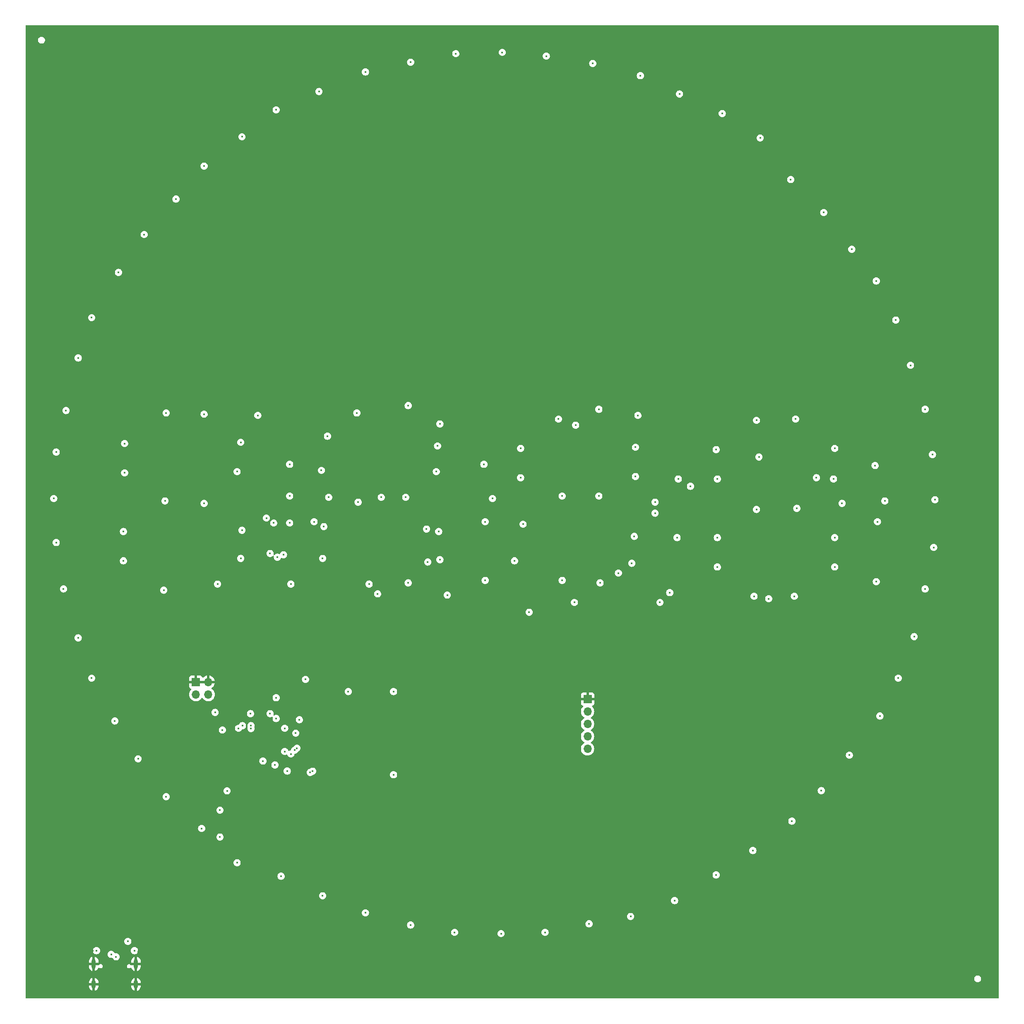
<source format=gbr>
%TF.GenerationSoftware,KiCad,Pcbnew,7.0.2-0*%
%TF.CreationDate,2023-04-30T21:52:29+02:00*%
%TF.ProjectId,tomclock,746f6d63-6c6f-4636-9b2e-6b696361645f,rev?*%
%TF.SameCoordinates,Original*%
%TF.FileFunction,Copper,L3,Inr*%
%TF.FilePolarity,Positive*%
%FSLAX46Y46*%
G04 Gerber Fmt 4.6, Leading zero omitted, Abs format (unit mm)*
G04 Created by KiCad (PCBNEW 7.0.2-0) date 2023-04-30 21:52:29*
%MOMM*%
%LPD*%
G01*
G04 APERTURE LIST*
%TA.AperFunction,ComponentPad*%
%ADD10R,1.700000X1.700000*%
%TD*%
%TA.AperFunction,ComponentPad*%
%ADD11O,1.700000X1.700000*%
%TD*%
%TA.AperFunction,ComponentPad*%
%ADD12O,0.900000X2.000000*%
%TD*%
%TA.AperFunction,ComponentPad*%
%ADD13O,0.900000X1.700000*%
%TD*%
%TA.AperFunction,ViaPad*%
%ADD14C,0.450000*%
%TD*%
G04 APERTURE END LIST*
D10*
%TO.N,GND*%
%TO.C,J5*%
X56060000Y-148310000D03*
D11*
X58600000Y-148310000D03*
%TO.N,/rp2040_base/USB_BOOT*%
X56060000Y-150850000D03*
%TO.N,/rp2040_base/RESET*%
X58600000Y-150850000D03*
%TD*%
D10*
%TO.N,GND*%
%TO.C,J1*%
X136200000Y-151790000D03*
D11*
%TO.N,+3V3*%
X136200000Y-154330000D03*
%TO.N,/GPIO19_I2C1_SDA*%
X136200000Y-156870000D03*
%TO.N,/GPIO19_I2C1_SCL*%
X136200000Y-159410000D03*
%TO.N,unconnected-(J1-Pin_5-Pad5)*%
X136200000Y-161950000D03*
%TD*%
D12*
%TO.N,GND*%
%TO.C,J2*%
X35180000Y-205945000D03*
D13*
X35180000Y-210115000D03*
D12*
X43820000Y-205945000D03*
D13*
X43820000Y-210115000D03*
%TD*%
D14*
%TO.N,GND*%
X80500000Y-120000000D03*
X143750000Y-114250000D03*
X71000000Y-159000000D03*
X65000000Y-181250000D03*
X178250000Y-42000000D03*
X40000000Y-142750000D03*
X168000000Y-120000000D03*
X191250000Y-101750000D03*
X124750000Y-206500000D03*
X103500000Y-114000000D03*
X160500000Y-108000000D03*
X37500000Y-96750000D03*
X72250000Y-119750000D03*
X97250000Y-201000000D03*
X200500000Y-132000000D03*
X78750000Y-194250000D03*
X160500000Y-132000000D03*
X105500000Y-204250000D03*
X114500000Y-27250000D03*
X143500000Y-132000000D03*
X191500000Y-120000000D03*
X43250000Y-79250000D03*
X36000000Y-125750000D03*
X120500000Y-131750000D03*
X81600000Y-150100000D03*
X208000000Y-79000000D03*
X112500000Y-107500000D03*
X125250000Y-25000000D03*
X203500000Y-70250000D03*
X175750000Y-96000000D03*
X175750000Y-117250000D03*
X120750000Y-108000000D03*
X191750000Y-125750000D03*
X43750000Y-151750000D03*
X44250000Y-203500000D03*
X47750000Y-70750000D03*
X161750000Y-198500000D03*
X160500000Y-120000000D03*
X128500000Y-107750000D03*
X37500000Y-134750000D03*
X50000000Y-126750000D03*
X211500000Y-87250000D03*
X143500000Y-96250000D03*
X192750000Y-176500000D03*
X151750000Y-125750000D03*
X151000000Y-120000000D03*
X183750000Y-96000000D03*
X176000000Y-131750000D03*
X97750000Y-151250000D03*
X72500000Y-107500000D03*
X50000000Y-108750000D03*
X108000000Y-164000000D03*
X103500000Y-132000000D03*
X87500000Y-198500000D03*
X213250000Y-96750000D03*
X198250000Y-62000000D03*
X68750000Y-148500000D03*
X170500000Y-194500000D03*
X80500000Y-131750000D03*
X56000000Y-98250000D03*
X63000000Y-116750000D03*
X71000000Y-161000000D03*
X185750000Y-48000000D03*
X185250000Y-183750000D03*
X96750000Y-96000000D03*
X136500000Y-96250000D03*
X80750000Y-107750000D03*
X67500000Y-165250000D03*
X177750000Y-189500000D03*
X52500000Y-167750000D03*
X35750000Y-106250000D03*
X71000000Y-43750000D03*
X96750000Y-114000000D03*
X215000000Y-106000000D03*
X64000000Y-160000000D03*
X64750000Y-164250000D03*
X134000000Y-27250000D03*
X63750000Y-49500000D03*
X105250000Y-28500000D03*
X73219634Y-157335000D03*
X89250000Y-108000000D03*
X112750000Y-125750000D03*
X75900000Y-150100000D03*
X72500000Y-101750000D03*
X167750000Y-102000000D03*
X58500000Y-174750000D03*
X72000000Y-187500000D03*
X70500000Y-153000000D03*
X136500000Y-131750000D03*
X35000000Y-203250000D03*
X58250000Y-56250000D03*
X38250000Y-88500000D03*
X79750000Y-38750000D03*
X103750000Y-96000000D03*
X143750000Y-204500000D03*
X79000000Y-158750000D03*
X128750000Y-119750000D03*
X55750000Y-117250000D03*
X88500000Y-34250000D03*
X79750000Y-157250000D03*
X41750000Y-198750000D03*
X89250000Y-120000000D03*
X167750000Y-125750000D03*
X89000000Y-125750000D03*
X64750000Y-163250000D03*
X120250000Y-119750000D03*
X142750000Y-28250000D03*
X168000000Y-108000000D03*
X49750000Y-120750000D03*
X184000000Y-135000000D03*
X213000000Y-135000000D03*
X112500000Y-119750000D03*
X73000000Y-159000000D03*
X64750000Y-167750000D03*
X185750000Y-114000000D03*
X63750000Y-97125500D03*
X198000000Y-169750000D03*
X203250000Y-161000000D03*
X74500000Y-167500000D03*
X176250000Y-135000000D03*
X175750000Y-113750000D03*
X72500000Y-125750000D03*
X50000000Y-103000000D03*
X47500000Y-159750000D03*
X35250000Y-195500000D03*
X51250000Y-63500000D03*
X152750000Y-201750000D03*
X215250000Y-115250000D03*
X160500000Y-34250000D03*
X81750000Y-164250000D03*
X214750000Y-124500000D03*
X88844500Y-102000000D03*
X151500000Y-107750000D03*
X211000000Y-142750000D03*
X128500000Y-125750000D03*
X63750000Y-134500000D03*
X128750000Y-101750000D03*
X151750000Y-102000000D03*
X134250000Y-206000000D03*
X55500000Y-134500000D03*
X192500000Y-54750000D03*
X207500000Y-152750000D03*
X115500000Y-205750000D03*
X200500000Y-108000000D03*
X97500000Y-167250000D03*
X112750000Y-101750000D03*
X136500000Y-113750000D03*
X35250000Y-116250000D03*
X169000000Y-38500000D03*
X73000000Y-160750000D03*
X191750000Y-107750000D03*
X96500000Y-31500000D03*
X96750000Y-132000000D03*
X200750000Y-120000000D03*
X152250000Y-30750000D03*
%TO.N,VBUS*%
X49500000Y-129500000D03*
X99000000Y-110500000D03*
X186750000Y-124750000D03*
X189750000Y-163250000D03*
X32000000Y-82000000D03*
X52000000Y-49500000D03*
X45500000Y-56750000D03*
X115250000Y-115500000D03*
X202250000Y-83500000D03*
X184500000Y-52250000D03*
X83000000Y-98000000D03*
X87250000Y-150250000D03*
X44250000Y-164000000D03*
X195250000Y-127750000D03*
X184000000Y-170500000D03*
X89000000Y-93250000D03*
X106000000Y-123250000D03*
X57750000Y-42750000D03*
X137250000Y-21750000D03*
X105750000Y-117500000D03*
X90750000Y-195500000D03*
X162500000Y-100750000D03*
X206750000Y-101750000D03*
X170750000Y-113000000D03*
X60500000Y-128250000D03*
X123000000Y-116000000D03*
X96500000Y-150250000D03*
X121250000Y-123500000D03*
X100000000Y-198000000D03*
X27500000Y-119750000D03*
X96500000Y-167250000D03*
X41500000Y-105500000D03*
X105500000Y-100000000D03*
X122500000Y-100500000D03*
X57750000Y-111750000D03*
X75250000Y-115750000D03*
X205250000Y-129250000D03*
X162750000Y-124750000D03*
X34750000Y-147500000D03*
X65250000Y-123000000D03*
X190250000Y-59750000D03*
X41250000Y-117500000D03*
X118500000Y-199750000D03*
X195500000Y-115500000D03*
X50000000Y-171750000D03*
X41500000Y-99500000D03*
X122500000Y-106500000D03*
X162750000Y-106750000D03*
X155000000Y-28000000D03*
X29500000Y-92750000D03*
X154750000Y-106750000D03*
X130250000Y-94500000D03*
X136500000Y-197750000D03*
X91500000Y-128250000D03*
X177750000Y-45500000D03*
X100000000Y-21500000D03*
X138500000Y-92500000D03*
X153000000Y-130000000D03*
X186750000Y-118750000D03*
X127750000Y-20250000D03*
X65500000Y-117250000D03*
X199250000Y-74250000D03*
X43500000Y-203250000D03*
X186750000Y-100500000D03*
X75500000Y-128250000D03*
X34750000Y-73750000D03*
X35750000Y-203250000D03*
X64500000Y-185250000D03*
X115000000Y-103750000D03*
X118750000Y-19500000D03*
X138750000Y-128000000D03*
X41250000Y-123500000D03*
X207250000Y-111000000D03*
X195000000Y-104000000D03*
X82000000Y-192000000D03*
X39500000Y-156250000D03*
X145750000Y-118500000D03*
X90750000Y-23500000D03*
X205250000Y-92500000D03*
X178750000Y-94500000D03*
X162750000Y-118750000D03*
X154000000Y-193000000D03*
X99500000Y-91750000D03*
X57750000Y-93500000D03*
X27000000Y-110750000D03*
X40250000Y-64500000D03*
X105250000Y-105250000D03*
X207000000Y-120750000D03*
X127500000Y-199500000D03*
X147000000Y-24250000D03*
X145250000Y-124000000D03*
X186500000Y-106750000D03*
X145000000Y-196250000D03*
X178500000Y-130750000D03*
X89250000Y-111500000D03*
X178000000Y-176750000D03*
X138500000Y-110250000D03*
X50000000Y-93250000D03*
X64500000Y-105250000D03*
X65250000Y-99250000D03*
X81750000Y-105000000D03*
X170250000Y-130750000D03*
X131000000Y-110250000D03*
X57250000Y-178250000D03*
X109250000Y-19750000D03*
X131000000Y-127500000D03*
X146000000Y-100250000D03*
X49750000Y-111250000D03*
X195250000Y-66250000D03*
X82250000Y-116500000D03*
X72500000Y-31250000D03*
X73500000Y-188000000D03*
X163750000Y-32000000D03*
X203000000Y-139000000D03*
X171500000Y-37000000D03*
X82000000Y-123000000D03*
X196000000Y-155250000D03*
X170000000Y-182750000D03*
X65500000Y-36750000D03*
X29000000Y-129250000D03*
X162500000Y-187750000D03*
X154500000Y-118750000D03*
X32000000Y-139250000D03*
X199750000Y-147500000D03*
X75250000Y-103750000D03*
X81250000Y-27500000D03*
X179000000Y-112750000D03*
X170750000Y-94750000D03*
X109000000Y-199500000D03*
X27500000Y-101250000D03*
X115250000Y-127500000D03*
X146000000Y-106250000D03*
X99500000Y-128000000D03*
%TO.N,+3V3*%
X71250000Y-154750000D03*
X76500000Y-158750000D03*
X77250000Y-156000000D03*
X74750000Y-166500000D03*
X67250000Y-154750000D03*
X72250000Y-165250000D03*
X75500000Y-163000000D03*
X69785000Y-164450000D03*
%TO.N,Net-(DS37-DOUT)*%
X61000000Y-180000000D03*
X61000000Y-174500000D03*
%TO.N,/Digit1/S9*%
X68750000Y-93750000D03*
X74000000Y-122250000D03*
%TO.N,Net-(DS67-DOUT)*%
X70500000Y-114750000D03*
X72000000Y-115750000D03*
%TO.N,Net-(DS69-DOUT)*%
X72750000Y-122750000D03*
X71250000Y-122000000D03*
%TO.N,/Digit2/S9*%
X103500000Y-123750000D03*
X106000000Y-95500000D03*
X103250000Y-117000000D03*
X107500000Y-130500000D03*
%TO.N,Net-(DS74-DOUT)*%
X80250000Y-115500000D03*
X75250000Y-110250000D03*
%TO.N,Net-(DS81-DOUT)*%
X83250000Y-110500000D03*
X94000000Y-110500000D03*
%TO.N,/Digit2/DIGIT_OUT*%
X124250000Y-134000000D03*
X133750000Y-95750000D03*
%TO.N,Net-(DS89-DOUT)*%
X93250000Y-130250000D03*
X116750000Y-110750000D03*
%TO.N,/Digit3/S9*%
X150000000Y-111500000D03*
X150000000Y-113750000D03*
X146500000Y-93750000D03*
X151000000Y-132000000D03*
%TO.N,/Digit3/DIGIT_OUT*%
X171250000Y-102250000D03*
X142500000Y-126000000D03*
%TO.N,Net-(DS106-DOUT)*%
X157250000Y-108250000D03*
X133500000Y-132000000D03*
%TO.N,/Digit4/S9*%
X183000000Y-106500000D03*
X188250000Y-111750000D03*
%TO.N,/rp2040_base/XIN*%
X72500000Y-151500000D03*
X72500000Y-155750000D03*
%TO.N,/rp2040_base/USB_C_D-*%
X38750000Y-204000000D03*
X39750000Y-204500000D03*
X42150000Y-201350000D03*
%TO.N,Net-(DS123-DOUT)*%
X197000000Y-111250000D03*
X173250000Y-131250000D03*
%TO.N,/rp2040_base/QSPI_SS*%
X74250000Y-162500000D03*
X60000000Y-154500000D03*
%TO.N,/rp2040_base/XOUT*%
X78500000Y-147750000D03*
X74250000Y-157750000D03*
%TO.N,/rp2040_base/GPIO0*%
X79453080Y-166773460D03*
X76271486Y-162225939D03*
%TO.N,/rp2040_base/GPIO1*%
X79968720Y-166515640D03*
X76750000Y-161815000D03*
%TO.N,/GPIO19_I2C1_SCL*%
X61500000Y-158100000D03*
X65600000Y-157200000D03*
X67350000Y-157200000D03*
%TO.N,/GPIO19_I2C1_SDA*%
X62450000Y-170550000D03*
X67350000Y-157800000D03*
X64800000Y-157750000D03*
%TD*%
%TA.AperFunction,Conductor*%
%TO.N,GND*%
G36*
X58140507Y-148100156D02*
G01*
X58100000Y-148238111D01*
X58100000Y-148381889D01*
X58140507Y-148519844D01*
X58168884Y-148564000D01*
X56491116Y-148564000D01*
X56519493Y-148519844D01*
X56560000Y-148381889D01*
X56560000Y-148238111D01*
X56519493Y-148100156D01*
X56491116Y-148056000D01*
X58168884Y-148056000D01*
X58140507Y-148100156D01*
G37*
%TD.AperFunction*%
%TA.AperFunction,Conductor*%
G36*
X220221621Y-13990502D02*
G01*
X220268114Y-14044158D01*
X220279500Y-14096500D01*
X220279500Y-212903500D01*
X220259498Y-212971621D01*
X220205842Y-213018114D01*
X220153500Y-213029500D01*
X21346500Y-213029500D01*
X21278379Y-213009498D01*
X21231886Y-212955842D01*
X21220500Y-212903500D01*
X21220500Y-210560389D01*
X34222000Y-210560389D01*
X34222323Y-210566769D01*
X34236771Y-210708843D01*
X34295096Y-210894737D01*
X34389654Y-211065100D01*
X34516564Y-211212931D01*
X34670639Y-211332194D01*
X34845564Y-211417999D01*
X34925999Y-211438824D01*
X34926000Y-211438824D01*
X34926000Y-210674650D01*
X34954457Y-210720610D01*
X35043962Y-210788201D01*
X35151840Y-210818895D01*
X35263521Y-210808546D01*
X35363922Y-210758552D01*
X35434000Y-210681681D01*
X35434000Y-211442520D01*
X35604073Y-211379533D01*
X35769421Y-211276469D01*
X35910640Y-211142231D01*
X36021943Y-210982319D01*
X36098780Y-210803267D01*
X36138000Y-210612418D01*
X36138000Y-210560389D01*
X42862000Y-210560389D01*
X42862323Y-210566769D01*
X42876771Y-210708843D01*
X42935096Y-210894737D01*
X43029654Y-211065100D01*
X43156564Y-211212931D01*
X43310639Y-211332194D01*
X43485564Y-211417999D01*
X43565999Y-211438824D01*
X43566000Y-211438824D01*
X43566000Y-210674650D01*
X43594457Y-210720610D01*
X43683962Y-210788201D01*
X43791840Y-210818895D01*
X43903521Y-210808546D01*
X44003922Y-210758552D01*
X44074000Y-210681681D01*
X44074000Y-211442520D01*
X44244073Y-211379533D01*
X44409421Y-211276469D01*
X44550640Y-211142231D01*
X44661943Y-210982319D01*
X44738780Y-210803267D01*
X44778000Y-210612418D01*
X44778000Y-210369000D01*
X44120000Y-210369000D01*
X44120000Y-209861000D01*
X44778000Y-209861000D01*
X44778000Y-209669610D01*
X44777676Y-209663230D01*
X44763228Y-209521156D01*
X44704903Y-209335262D01*
X44610345Y-209164899D01*
X44542114Y-209085420D01*
X215296500Y-209085420D01*
X215337385Y-209251297D01*
X215416778Y-209402569D01*
X215530067Y-209530445D01*
X215670666Y-209627493D01*
X215830405Y-209688074D01*
X215957447Y-209703500D01*
X215961256Y-209703500D01*
X216038744Y-209703500D01*
X216042553Y-209703500D01*
X216169595Y-209688074D01*
X216329334Y-209627493D01*
X216469933Y-209530445D01*
X216583222Y-209402569D01*
X216662615Y-209251297D01*
X216703500Y-209085420D01*
X216703500Y-208914580D01*
X216662615Y-208748703D01*
X216583222Y-208597431D01*
X216469933Y-208469555D01*
X216329334Y-208372507D01*
X216329333Y-208372506D01*
X216169594Y-208311925D01*
X216046336Y-208296959D01*
X216046330Y-208296958D01*
X216042553Y-208296500D01*
X215957447Y-208296500D01*
X215953670Y-208296958D01*
X215953663Y-208296959D01*
X215830405Y-208311925D01*
X215670666Y-208372506D01*
X215530067Y-208469554D01*
X215416777Y-208597431D01*
X215337386Y-208748701D01*
X215337385Y-208748703D01*
X215296500Y-208914580D01*
X215296500Y-209085420D01*
X44542114Y-209085420D01*
X44483435Y-209017068D01*
X44329360Y-208897805D01*
X44154436Y-208812001D01*
X44074000Y-208791174D01*
X44074000Y-209555349D01*
X44045543Y-209509390D01*
X43956038Y-209441799D01*
X43848160Y-209411105D01*
X43736479Y-209421454D01*
X43636078Y-209471448D01*
X43565999Y-209548318D01*
X43565999Y-208787478D01*
X43395926Y-208850466D01*
X43230578Y-208953530D01*
X43089359Y-209087768D01*
X42978056Y-209247680D01*
X42901219Y-209426732D01*
X42862000Y-209617581D01*
X42862000Y-209861000D01*
X43520000Y-209861000D01*
X43520000Y-210369000D01*
X42862000Y-210369000D01*
X42862000Y-210560389D01*
X36138000Y-210560389D01*
X36138000Y-210369000D01*
X35480000Y-210369000D01*
X35480000Y-209861000D01*
X36138000Y-209861000D01*
X36138000Y-209669610D01*
X36137676Y-209663230D01*
X36123228Y-209521156D01*
X36064903Y-209335262D01*
X35970345Y-209164899D01*
X35843435Y-209017068D01*
X35689360Y-208897805D01*
X35514436Y-208812001D01*
X35434000Y-208791174D01*
X35434000Y-209555349D01*
X35405543Y-209509390D01*
X35316038Y-209441799D01*
X35208160Y-209411105D01*
X35096479Y-209421454D01*
X34996078Y-209471448D01*
X34926000Y-209548318D01*
X34926000Y-208787478D01*
X34925999Y-208787478D01*
X34755926Y-208850466D01*
X34590578Y-208953530D01*
X34449359Y-209087768D01*
X34338056Y-209247680D01*
X34261219Y-209426732D01*
X34222000Y-209617581D01*
X34222000Y-209861000D01*
X34880000Y-209861000D01*
X34880000Y-210369000D01*
X34222000Y-210369000D01*
X34222000Y-210560389D01*
X21220500Y-210560389D01*
X21220500Y-206540389D01*
X34222000Y-206540389D01*
X34222323Y-206546769D01*
X34236771Y-206688843D01*
X34295096Y-206874737D01*
X34389654Y-207045100D01*
X34516564Y-207192931D01*
X34670639Y-207312194D01*
X34845564Y-207397999D01*
X34925999Y-207418824D01*
X34926000Y-207418824D01*
X34926000Y-206654650D01*
X34954457Y-206700610D01*
X35043962Y-206768201D01*
X35151840Y-206798895D01*
X35263521Y-206788546D01*
X35363922Y-206738552D01*
X35434000Y-206661681D01*
X35434000Y-207422520D01*
X35604073Y-207359533D01*
X35769421Y-207256469D01*
X35910640Y-207122231D01*
X36021943Y-206962319D01*
X36103262Y-206772823D01*
X36148507Y-206718111D01*
X36216149Y-206696545D01*
X36284712Y-206714973D01*
X36312937Y-206739871D01*
X36315941Y-206741919D01*
X36315942Y-206741920D01*
X36422419Y-206814515D01*
X36545565Y-206852500D01*
X36642037Y-206852500D01*
X36642039Y-206852500D01*
X36737431Y-206838122D01*
X36853540Y-206782207D01*
X36948008Y-206694553D01*
X37012444Y-206582948D01*
X37041120Y-206457308D01*
X37036278Y-206392691D01*
X41958879Y-206392691D01*
X41968509Y-206521202D01*
X42015591Y-206641162D01*
X42015592Y-206641164D01*
X42095942Y-206741920D01*
X42202419Y-206814515D01*
X42325565Y-206852500D01*
X42422037Y-206852500D01*
X42422039Y-206852500D01*
X42517431Y-206838122D01*
X42633540Y-206782207D01*
X42698404Y-206722021D01*
X42761941Y-206690350D01*
X42832518Y-206698059D01*
X42887724Y-206742700D01*
X42904325Y-206776665D01*
X42935096Y-206874738D01*
X43029654Y-207045100D01*
X43156564Y-207192931D01*
X43310639Y-207312194D01*
X43485564Y-207397999D01*
X43565999Y-207418824D01*
X43566000Y-207418824D01*
X43566000Y-206654650D01*
X43594457Y-206700610D01*
X43683962Y-206768201D01*
X43791840Y-206798895D01*
X43903521Y-206788546D01*
X44003922Y-206738552D01*
X44074000Y-206661681D01*
X44074000Y-207422520D01*
X44244073Y-207359533D01*
X44409421Y-207256469D01*
X44550640Y-207122231D01*
X44661943Y-206962319D01*
X44738780Y-206783267D01*
X44778000Y-206592418D01*
X44778000Y-206199000D01*
X44120000Y-206199000D01*
X44120000Y-205691000D01*
X44778000Y-205691000D01*
X44778000Y-205349610D01*
X44777676Y-205343230D01*
X44763228Y-205201156D01*
X44704903Y-205015262D01*
X44610345Y-204844899D01*
X44483435Y-204697068D01*
X44329360Y-204577805D01*
X44154436Y-204492001D01*
X44074000Y-204471174D01*
X44074000Y-205235349D01*
X44045543Y-205189390D01*
X43956038Y-205121799D01*
X43848160Y-205091105D01*
X43736479Y-205101454D01*
X43636078Y-205151448D01*
X43566000Y-205228318D01*
X43566000Y-204467478D01*
X43565999Y-204467478D01*
X43395926Y-204530466D01*
X43230578Y-204633530D01*
X43089359Y-204767768D01*
X42978056Y-204927680D01*
X42901219Y-205106732D01*
X42862000Y-205297581D01*
X42862000Y-205691000D01*
X43520000Y-205691000D01*
X43520000Y-206199000D01*
X42817243Y-206199000D01*
X42749122Y-206178998D01*
X42718732Y-206151560D01*
X42684056Y-206108078D01*
X42577581Y-206035485D01*
X42454435Y-205997500D01*
X42357961Y-205997500D01*
X42310264Y-206004689D01*
X42262567Y-206011878D01*
X42146460Y-206067792D01*
X42051993Y-206155445D01*
X41987555Y-206267053D01*
X41958879Y-206392691D01*
X37036278Y-206392691D01*
X37031490Y-206328798D01*
X36984408Y-206208836D01*
X36904058Y-206108080D01*
X36904057Y-206108079D01*
X36904056Y-206108078D01*
X36797581Y-206035485D01*
X36674435Y-205997500D01*
X36577961Y-205997500D01*
X36530264Y-206004689D01*
X36482567Y-206011878D01*
X36366460Y-206067792D01*
X36261304Y-206165364D01*
X36197763Y-206197036D01*
X36175602Y-206199000D01*
X35480000Y-206199000D01*
X35480000Y-205691000D01*
X36138000Y-205691000D01*
X36138000Y-205349610D01*
X36137676Y-205343230D01*
X36123228Y-205201156D01*
X36064903Y-205015262D01*
X35970345Y-204844899D01*
X35843435Y-204697068D01*
X35689360Y-204577805D01*
X35514436Y-204492001D01*
X35434000Y-204471174D01*
X35434000Y-205235349D01*
X35405543Y-205189390D01*
X35316038Y-205121799D01*
X35208160Y-205091105D01*
X35096479Y-205101454D01*
X34996078Y-205151448D01*
X34926000Y-205228318D01*
X34926000Y-204467478D01*
X34925999Y-204467478D01*
X34755926Y-204530466D01*
X34590578Y-204633530D01*
X34449359Y-204767768D01*
X34338056Y-204927680D01*
X34261219Y-205106732D01*
X34222000Y-205297581D01*
X34222000Y-205691000D01*
X34880000Y-205691000D01*
X34880000Y-206199000D01*
X34222000Y-206199000D01*
X34222000Y-206540389D01*
X21220500Y-206540389D01*
X21220500Y-204000000D01*
X38011859Y-204000000D01*
X38030366Y-204164254D01*
X38084957Y-204320266D01*
X38172899Y-204460225D01*
X38289774Y-204577100D01*
X38429733Y-204665042D01*
X38583967Y-204719011D01*
X38585748Y-204719634D01*
X38750000Y-204738141D01*
X38914252Y-204719634D01*
X38916032Y-204719010D01*
X38922885Y-204718660D01*
X38928360Y-204718044D01*
X38928397Y-204718379D01*
X38986935Y-204715389D01*
X39048541Y-204750676D01*
X39076578Y-204796321D01*
X39084957Y-204820265D01*
X39172899Y-204960225D01*
X39289774Y-205077100D01*
X39289776Y-205077101D01*
X39289777Y-205077102D01*
X39429733Y-205165042D01*
X39585748Y-205219634D01*
X39750000Y-205238141D01*
X39914252Y-205219634D01*
X40070267Y-205165042D01*
X40210223Y-205077102D01*
X40327102Y-204960223D01*
X40415042Y-204820267D01*
X40469634Y-204664252D01*
X40488141Y-204500000D01*
X40469634Y-204335748D01*
X40415042Y-204179733D01*
X40327102Y-204039777D01*
X40327101Y-204039776D01*
X40327100Y-204039774D01*
X40210225Y-203922899D01*
X40070266Y-203834957D01*
X39914254Y-203780366D01*
X39750000Y-203761859D01*
X39585748Y-203780366D01*
X39585746Y-203780366D01*
X39585743Y-203780367D01*
X39583960Y-203780991D01*
X39577097Y-203781341D01*
X39571641Y-203781956D01*
X39571603Y-203781621D01*
X39513056Y-203784609D01*
X39451451Y-203749318D01*
X39423421Y-203703678D01*
X39415042Y-203679733D01*
X39327102Y-203539777D01*
X39327101Y-203539776D01*
X39327100Y-203539774D01*
X39210225Y-203422899D01*
X39070266Y-203334957D01*
X38914254Y-203280366D01*
X38804750Y-203268027D01*
X38750000Y-203261859D01*
X38749999Y-203261859D01*
X38585745Y-203280366D01*
X38429733Y-203334957D01*
X38289774Y-203422899D01*
X38172899Y-203539774D01*
X38084957Y-203679733D01*
X38030366Y-203835745D01*
X38011859Y-204000000D01*
X21220500Y-204000000D01*
X21220500Y-203250000D01*
X35011859Y-203250000D01*
X35030366Y-203414254D01*
X35084957Y-203570266D01*
X35172899Y-203710225D01*
X35289774Y-203827100D01*
X35289776Y-203827101D01*
X35289777Y-203827102D01*
X35429733Y-203915042D01*
X35585748Y-203969634D01*
X35750000Y-203988141D01*
X35914252Y-203969634D01*
X36070267Y-203915042D01*
X36210223Y-203827102D01*
X36327102Y-203710223D01*
X36415042Y-203570267D01*
X36469634Y-203414252D01*
X36488141Y-203250000D01*
X42761859Y-203250000D01*
X42780366Y-203414254D01*
X42834957Y-203570266D01*
X42922899Y-203710225D01*
X43039774Y-203827100D01*
X43039776Y-203827101D01*
X43039777Y-203827102D01*
X43179733Y-203915042D01*
X43335748Y-203969634D01*
X43500000Y-203988141D01*
X43664252Y-203969634D01*
X43820267Y-203915042D01*
X43960223Y-203827102D01*
X44077102Y-203710223D01*
X44165042Y-203570267D01*
X44219634Y-203414252D01*
X44238141Y-203250000D01*
X44219634Y-203085748D01*
X44165042Y-202929733D01*
X44077102Y-202789777D01*
X44077101Y-202789776D01*
X44077100Y-202789774D01*
X43960225Y-202672899D01*
X43820266Y-202584957D01*
X43664254Y-202530366D01*
X43500000Y-202511859D01*
X43335745Y-202530366D01*
X43179733Y-202584957D01*
X43039774Y-202672899D01*
X42922899Y-202789774D01*
X42834957Y-202929733D01*
X42780366Y-203085745D01*
X42761859Y-203250000D01*
X36488141Y-203250000D01*
X36469634Y-203085748D01*
X36415042Y-202929733D01*
X36327102Y-202789777D01*
X36327101Y-202789776D01*
X36327100Y-202789774D01*
X36210225Y-202672899D01*
X36070266Y-202584957D01*
X35914254Y-202530366D01*
X35804750Y-202518027D01*
X35750000Y-202511859D01*
X35749999Y-202511859D01*
X35585745Y-202530366D01*
X35429733Y-202584957D01*
X35289774Y-202672899D01*
X35172899Y-202789774D01*
X35084957Y-202929733D01*
X35030366Y-203085745D01*
X35011859Y-203250000D01*
X21220500Y-203250000D01*
X21220500Y-201350000D01*
X41411859Y-201350000D01*
X41430366Y-201514254D01*
X41484957Y-201670266D01*
X41572899Y-201810225D01*
X41689774Y-201927100D01*
X41689776Y-201927101D01*
X41689777Y-201927102D01*
X41829733Y-202015042D01*
X41985748Y-202069634D01*
X42150000Y-202088141D01*
X42314252Y-202069634D01*
X42470267Y-202015042D01*
X42610223Y-201927102D01*
X42727102Y-201810223D01*
X42815042Y-201670267D01*
X42869634Y-201514252D01*
X42888141Y-201350000D01*
X42869634Y-201185748D01*
X42815042Y-201029733D01*
X42727102Y-200889777D01*
X42727101Y-200889776D01*
X42727100Y-200889774D01*
X42610225Y-200772899D01*
X42470266Y-200684957D01*
X42314254Y-200630366D01*
X42204750Y-200618027D01*
X42150000Y-200611859D01*
X42149999Y-200611859D01*
X41985745Y-200630366D01*
X41829733Y-200684957D01*
X41689774Y-200772899D01*
X41572899Y-200889774D01*
X41484957Y-201029733D01*
X41430366Y-201185745D01*
X41411859Y-201350000D01*
X21220500Y-201350000D01*
X21220500Y-199500000D01*
X108261859Y-199500000D01*
X108280366Y-199664254D01*
X108334957Y-199820266D01*
X108422899Y-199960225D01*
X108539774Y-200077100D01*
X108539776Y-200077101D01*
X108539777Y-200077102D01*
X108679733Y-200165042D01*
X108835748Y-200219634D01*
X109000000Y-200238141D01*
X109164252Y-200219634D01*
X109320267Y-200165042D01*
X109460223Y-200077102D01*
X109577102Y-199960223D01*
X109665042Y-199820267D01*
X109689630Y-199749999D01*
X117761859Y-199749999D01*
X117780366Y-199914254D01*
X117834957Y-200070266D01*
X117922899Y-200210225D01*
X118039774Y-200327100D01*
X118039776Y-200327101D01*
X118039777Y-200327102D01*
X118179733Y-200415042D01*
X118335748Y-200469634D01*
X118500000Y-200488141D01*
X118664252Y-200469634D01*
X118820267Y-200415042D01*
X118960223Y-200327102D01*
X119077102Y-200210223D01*
X119165042Y-200070267D01*
X119219634Y-199914252D01*
X119238141Y-199750000D01*
X119219634Y-199585748D01*
X119189629Y-199500000D01*
X119189629Y-199499999D01*
X126761859Y-199499999D01*
X126780366Y-199664254D01*
X126834957Y-199820266D01*
X126922899Y-199960225D01*
X127039774Y-200077100D01*
X127039776Y-200077101D01*
X127039777Y-200077102D01*
X127179733Y-200165042D01*
X127335748Y-200219634D01*
X127500000Y-200238141D01*
X127664252Y-200219634D01*
X127820267Y-200165042D01*
X127960223Y-200077102D01*
X128077102Y-199960223D01*
X128165042Y-199820267D01*
X128219634Y-199664252D01*
X128238141Y-199500000D01*
X128219634Y-199335748D01*
X128165042Y-199179733D01*
X128077102Y-199039777D01*
X128077101Y-199039776D01*
X128077100Y-199039774D01*
X127960225Y-198922899D01*
X127820266Y-198834957D01*
X127664254Y-198780366D01*
X127500000Y-198761859D01*
X127335745Y-198780366D01*
X127179733Y-198834957D01*
X127039774Y-198922899D01*
X126922899Y-199039774D01*
X126834957Y-199179733D01*
X126780366Y-199335745D01*
X126761859Y-199499999D01*
X119189629Y-199499999D01*
X119165042Y-199429733D01*
X119105987Y-199335748D01*
X119077102Y-199289777D01*
X119077101Y-199289776D01*
X119077100Y-199289774D01*
X118960225Y-199172899D01*
X118820266Y-199084957D01*
X118664254Y-199030366D01*
X118500000Y-199011859D01*
X118335745Y-199030366D01*
X118179733Y-199084957D01*
X118039774Y-199172899D01*
X117922899Y-199289774D01*
X117834957Y-199429733D01*
X117780366Y-199585745D01*
X117761859Y-199749999D01*
X109689630Y-199749999D01*
X109719634Y-199664252D01*
X109738141Y-199500000D01*
X109719634Y-199335748D01*
X109665042Y-199179733D01*
X109577102Y-199039777D01*
X109577101Y-199039776D01*
X109577100Y-199039774D01*
X109460225Y-198922899D01*
X109320266Y-198834957D01*
X109164254Y-198780366D01*
X109054750Y-198768028D01*
X109000000Y-198761859D01*
X108999999Y-198761859D01*
X108835745Y-198780366D01*
X108679733Y-198834957D01*
X108539774Y-198922899D01*
X108422899Y-199039774D01*
X108334957Y-199179733D01*
X108280366Y-199335745D01*
X108261859Y-199500000D01*
X21220500Y-199500000D01*
X21220500Y-198000000D01*
X99261859Y-198000000D01*
X99280366Y-198164254D01*
X99334957Y-198320266D01*
X99422899Y-198460225D01*
X99539774Y-198577100D01*
X99539776Y-198577101D01*
X99539777Y-198577102D01*
X99679733Y-198665042D01*
X99835748Y-198719634D01*
X100000000Y-198738141D01*
X100164252Y-198719634D01*
X100320267Y-198665042D01*
X100460223Y-198577102D01*
X100577102Y-198460223D01*
X100665042Y-198320267D01*
X100719634Y-198164252D01*
X100738141Y-198000000D01*
X100719634Y-197835748D01*
X100689629Y-197750000D01*
X135761859Y-197750000D01*
X135780366Y-197914254D01*
X135834957Y-198070266D01*
X135922899Y-198210225D01*
X136039774Y-198327100D01*
X136039776Y-198327101D01*
X136039777Y-198327102D01*
X136179733Y-198415042D01*
X136335748Y-198469634D01*
X136500000Y-198488141D01*
X136664252Y-198469634D01*
X136820267Y-198415042D01*
X136960223Y-198327102D01*
X137077102Y-198210223D01*
X137165042Y-198070267D01*
X137219634Y-197914252D01*
X137238141Y-197750000D01*
X137219634Y-197585748D01*
X137165042Y-197429733D01*
X137077102Y-197289777D01*
X137077101Y-197289776D01*
X137077100Y-197289774D01*
X136960225Y-197172899D01*
X136820266Y-197084957D01*
X136664254Y-197030366D01*
X136554750Y-197018028D01*
X136500000Y-197011859D01*
X136499999Y-197011859D01*
X136335745Y-197030366D01*
X136179733Y-197084957D01*
X136039774Y-197172899D01*
X135922899Y-197289774D01*
X135834957Y-197429733D01*
X135780366Y-197585745D01*
X135761859Y-197750000D01*
X100689629Y-197750000D01*
X100665042Y-197679733D01*
X100605987Y-197585748D01*
X100577102Y-197539777D01*
X100577101Y-197539776D01*
X100577100Y-197539774D01*
X100460225Y-197422899D01*
X100320266Y-197334957D01*
X100164254Y-197280366D01*
X100000000Y-197261859D01*
X99835745Y-197280366D01*
X99679733Y-197334957D01*
X99539774Y-197422899D01*
X99422899Y-197539774D01*
X99334957Y-197679733D01*
X99280366Y-197835745D01*
X99261859Y-198000000D01*
X21220500Y-198000000D01*
X21220500Y-196249999D01*
X144261859Y-196249999D01*
X144280366Y-196414254D01*
X144334957Y-196570266D01*
X144422899Y-196710225D01*
X144539774Y-196827100D01*
X144539776Y-196827101D01*
X144539777Y-196827102D01*
X144679733Y-196915042D01*
X144835748Y-196969634D01*
X145000000Y-196988141D01*
X145164252Y-196969634D01*
X145320267Y-196915042D01*
X145460223Y-196827102D01*
X145577102Y-196710223D01*
X145665042Y-196570267D01*
X145719634Y-196414252D01*
X145738141Y-196250000D01*
X145719634Y-196085748D01*
X145665042Y-195929733D01*
X145577102Y-195789777D01*
X145577101Y-195789776D01*
X145577100Y-195789774D01*
X145460225Y-195672899D01*
X145320266Y-195584957D01*
X145164254Y-195530366D01*
X145000000Y-195511859D01*
X144835745Y-195530366D01*
X144679733Y-195584957D01*
X144539774Y-195672899D01*
X144422899Y-195789774D01*
X144334957Y-195929733D01*
X144280366Y-196085745D01*
X144261859Y-196249999D01*
X21220500Y-196249999D01*
X21220500Y-195500000D01*
X90011859Y-195500000D01*
X90030366Y-195664254D01*
X90084957Y-195820266D01*
X90172899Y-195960225D01*
X90289774Y-196077100D01*
X90289776Y-196077101D01*
X90289777Y-196077102D01*
X90429733Y-196165042D01*
X90585748Y-196219634D01*
X90750000Y-196238141D01*
X90914252Y-196219634D01*
X91070267Y-196165042D01*
X91210223Y-196077102D01*
X91327102Y-195960223D01*
X91415042Y-195820267D01*
X91469634Y-195664252D01*
X91488141Y-195500000D01*
X91469634Y-195335748D01*
X91415042Y-195179733D01*
X91327102Y-195039777D01*
X91327101Y-195039776D01*
X91327100Y-195039774D01*
X91210225Y-194922899D01*
X91070266Y-194834957D01*
X90914254Y-194780366D01*
X90804750Y-194768027D01*
X90750000Y-194761859D01*
X90749999Y-194761859D01*
X90585745Y-194780366D01*
X90429733Y-194834957D01*
X90289774Y-194922899D01*
X90172899Y-195039774D01*
X90084957Y-195179733D01*
X90030366Y-195335745D01*
X90011859Y-195500000D01*
X21220500Y-195500000D01*
X21220500Y-192999999D01*
X153261859Y-192999999D01*
X153280366Y-193164254D01*
X153334957Y-193320266D01*
X153422899Y-193460225D01*
X153539774Y-193577100D01*
X153539776Y-193577101D01*
X153539777Y-193577102D01*
X153679733Y-193665042D01*
X153835748Y-193719634D01*
X154000000Y-193738141D01*
X154164252Y-193719634D01*
X154320267Y-193665042D01*
X154460223Y-193577102D01*
X154577102Y-193460223D01*
X154665042Y-193320267D01*
X154719634Y-193164252D01*
X154738141Y-193000000D01*
X154719634Y-192835748D01*
X154685479Y-192738140D01*
X154665042Y-192679733D01*
X154600555Y-192577102D01*
X154577102Y-192539777D01*
X154577101Y-192539776D01*
X154577100Y-192539774D01*
X154460225Y-192422899D01*
X154320266Y-192334957D01*
X154164254Y-192280366D01*
X154000000Y-192261859D01*
X153835745Y-192280366D01*
X153679733Y-192334957D01*
X153539774Y-192422899D01*
X153422899Y-192539774D01*
X153334957Y-192679733D01*
X153280366Y-192835745D01*
X153261859Y-192999999D01*
X21220500Y-192999999D01*
X21220500Y-191999999D01*
X81261859Y-191999999D01*
X81280366Y-192164254D01*
X81334957Y-192320266D01*
X81422899Y-192460225D01*
X81539774Y-192577100D01*
X81539776Y-192577101D01*
X81539777Y-192577102D01*
X81679733Y-192665042D01*
X81835748Y-192719634D01*
X82000000Y-192738141D01*
X82164252Y-192719634D01*
X82320267Y-192665042D01*
X82460223Y-192577102D01*
X82577102Y-192460223D01*
X82665042Y-192320267D01*
X82719634Y-192164252D01*
X82738141Y-192000000D01*
X82719634Y-191835748D01*
X82665042Y-191679733D01*
X82577102Y-191539777D01*
X82577101Y-191539776D01*
X82577100Y-191539774D01*
X82460225Y-191422899D01*
X82320266Y-191334957D01*
X82164254Y-191280366D01*
X82000000Y-191261859D01*
X81835745Y-191280366D01*
X81679733Y-191334957D01*
X81539774Y-191422899D01*
X81422899Y-191539774D01*
X81334957Y-191679733D01*
X81280366Y-191835745D01*
X81261859Y-191999999D01*
X21220500Y-191999999D01*
X21220500Y-187999999D01*
X72761859Y-187999999D01*
X72780366Y-188164254D01*
X72834957Y-188320266D01*
X72922899Y-188460225D01*
X73039774Y-188577100D01*
X73039776Y-188577101D01*
X73039777Y-188577102D01*
X73179733Y-188665042D01*
X73335748Y-188719634D01*
X73500000Y-188738141D01*
X73664252Y-188719634D01*
X73820267Y-188665042D01*
X73960223Y-188577102D01*
X74077102Y-188460223D01*
X74165042Y-188320267D01*
X74219634Y-188164252D01*
X74238141Y-188000000D01*
X74219634Y-187835748D01*
X74189629Y-187750000D01*
X74189629Y-187749999D01*
X161761859Y-187749999D01*
X161780366Y-187914254D01*
X161834957Y-188070266D01*
X161922899Y-188210225D01*
X162039774Y-188327100D01*
X162039776Y-188327101D01*
X162039777Y-188327102D01*
X162179733Y-188415042D01*
X162335748Y-188469634D01*
X162500000Y-188488141D01*
X162664252Y-188469634D01*
X162820267Y-188415042D01*
X162960223Y-188327102D01*
X163077102Y-188210223D01*
X163165042Y-188070267D01*
X163219634Y-187914252D01*
X163238141Y-187750000D01*
X163219634Y-187585748D01*
X163165042Y-187429733D01*
X163077102Y-187289777D01*
X163077101Y-187289776D01*
X163077100Y-187289774D01*
X162960225Y-187172899D01*
X162820266Y-187084957D01*
X162664254Y-187030366D01*
X162554750Y-187018028D01*
X162500000Y-187011859D01*
X162499999Y-187011859D01*
X162335745Y-187030366D01*
X162179733Y-187084957D01*
X162039774Y-187172899D01*
X161922899Y-187289774D01*
X161834957Y-187429733D01*
X161780366Y-187585745D01*
X161761859Y-187749999D01*
X74189629Y-187749999D01*
X74165042Y-187679733D01*
X74105987Y-187585748D01*
X74077102Y-187539777D01*
X74077101Y-187539776D01*
X74077100Y-187539774D01*
X73960225Y-187422899D01*
X73820266Y-187334957D01*
X73664254Y-187280366D01*
X73554750Y-187268028D01*
X73500000Y-187261859D01*
X73499999Y-187261859D01*
X73335745Y-187280366D01*
X73179733Y-187334957D01*
X73039774Y-187422899D01*
X72922899Y-187539774D01*
X72834957Y-187679733D01*
X72780366Y-187835745D01*
X72761859Y-187999999D01*
X21220500Y-187999999D01*
X21220500Y-185250000D01*
X63761859Y-185250000D01*
X63780366Y-185414254D01*
X63834957Y-185570266D01*
X63922899Y-185710225D01*
X64039774Y-185827100D01*
X64039776Y-185827101D01*
X64039777Y-185827102D01*
X64179733Y-185915042D01*
X64335748Y-185969634D01*
X64500000Y-185988141D01*
X64664252Y-185969634D01*
X64820267Y-185915042D01*
X64960223Y-185827102D01*
X65077102Y-185710223D01*
X65165042Y-185570267D01*
X65219634Y-185414252D01*
X65238141Y-185250000D01*
X65219634Y-185085748D01*
X65165042Y-184929733D01*
X65077102Y-184789777D01*
X65077101Y-184789776D01*
X65077100Y-184789774D01*
X64960225Y-184672899D01*
X64820266Y-184584957D01*
X64664254Y-184530366D01*
X64554750Y-184518027D01*
X64500000Y-184511859D01*
X64499999Y-184511859D01*
X64335745Y-184530366D01*
X64179733Y-184584957D01*
X64039774Y-184672899D01*
X63922899Y-184789774D01*
X63834957Y-184929733D01*
X63780366Y-185085745D01*
X63761859Y-185250000D01*
X21220500Y-185250000D01*
X21220500Y-182749999D01*
X169261859Y-182749999D01*
X169280366Y-182914254D01*
X169334957Y-183070266D01*
X169422899Y-183210225D01*
X169539774Y-183327100D01*
X169539776Y-183327101D01*
X169539777Y-183327102D01*
X169679733Y-183415042D01*
X169835748Y-183469634D01*
X170000000Y-183488141D01*
X170164252Y-183469634D01*
X170320267Y-183415042D01*
X170460223Y-183327102D01*
X170577102Y-183210223D01*
X170665042Y-183070267D01*
X170719634Y-182914252D01*
X170738141Y-182750000D01*
X170719634Y-182585748D01*
X170665042Y-182429733D01*
X170577102Y-182289777D01*
X170577101Y-182289776D01*
X170577100Y-182289774D01*
X170460225Y-182172899D01*
X170320266Y-182084957D01*
X170164254Y-182030366D01*
X170000000Y-182011859D01*
X169835745Y-182030366D01*
X169679733Y-182084957D01*
X169539774Y-182172899D01*
X169422899Y-182289774D01*
X169334957Y-182429733D01*
X169280366Y-182585745D01*
X169261859Y-182749999D01*
X21220500Y-182749999D01*
X21220500Y-180000000D01*
X60261859Y-180000000D01*
X60280366Y-180164254D01*
X60334957Y-180320266D01*
X60422899Y-180460225D01*
X60539774Y-180577100D01*
X60539776Y-180577101D01*
X60539777Y-180577102D01*
X60679733Y-180665042D01*
X60835748Y-180719634D01*
X61000000Y-180738141D01*
X61164252Y-180719634D01*
X61320267Y-180665042D01*
X61460223Y-180577102D01*
X61577102Y-180460223D01*
X61665042Y-180320267D01*
X61719634Y-180164252D01*
X61738141Y-180000000D01*
X61719634Y-179835748D01*
X61665042Y-179679733D01*
X61577102Y-179539777D01*
X61577101Y-179539776D01*
X61577100Y-179539774D01*
X61460225Y-179422899D01*
X61320266Y-179334957D01*
X61164254Y-179280366D01*
X61054750Y-179268028D01*
X61000000Y-179261859D01*
X60999999Y-179261859D01*
X60835745Y-179280366D01*
X60679733Y-179334957D01*
X60539774Y-179422899D01*
X60422899Y-179539774D01*
X60334957Y-179679733D01*
X60280366Y-179835745D01*
X60261859Y-180000000D01*
X21220500Y-180000000D01*
X21220500Y-178250000D01*
X56511859Y-178250000D01*
X56530366Y-178414254D01*
X56584957Y-178570266D01*
X56672899Y-178710225D01*
X56789774Y-178827100D01*
X56789776Y-178827101D01*
X56789777Y-178827102D01*
X56929733Y-178915042D01*
X57085748Y-178969634D01*
X57250000Y-178988141D01*
X57414252Y-178969634D01*
X57570267Y-178915042D01*
X57710223Y-178827102D01*
X57827102Y-178710223D01*
X57915042Y-178570267D01*
X57969634Y-178414252D01*
X57988141Y-178250000D01*
X57969634Y-178085748D01*
X57915042Y-177929733D01*
X57827102Y-177789777D01*
X57827101Y-177789776D01*
X57827100Y-177789774D01*
X57710225Y-177672899D01*
X57570266Y-177584957D01*
X57414254Y-177530366D01*
X57250000Y-177511859D01*
X57085745Y-177530366D01*
X56929733Y-177584957D01*
X56789774Y-177672899D01*
X56672899Y-177789774D01*
X56584957Y-177929733D01*
X56530366Y-178085745D01*
X56511859Y-178250000D01*
X21220500Y-178250000D01*
X21220500Y-176750000D01*
X177261859Y-176750000D01*
X177280366Y-176914254D01*
X177334957Y-177070266D01*
X177422899Y-177210225D01*
X177539774Y-177327100D01*
X177539776Y-177327101D01*
X177539777Y-177327102D01*
X177679733Y-177415042D01*
X177835748Y-177469634D01*
X178000000Y-177488141D01*
X178164252Y-177469634D01*
X178320267Y-177415042D01*
X178460223Y-177327102D01*
X178577102Y-177210223D01*
X178665042Y-177070267D01*
X178719634Y-176914252D01*
X178738141Y-176750000D01*
X178719634Y-176585748D01*
X178665042Y-176429733D01*
X178577102Y-176289777D01*
X178577101Y-176289776D01*
X178577100Y-176289774D01*
X178460225Y-176172899D01*
X178320266Y-176084957D01*
X178164254Y-176030366D01*
X178054750Y-176018028D01*
X178000000Y-176011859D01*
X177999999Y-176011859D01*
X177835745Y-176030366D01*
X177679733Y-176084957D01*
X177539774Y-176172899D01*
X177422899Y-176289774D01*
X177334957Y-176429733D01*
X177280366Y-176585745D01*
X177261859Y-176750000D01*
X21220500Y-176750000D01*
X21220500Y-174499999D01*
X60261859Y-174499999D01*
X60280366Y-174664254D01*
X60334957Y-174820266D01*
X60422899Y-174960225D01*
X60539774Y-175077100D01*
X60539776Y-175077101D01*
X60539777Y-175077102D01*
X60679733Y-175165042D01*
X60835748Y-175219634D01*
X61000000Y-175238141D01*
X61164252Y-175219634D01*
X61320267Y-175165042D01*
X61460223Y-175077102D01*
X61577102Y-174960223D01*
X61665042Y-174820267D01*
X61719634Y-174664252D01*
X61738141Y-174500000D01*
X61719634Y-174335748D01*
X61665042Y-174179733D01*
X61577102Y-174039777D01*
X61577101Y-174039776D01*
X61577100Y-174039774D01*
X61460225Y-173922899D01*
X61320266Y-173834957D01*
X61164254Y-173780366D01*
X61000000Y-173761859D01*
X60835745Y-173780366D01*
X60679733Y-173834957D01*
X60539774Y-173922899D01*
X60422899Y-174039774D01*
X60334957Y-174179733D01*
X60280366Y-174335745D01*
X60261859Y-174499999D01*
X21220500Y-174499999D01*
X21220500Y-171750000D01*
X49261859Y-171750000D01*
X49280366Y-171914254D01*
X49334957Y-172070266D01*
X49422899Y-172210225D01*
X49539774Y-172327100D01*
X49539776Y-172327101D01*
X49539777Y-172327102D01*
X49679733Y-172415042D01*
X49835748Y-172469634D01*
X50000000Y-172488141D01*
X50164252Y-172469634D01*
X50320267Y-172415042D01*
X50460223Y-172327102D01*
X50577102Y-172210223D01*
X50665042Y-172070267D01*
X50719634Y-171914252D01*
X50738141Y-171750000D01*
X50719634Y-171585748D01*
X50665042Y-171429733D01*
X50577102Y-171289777D01*
X50577101Y-171289776D01*
X50577100Y-171289774D01*
X50460225Y-171172899D01*
X50320266Y-171084957D01*
X50164254Y-171030366D01*
X50000000Y-171011859D01*
X49835745Y-171030366D01*
X49679733Y-171084957D01*
X49539774Y-171172899D01*
X49422899Y-171289774D01*
X49334957Y-171429733D01*
X49280366Y-171585745D01*
X49261859Y-171750000D01*
X21220500Y-171750000D01*
X21220500Y-170550000D01*
X61711859Y-170550000D01*
X61730366Y-170714254D01*
X61784957Y-170870266D01*
X61872899Y-171010225D01*
X61989774Y-171127100D01*
X61989776Y-171127101D01*
X61989777Y-171127102D01*
X62129733Y-171215042D01*
X62285748Y-171269634D01*
X62450000Y-171288141D01*
X62614252Y-171269634D01*
X62770267Y-171215042D01*
X62910223Y-171127102D01*
X63027102Y-171010223D01*
X63115042Y-170870267D01*
X63169634Y-170714252D01*
X63188141Y-170550000D01*
X63182507Y-170500000D01*
X183261859Y-170500000D01*
X183280366Y-170664254D01*
X183334957Y-170820266D01*
X183422899Y-170960225D01*
X183539774Y-171077100D01*
X183539776Y-171077101D01*
X183539777Y-171077102D01*
X183679733Y-171165042D01*
X183835748Y-171219634D01*
X184000000Y-171238141D01*
X184164252Y-171219634D01*
X184320267Y-171165042D01*
X184460223Y-171077102D01*
X184577102Y-170960223D01*
X184665042Y-170820267D01*
X184719634Y-170664252D01*
X184738141Y-170500000D01*
X184719634Y-170335748D01*
X184665042Y-170179733D01*
X184577102Y-170039777D01*
X184577101Y-170039776D01*
X184577100Y-170039774D01*
X184460225Y-169922899D01*
X184320266Y-169834957D01*
X184164254Y-169780366D01*
X184000000Y-169761859D01*
X183835745Y-169780366D01*
X183679733Y-169834957D01*
X183539774Y-169922899D01*
X183422899Y-170039774D01*
X183334957Y-170179733D01*
X183280366Y-170335745D01*
X183261859Y-170500000D01*
X63182507Y-170500000D01*
X63169634Y-170385748D01*
X63115042Y-170229733D01*
X63027102Y-170089777D01*
X63027101Y-170089776D01*
X63027100Y-170089774D01*
X62910225Y-169972899D01*
X62770266Y-169884957D01*
X62614254Y-169830366D01*
X62504750Y-169818028D01*
X62450000Y-169811859D01*
X62449999Y-169811859D01*
X62285745Y-169830366D01*
X62129733Y-169884957D01*
X61989774Y-169972899D01*
X61872899Y-170089774D01*
X61784957Y-170229733D01*
X61730366Y-170385745D01*
X61711859Y-170550000D01*
X21220500Y-170550000D01*
X21220500Y-166500000D01*
X74011859Y-166500000D01*
X74030366Y-166664254D01*
X74084957Y-166820266D01*
X74172899Y-166960225D01*
X74289774Y-167077100D01*
X74289776Y-167077101D01*
X74289777Y-167077102D01*
X74429733Y-167165042D01*
X74585748Y-167219634D01*
X74750000Y-167238141D01*
X74914252Y-167219634D01*
X75070267Y-167165042D01*
X75210223Y-167077102D01*
X75327102Y-166960223D01*
X75415042Y-166820267D01*
X75431420Y-166773460D01*
X78714939Y-166773460D01*
X78733446Y-166937714D01*
X78788037Y-167093726D01*
X78875978Y-167233684D01*
X78992854Y-167350560D01*
X78992856Y-167350561D01*
X78992857Y-167350562D01*
X79132813Y-167438502D01*
X79288828Y-167493094D01*
X79453080Y-167511601D01*
X79617332Y-167493094D01*
X79773347Y-167438502D01*
X79913303Y-167350562D01*
X79984160Y-167279703D01*
X80038557Y-167250000D01*
X95761859Y-167250000D01*
X95780366Y-167414254D01*
X95834957Y-167570266D01*
X95922899Y-167710225D01*
X96039774Y-167827100D01*
X96039776Y-167827101D01*
X96039777Y-167827102D01*
X96179733Y-167915042D01*
X96335748Y-167969634D01*
X96500000Y-167988141D01*
X96664252Y-167969634D01*
X96820267Y-167915042D01*
X96960223Y-167827102D01*
X97077102Y-167710223D01*
X97165042Y-167570267D01*
X97219634Y-167414252D01*
X97238141Y-167250000D01*
X97219634Y-167085748D01*
X97165042Y-166929733D01*
X97077102Y-166789777D01*
X97077101Y-166789776D01*
X97077100Y-166789774D01*
X96960225Y-166672899D01*
X96820266Y-166584957D01*
X96664254Y-166530366D01*
X96554750Y-166518027D01*
X96500000Y-166511859D01*
X96499999Y-166511859D01*
X96335745Y-166530366D01*
X96179733Y-166584957D01*
X96039774Y-166672899D01*
X95922899Y-166789774D01*
X95834957Y-166929733D01*
X95780366Y-167085745D01*
X95761859Y-167250000D01*
X80038557Y-167250000D01*
X80046470Y-167245679D01*
X80059134Y-167243593D01*
X80132972Y-167235274D01*
X80288987Y-167180682D01*
X80428943Y-167092742D01*
X80545822Y-166975863D01*
X80633762Y-166835907D01*
X80688354Y-166679892D01*
X80706861Y-166515640D01*
X80688354Y-166351388D01*
X80633762Y-166195373D01*
X80545822Y-166055417D01*
X80545821Y-166055416D01*
X80545820Y-166055414D01*
X80428945Y-165938539D01*
X80288986Y-165850597D01*
X80132974Y-165796006D01*
X79968720Y-165777499D01*
X79804465Y-165796006D01*
X79648453Y-165850597D01*
X79508496Y-165938537D01*
X79437637Y-166009396D01*
X79375325Y-166043420D01*
X79362653Y-166045506D01*
X79288829Y-166053825D01*
X79132813Y-166108417D01*
X78992854Y-166196359D01*
X78875979Y-166313234D01*
X78788037Y-166453193D01*
X78733446Y-166609205D01*
X78714939Y-166773460D01*
X75431420Y-166773460D01*
X75469634Y-166664252D01*
X75488141Y-166500000D01*
X75469634Y-166335748D01*
X75415042Y-166179733D01*
X75327102Y-166039777D01*
X75327101Y-166039776D01*
X75327100Y-166039774D01*
X75210225Y-165922899D01*
X75070266Y-165834957D01*
X74914254Y-165780366D01*
X74750000Y-165761859D01*
X74585745Y-165780366D01*
X74429733Y-165834957D01*
X74289774Y-165922899D01*
X74172899Y-166039774D01*
X74084957Y-166179733D01*
X74030366Y-166335745D01*
X74011859Y-166500000D01*
X21220500Y-166500000D01*
X21220500Y-165250000D01*
X71511859Y-165250000D01*
X71530366Y-165414254D01*
X71584957Y-165570266D01*
X71672899Y-165710225D01*
X71789774Y-165827100D01*
X71789776Y-165827101D01*
X71789777Y-165827102D01*
X71929733Y-165915042D01*
X72085748Y-165969634D01*
X72250000Y-165988141D01*
X72414252Y-165969634D01*
X72570267Y-165915042D01*
X72710223Y-165827102D01*
X72827102Y-165710223D01*
X72915042Y-165570267D01*
X72969634Y-165414252D01*
X72988141Y-165250000D01*
X72969634Y-165085748D01*
X72915042Y-164929733D01*
X72827102Y-164789777D01*
X72827101Y-164789776D01*
X72827100Y-164789774D01*
X72710225Y-164672899D01*
X72570266Y-164584957D01*
X72414254Y-164530366D01*
X72250000Y-164511859D01*
X72085745Y-164530366D01*
X71929733Y-164584957D01*
X71789774Y-164672899D01*
X71672899Y-164789774D01*
X71584957Y-164929733D01*
X71530366Y-165085745D01*
X71511859Y-165250000D01*
X21220500Y-165250000D01*
X21220500Y-164000000D01*
X43511859Y-164000000D01*
X43530366Y-164164254D01*
X43584957Y-164320266D01*
X43672899Y-164460225D01*
X43789774Y-164577100D01*
X43789776Y-164577101D01*
X43789777Y-164577102D01*
X43929733Y-164665042D01*
X44085748Y-164719634D01*
X44250000Y-164738141D01*
X44414252Y-164719634D01*
X44570267Y-164665042D01*
X44710223Y-164577102D01*
X44827102Y-164460223D01*
X44833526Y-164450000D01*
X69046859Y-164450000D01*
X69065366Y-164614254D01*
X69119957Y-164770266D01*
X69207899Y-164910225D01*
X69324774Y-165027100D01*
X69324776Y-165027101D01*
X69324777Y-165027102D01*
X69464733Y-165115042D01*
X69620748Y-165169634D01*
X69785000Y-165188141D01*
X69949252Y-165169634D01*
X70105267Y-165115042D01*
X70245223Y-165027102D01*
X70362102Y-164910223D01*
X70450042Y-164770267D01*
X70504634Y-164614252D01*
X70523141Y-164450000D01*
X70504634Y-164285748D01*
X70450042Y-164129733D01*
X70362102Y-163989777D01*
X70362101Y-163989776D01*
X70362100Y-163989774D01*
X70245225Y-163872899D01*
X70105266Y-163784957D01*
X69949254Y-163730366D01*
X69839750Y-163718027D01*
X69785000Y-163711859D01*
X69784999Y-163711859D01*
X69620745Y-163730366D01*
X69464733Y-163784957D01*
X69324774Y-163872899D01*
X69207899Y-163989774D01*
X69119957Y-164129733D01*
X69065366Y-164285745D01*
X69046859Y-164450000D01*
X44833526Y-164450000D01*
X44915042Y-164320267D01*
X44969634Y-164164252D01*
X44988141Y-164000000D01*
X44969634Y-163835748D01*
X44935479Y-163738140D01*
X44915042Y-163679733D01*
X44850555Y-163577102D01*
X44827102Y-163539777D01*
X44827101Y-163539776D01*
X44827100Y-163539774D01*
X44710225Y-163422899D01*
X44570266Y-163334957D01*
X44414254Y-163280366D01*
X44250000Y-163261859D01*
X44085745Y-163280366D01*
X43929733Y-163334957D01*
X43789774Y-163422899D01*
X43672899Y-163539774D01*
X43584957Y-163679733D01*
X43530366Y-163835745D01*
X43511859Y-164000000D01*
X21220500Y-164000000D01*
X21220500Y-162500000D01*
X73511859Y-162500000D01*
X73530366Y-162664254D01*
X73584957Y-162820266D01*
X73672899Y-162960225D01*
X73789774Y-163077100D01*
X73789776Y-163077101D01*
X73789777Y-163077102D01*
X73929733Y-163165042D01*
X74085748Y-163219634D01*
X74250000Y-163238141D01*
X74414252Y-163219634D01*
X74570267Y-163165042D01*
X74608944Y-163140739D01*
X74677262Y-163121433D01*
X74745176Y-163142127D01*
X74791120Y-163196254D01*
X74794908Y-163205811D01*
X74834957Y-163320266D01*
X74922899Y-163460225D01*
X75039774Y-163577100D01*
X75039776Y-163577101D01*
X75039777Y-163577102D01*
X75179733Y-163665042D01*
X75335748Y-163719634D01*
X75500000Y-163738141D01*
X75664252Y-163719634D01*
X75820267Y-163665042D01*
X75960223Y-163577102D01*
X76077102Y-163460223D01*
X76165042Y-163320267D01*
X76219634Y-163164252D01*
X76230561Y-163067269D01*
X76258063Y-163001820D01*
X76316587Y-162961627D01*
X76341650Y-162956174D01*
X76435738Y-162945573D01*
X76591753Y-162890981D01*
X76731709Y-162803041D01*
X76848588Y-162686162D01*
X76928671Y-162558710D01*
X76981848Y-162511674D01*
X76993713Y-162506829D01*
X77070267Y-162480042D01*
X77210223Y-162392102D01*
X77327102Y-162275223D01*
X77415042Y-162135267D01*
X77469634Y-161979252D01*
X77472930Y-161950000D01*
X134836844Y-161950000D01*
X134855436Y-162174368D01*
X134855436Y-162174371D01*
X134855437Y-162174372D01*
X134910702Y-162392611D01*
X135001139Y-162598790D01*
X135001140Y-162598791D01*
X135124278Y-162787268D01*
X135270009Y-162945573D01*
X135276762Y-162952908D01*
X135447433Y-163085748D01*
X135454424Y-163091189D01*
X135652426Y-163198342D01*
X135865365Y-163271444D01*
X136087431Y-163308500D01*
X136087434Y-163308500D01*
X136312566Y-163308500D01*
X136312569Y-163308500D01*
X136534635Y-163271444D01*
X136597099Y-163250000D01*
X189011859Y-163250000D01*
X189018028Y-163304750D01*
X189030366Y-163414254D01*
X189084957Y-163570266D01*
X189172899Y-163710225D01*
X189289774Y-163827100D01*
X189289776Y-163827101D01*
X189289777Y-163827102D01*
X189429733Y-163915042D01*
X189585748Y-163969634D01*
X189750000Y-163988141D01*
X189914252Y-163969634D01*
X190070267Y-163915042D01*
X190210223Y-163827102D01*
X190327102Y-163710223D01*
X190415042Y-163570267D01*
X190469634Y-163414252D01*
X190488141Y-163250000D01*
X190469634Y-163085748D01*
X190439629Y-163000000D01*
X190415042Y-162929733D01*
X190327100Y-162789774D01*
X190210225Y-162672899D01*
X190070266Y-162584957D01*
X189914254Y-162530366D01*
X189750000Y-162511859D01*
X189585745Y-162530366D01*
X189429733Y-162584957D01*
X189289774Y-162672899D01*
X189172899Y-162789774D01*
X189084957Y-162929733D01*
X189030366Y-163085745D01*
X189015280Y-163219634D01*
X189011859Y-163250000D01*
X136597099Y-163250000D01*
X136747574Y-163198342D01*
X136945576Y-163091189D01*
X137123240Y-162952906D01*
X137275722Y-162787268D01*
X137398860Y-162598791D01*
X137489296Y-162392616D01*
X137544564Y-162174368D01*
X137563156Y-161950000D01*
X137544564Y-161725632D01*
X137489296Y-161507384D01*
X137398860Y-161301209D01*
X137275722Y-161112732D01*
X137123240Y-160947094D01*
X137123239Y-160947093D01*
X137123237Y-160947091D01*
X136945579Y-160808813D01*
X136945577Y-160808812D01*
X136945576Y-160808811D01*
X136912317Y-160790812D01*
X136861929Y-160740801D01*
X136846576Y-160671484D01*
X136871136Y-160604871D01*
X136912316Y-160569187D01*
X136945576Y-160551189D01*
X137123240Y-160412906D01*
X137275722Y-160247268D01*
X137398860Y-160058791D01*
X137489296Y-159852616D01*
X137544564Y-159634368D01*
X137563156Y-159410000D01*
X137544564Y-159185632D01*
X137489296Y-158967384D01*
X137398860Y-158761209D01*
X137275722Y-158572732D01*
X137123240Y-158407094D01*
X137123239Y-158407093D01*
X137123237Y-158407091D01*
X136945579Y-158268813D01*
X136945577Y-158268812D01*
X136945576Y-158268811D01*
X136912317Y-158250812D01*
X136861929Y-158200801D01*
X136846576Y-158131484D01*
X136871136Y-158064871D01*
X136912316Y-158029187D01*
X136945576Y-158011189D01*
X137123240Y-157872906D01*
X137275722Y-157707268D01*
X137398860Y-157518791D01*
X137489296Y-157312616D01*
X137544564Y-157094368D01*
X137563156Y-156870000D01*
X137544564Y-156645632D01*
X137489296Y-156427384D01*
X137398860Y-156221209D01*
X137275722Y-156032732D01*
X137123240Y-155867094D01*
X137123239Y-155867093D01*
X137123237Y-155867091D01*
X136945578Y-155728812D01*
X136912317Y-155710812D01*
X136861927Y-155660798D01*
X136846576Y-155591481D01*
X136871138Y-155524868D01*
X136912315Y-155489188D01*
X136945576Y-155471189D01*
X137123240Y-155332906D01*
X137199561Y-155250000D01*
X195261859Y-155250000D01*
X195266341Y-155289774D01*
X195280366Y-155414254D01*
X195334957Y-155570266D01*
X195422899Y-155710225D01*
X195539774Y-155827100D01*
X195539776Y-155827101D01*
X195539777Y-155827102D01*
X195679733Y-155915042D01*
X195835748Y-155969634D01*
X196000000Y-155988141D01*
X196164252Y-155969634D01*
X196320267Y-155915042D01*
X196460223Y-155827102D01*
X196577102Y-155710223D01*
X196665042Y-155570267D01*
X196719634Y-155414252D01*
X196738141Y-155250000D01*
X196719634Y-155085748D01*
X196665042Y-154929733D01*
X196577102Y-154789777D01*
X196577101Y-154789776D01*
X196577100Y-154789774D01*
X196460225Y-154672899D01*
X196320266Y-154584957D01*
X196164254Y-154530366D01*
X196000000Y-154511859D01*
X195835745Y-154530366D01*
X195679733Y-154584957D01*
X195539774Y-154672899D01*
X195422899Y-154789774D01*
X195334957Y-154929733D01*
X195280366Y-155085745D01*
X195265280Y-155219634D01*
X195261859Y-155250000D01*
X137199561Y-155250000D01*
X137275722Y-155167268D01*
X137398860Y-154978791D01*
X137489296Y-154772616D01*
X137544564Y-154554368D01*
X137563156Y-154330000D01*
X137544564Y-154105632D01*
X137489296Y-153887384D01*
X137398860Y-153681209D01*
X137275722Y-153492732D01*
X137132157Y-153336780D01*
X137100737Y-153273117D01*
X137108724Y-153202571D01*
X137153583Y-153147542D01*
X137180827Y-153133388D01*
X137295963Y-153090445D01*
X137412904Y-153002904D01*
X137500445Y-152885962D01*
X137551494Y-152749093D01*
X137557640Y-152691936D01*
X137558000Y-152685222D01*
X137558000Y-152044000D01*
X136631116Y-152044000D01*
X136659493Y-151999844D01*
X136700000Y-151861889D01*
X136700000Y-151718111D01*
X136659493Y-151580156D01*
X136631116Y-151536000D01*
X137558000Y-151536000D01*
X137558000Y-150894777D01*
X137557640Y-150888063D01*
X137551494Y-150830906D01*
X137500445Y-150694037D01*
X137412904Y-150577095D01*
X137295962Y-150489554D01*
X137159093Y-150438505D01*
X137101936Y-150432359D01*
X137095223Y-150432000D01*
X136454000Y-150432000D01*
X136454000Y-151356325D01*
X136342315Y-151305320D01*
X136235763Y-151290000D01*
X136164237Y-151290000D01*
X136057685Y-151305320D01*
X135946000Y-151356325D01*
X135946000Y-150432000D01*
X135304777Y-150432000D01*
X135298063Y-150432359D01*
X135240906Y-150438505D01*
X135104037Y-150489554D01*
X134987095Y-150577095D01*
X134899554Y-150694037D01*
X134848505Y-150830906D01*
X134842359Y-150888063D01*
X134842000Y-150894777D01*
X134842000Y-151536000D01*
X135768884Y-151536000D01*
X135740507Y-151580156D01*
X135700000Y-151718111D01*
X135700000Y-151861889D01*
X135740507Y-151999844D01*
X135768884Y-152044000D01*
X134842000Y-152044000D01*
X134842000Y-152685222D01*
X134842359Y-152691936D01*
X134848505Y-152749093D01*
X134899554Y-152885962D01*
X134987095Y-153002904D01*
X135104037Y-153090445D01*
X135219172Y-153133388D01*
X135276008Y-153175935D01*
X135300819Y-153242455D01*
X135285728Y-153311829D01*
X135267841Y-153336782D01*
X135124278Y-153492731D01*
X135001139Y-153681209D01*
X134910702Y-153887388D01*
X134860671Y-154084958D01*
X134855436Y-154105632D01*
X134836844Y-154330000D01*
X134855436Y-154554368D01*
X134855436Y-154554371D01*
X134855437Y-154554372D01*
X134910702Y-154772611D01*
X134910703Y-154772614D01*
X134910704Y-154772616D01*
X134933856Y-154825398D01*
X135001139Y-154978790D01*
X135124278Y-155167268D01*
X135276762Y-155332908D01*
X135378611Y-155412181D01*
X135454424Y-155471189D01*
X135487682Y-155489187D01*
X135538070Y-155539197D01*
X135553423Y-155608513D01*
X135528863Y-155675127D01*
X135487683Y-155710811D01*
X135454423Y-155728810D01*
X135276762Y-155867091D01*
X135124278Y-156032731D01*
X135001139Y-156221209D01*
X134910702Y-156427388D01*
X134855437Y-156645627D01*
X134855436Y-156645632D01*
X134836844Y-156870000D01*
X134855436Y-157094368D01*
X134855436Y-157094371D01*
X134855437Y-157094372D01*
X134910702Y-157312611D01*
X135001139Y-157518790D01*
X135124278Y-157707268D01*
X135276762Y-157872908D01*
X135454418Y-158011185D01*
X135454420Y-158011186D01*
X135454424Y-158011189D01*
X135487682Y-158029187D01*
X135538071Y-158079200D01*
X135553423Y-158148517D01*
X135528862Y-158215130D01*
X135487683Y-158250812D01*
X135470290Y-158260225D01*
X135454418Y-158268814D01*
X135276762Y-158407091D01*
X135124278Y-158572731D01*
X135001139Y-158761209D01*
X134910702Y-158967388D01*
X134884650Y-159070267D01*
X134855436Y-159185632D01*
X134836844Y-159410000D01*
X134855436Y-159634368D01*
X134855436Y-159634371D01*
X134855437Y-159634372D01*
X134910702Y-159852611D01*
X135001139Y-160058790D01*
X135124278Y-160247268D01*
X135276762Y-160412908D01*
X135454418Y-160551185D01*
X135454420Y-160551186D01*
X135454424Y-160551189D01*
X135487682Y-160569187D01*
X135538071Y-160619200D01*
X135553423Y-160688517D01*
X135528862Y-160755130D01*
X135487683Y-160790812D01*
X135462794Y-160804281D01*
X135454418Y-160808814D01*
X135276762Y-160947091D01*
X135124278Y-161112731D01*
X135001139Y-161301209D01*
X134910702Y-161507388D01*
X134874399Y-161650748D01*
X134855436Y-161725632D01*
X134836844Y-161950000D01*
X77472930Y-161950000D01*
X77488141Y-161815000D01*
X77469634Y-161650748D01*
X77415042Y-161494733D01*
X77327102Y-161354777D01*
X77327101Y-161354776D01*
X77327100Y-161354774D01*
X77210225Y-161237899D01*
X77070266Y-161149957D01*
X76914254Y-161095366D01*
X76804750Y-161083028D01*
X76750000Y-161076859D01*
X76749999Y-161076859D01*
X76585745Y-161095366D01*
X76429733Y-161149957D01*
X76289774Y-161237899D01*
X76172898Y-161354775D01*
X76092816Y-161482225D01*
X76039637Y-161529263D01*
X76027746Y-161534118D01*
X75951216Y-161560898D01*
X75811261Y-161648837D01*
X75694385Y-161765713D01*
X75606443Y-161905672D01*
X75551852Y-162061684D01*
X75540925Y-162158666D01*
X75513421Y-162224119D01*
X75454897Y-162264312D01*
X75429825Y-162269765D01*
X75413289Y-162271629D01*
X75335745Y-162280366D01*
X75179734Y-162334957D01*
X75141055Y-162359261D01*
X75072734Y-162378566D01*
X75004821Y-162357870D01*
X74958878Y-162303742D01*
X74955095Y-162294199D01*
X74915042Y-162179733D01*
X74827102Y-162039777D01*
X74827101Y-162039776D01*
X74827100Y-162039774D01*
X74710225Y-161922899D01*
X74570266Y-161834957D01*
X74414254Y-161780366D01*
X74284231Y-161765716D01*
X74250000Y-161761859D01*
X74249999Y-161761859D01*
X74085745Y-161780366D01*
X73929733Y-161834957D01*
X73789774Y-161922899D01*
X73672899Y-162039774D01*
X73584957Y-162179733D01*
X73530366Y-162335745D01*
X73511859Y-162500000D01*
X21220500Y-162500000D01*
X21220500Y-158100000D01*
X60761859Y-158100000D01*
X60780366Y-158264254D01*
X60834957Y-158420266D01*
X60922899Y-158560225D01*
X61039774Y-158677100D01*
X61039776Y-158677101D01*
X61039777Y-158677102D01*
X61179733Y-158765042D01*
X61335748Y-158819634D01*
X61500000Y-158838141D01*
X61664252Y-158819634D01*
X61820267Y-158765042D01*
X61844206Y-158750000D01*
X75761859Y-158750000D01*
X75780366Y-158914254D01*
X75834957Y-159070266D01*
X75922899Y-159210225D01*
X76039774Y-159327100D01*
X76039776Y-159327101D01*
X76039777Y-159327102D01*
X76179733Y-159415042D01*
X76335748Y-159469634D01*
X76500000Y-159488141D01*
X76664252Y-159469634D01*
X76820267Y-159415042D01*
X76960223Y-159327102D01*
X77077102Y-159210223D01*
X77165042Y-159070267D01*
X77219634Y-158914252D01*
X77238141Y-158750000D01*
X77219634Y-158585748D01*
X77185479Y-158488140D01*
X77165042Y-158429733D01*
X77159094Y-158420267D01*
X77077102Y-158289777D01*
X77077101Y-158289776D01*
X77077100Y-158289774D01*
X76960225Y-158172899D01*
X76820266Y-158084957D01*
X76664254Y-158030366D01*
X76554750Y-158018028D01*
X76500000Y-158011859D01*
X76499999Y-158011859D01*
X76335745Y-158030366D01*
X76179733Y-158084957D01*
X76039774Y-158172899D01*
X75922899Y-158289774D01*
X75834957Y-158429733D01*
X75780366Y-158585745D01*
X75761859Y-158750000D01*
X61844206Y-158750000D01*
X61960223Y-158677102D01*
X62077102Y-158560223D01*
X62165042Y-158420267D01*
X62219634Y-158264252D01*
X62238141Y-158100000D01*
X62219634Y-157935748D01*
X62213995Y-157919634D01*
X62165042Y-157779733D01*
X62146360Y-157750000D01*
X64061859Y-157750000D01*
X64080366Y-157914254D01*
X64134957Y-158070266D01*
X64222899Y-158210225D01*
X64339774Y-158327100D01*
X64339776Y-158327101D01*
X64339777Y-158327102D01*
X64479733Y-158415042D01*
X64635748Y-158469634D01*
X64800000Y-158488141D01*
X64964252Y-158469634D01*
X65120267Y-158415042D01*
X65260223Y-158327102D01*
X65377102Y-158210223D01*
X65465042Y-158070267D01*
X65481485Y-158023273D01*
X65522861Y-157965585D01*
X65586306Y-157939683D01*
X65599995Y-157938140D01*
X65600000Y-157938141D01*
X65764252Y-157919634D01*
X65920267Y-157865042D01*
X66023781Y-157800000D01*
X66611859Y-157800000D01*
X66630366Y-157964254D01*
X66684957Y-158120266D01*
X66772899Y-158260225D01*
X66889774Y-158377100D01*
X66889776Y-158377101D01*
X66889777Y-158377102D01*
X67029733Y-158465042D01*
X67185748Y-158519634D01*
X67350000Y-158538141D01*
X67514252Y-158519634D01*
X67670267Y-158465042D01*
X67810223Y-158377102D01*
X67927102Y-158260223D01*
X68015042Y-158120267D01*
X68069634Y-157964252D01*
X68088141Y-157800000D01*
X68082507Y-157750000D01*
X73511859Y-157750000D01*
X73530366Y-157914254D01*
X73584957Y-158070266D01*
X73672899Y-158210225D01*
X73789774Y-158327100D01*
X73789776Y-158327101D01*
X73789777Y-158327102D01*
X73929733Y-158415042D01*
X74085748Y-158469634D01*
X74250000Y-158488141D01*
X74414252Y-158469634D01*
X74570267Y-158415042D01*
X74710223Y-158327102D01*
X74827102Y-158210223D01*
X74915042Y-158070267D01*
X74969634Y-157914252D01*
X74988141Y-157750000D01*
X74969634Y-157585748D01*
X74954190Y-157541613D01*
X74915042Y-157429733D01*
X74841453Y-157312616D01*
X74827102Y-157289777D01*
X74827101Y-157289776D01*
X74827100Y-157289774D01*
X74710225Y-157172899D01*
X74570266Y-157084957D01*
X74414254Y-157030366D01*
X74304750Y-157018028D01*
X74250000Y-157011859D01*
X74249999Y-157011859D01*
X74085745Y-157030366D01*
X73929733Y-157084957D01*
X73789774Y-157172899D01*
X73672899Y-157289774D01*
X73584957Y-157429733D01*
X73530366Y-157585745D01*
X73511859Y-157750000D01*
X68082507Y-157750000D01*
X68069634Y-157635748D01*
X68036694Y-157541615D01*
X68033075Y-157470711D01*
X68036695Y-157458384D01*
X68069634Y-157364252D01*
X68088141Y-157200000D01*
X68069634Y-157035748D01*
X68015042Y-156879733D01*
X67927102Y-156739777D01*
X67927101Y-156739776D01*
X67927100Y-156739774D01*
X67810225Y-156622899D01*
X67670266Y-156534957D01*
X67514254Y-156480366D01*
X67350000Y-156461859D01*
X67185745Y-156480366D01*
X67029733Y-156534957D01*
X66889774Y-156622899D01*
X66772899Y-156739774D01*
X66684957Y-156879733D01*
X66630366Y-157035745D01*
X66611859Y-157199999D01*
X66630366Y-157364254D01*
X66663304Y-157458384D01*
X66666924Y-157529288D01*
X66663305Y-157541613D01*
X66630366Y-157635747D01*
X66611859Y-157800000D01*
X66023781Y-157800000D01*
X66060223Y-157777102D01*
X66177102Y-157660223D01*
X66265042Y-157520267D01*
X66319634Y-157364252D01*
X66338141Y-157200000D01*
X66319634Y-157035748D01*
X66265042Y-156879733D01*
X66177102Y-156739777D01*
X66177101Y-156739776D01*
X66177100Y-156739774D01*
X66060225Y-156622899D01*
X65920266Y-156534957D01*
X65764254Y-156480366D01*
X65600000Y-156461859D01*
X65435745Y-156480366D01*
X65279733Y-156534957D01*
X65139774Y-156622899D01*
X65022898Y-156739775D01*
X64934958Y-156879731D01*
X64918514Y-156926725D01*
X64877134Y-156984416D01*
X64813693Y-157010316D01*
X64635745Y-157030366D01*
X64479733Y-157084957D01*
X64339774Y-157172899D01*
X64222899Y-157289774D01*
X64134957Y-157429733D01*
X64080366Y-157585745D01*
X64061859Y-157750000D01*
X62146360Y-157750000D01*
X62077100Y-157639774D01*
X61960225Y-157522899D01*
X61820266Y-157434957D01*
X61664254Y-157380366D01*
X61500000Y-157361859D01*
X61335745Y-157380366D01*
X61179733Y-157434957D01*
X61039774Y-157522899D01*
X60922899Y-157639774D01*
X60834957Y-157779733D01*
X60780366Y-157935745D01*
X60761859Y-158100000D01*
X21220500Y-158100000D01*
X21220500Y-156250000D01*
X38761859Y-156250000D01*
X38780366Y-156414254D01*
X38834957Y-156570266D01*
X38922899Y-156710225D01*
X39039774Y-156827100D01*
X39039776Y-156827101D01*
X39039777Y-156827102D01*
X39179733Y-156915042D01*
X39335748Y-156969634D01*
X39500000Y-156988141D01*
X39664252Y-156969634D01*
X39820267Y-156915042D01*
X39960223Y-156827102D01*
X40077102Y-156710223D01*
X40165042Y-156570267D01*
X40219634Y-156414252D01*
X40238141Y-156250000D01*
X40219634Y-156085748D01*
X40189629Y-156000000D01*
X40165042Y-155929733D01*
X40125683Y-155867094D01*
X40077102Y-155789777D01*
X40077101Y-155789776D01*
X40077100Y-155789774D01*
X39960225Y-155672899D01*
X39820266Y-155584957D01*
X39664254Y-155530366D01*
X39500000Y-155511859D01*
X39335745Y-155530366D01*
X39179733Y-155584957D01*
X39039774Y-155672899D01*
X38922899Y-155789774D01*
X38834957Y-155929733D01*
X38780366Y-156085745D01*
X38761859Y-156250000D01*
X21220500Y-156250000D01*
X21220500Y-154500000D01*
X59261859Y-154500000D01*
X59267985Y-154554368D01*
X59280366Y-154664254D01*
X59334957Y-154820266D01*
X59422899Y-154960225D01*
X59539774Y-155077100D01*
X59539776Y-155077101D01*
X59539777Y-155077102D01*
X59679733Y-155165042D01*
X59835748Y-155219634D01*
X60000000Y-155238141D01*
X60164252Y-155219634D01*
X60320267Y-155165042D01*
X60460223Y-155077102D01*
X60577102Y-154960223D01*
X60665042Y-154820267D01*
X60689630Y-154749999D01*
X66511859Y-154749999D01*
X66530366Y-154914254D01*
X66584957Y-155070266D01*
X66672899Y-155210225D01*
X66789774Y-155327100D01*
X66789776Y-155327101D01*
X66789777Y-155327102D01*
X66929733Y-155415042D01*
X67085748Y-155469634D01*
X67250000Y-155488141D01*
X67414252Y-155469634D01*
X67570267Y-155415042D01*
X67710223Y-155327102D01*
X67827102Y-155210223D01*
X67915042Y-155070267D01*
X67969634Y-154914252D01*
X67988141Y-154750000D01*
X70511859Y-154750000D01*
X70530366Y-154914254D01*
X70584957Y-155070266D01*
X70672899Y-155210225D01*
X70789774Y-155327100D01*
X70789776Y-155327101D01*
X70789777Y-155327102D01*
X70929733Y-155415042D01*
X71085748Y-155469634D01*
X71250000Y-155488141D01*
X71414252Y-155469634D01*
X71570267Y-155415042D01*
X71611254Y-155389287D01*
X71679571Y-155369983D01*
X71747484Y-155390678D01*
X71793428Y-155444804D01*
X71802815Y-155515178D01*
X71797217Y-155537590D01*
X71780366Y-155585747D01*
X71761859Y-155750000D01*
X71780366Y-155914254D01*
X71834957Y-156070266D01*
X71922899Y-156210225D01*
X72039774Y-156327100D01*
X72039776Y-156327101D01*
X72039777Y-156327102D01*
X72179733Y-156415042D01*
X72335748Y-156469634D01*
X72500000Y-156488141D01*
X72664252Y-156469634D01*
X72820267Y-156415042D01*
X72960223Y-156327102D01*
X73077102Y-156210223D01*
X73165042Y-156070267D01*
X73189630Y-155999999D01*
X76511859Y-155999999D01*
X76530366Y-156164254D01*
X76584957Y-156320266D01*
X76672899Y-156460225D01*
X76789774Y-156577100D01*
X76789776Y-156577101D01*
X76789777Y-156577102D01*
X76929733Y-156665042D01*
X77085748Y-156719634D01*
X77250000Y-156738141D01*
X77414252Y-156719634D01*
X77570267Y-156665042D01*
X77710223Y-156577102D01*
X77827102Y-156460223D01*
X77915042Y-156320267D01*
X77969634Y-156164252D01*
X77988141Y-156000000D01*
X77969634Y-155835748D01*
X77939629Y-155750000D01*
X77915042Y-155679733D01*
X77855987Y-155585747D01*
X77827102Y-155539777D01*
X77827101Y-155539776D01*
X77827100Y-155539774D01*
X77710225Y-155422899D01*
X77570266Y-155334957D01*
X77414254Y-155280366D01*
X77250000Y-155261859D01*
X77085745Y-155280366D01*
X76929733Y-155334957D01*
X76789774Y-155422899D01*
X76672899Y-155539774D01*
X76584957Y-155679733D01*
X76530366Y-155835745D01*
X76511859Y-155999999D01*
X73189630Y-155999999D01*
X73219634Y-155914252D01*
X73238141Y-155750000D01*
X73219634Y-155585748D01*
X73194940Y-155515178D01*
X73165042Y-155429733D01*
X73100555Y-155327102D01*
X73077102Y-155289777D01*
X73077101Y-155289776D01*
X73077100Y-155289774D01*
X72960225Y-155172899D01*
X72820266Y-155084957D01*
X72664254Y-155030366D01*
X72554750Y-155018028D01*
X72500000Y-155011859D01*
X72499999Y-155011859D01*
X72335745Y-155030366D01*
X72179734Y-155084957D01*
X72138747Y-155110711D01*
X72070425Y-155130016D01*
X72002512Y-155109320D01*
X71956570Y-155055192D01*
X71947184Y-154984819D01*
X71952780Y-154962415D01*
X71969634Y-154914252D01*
X71988141Y-154750000D01*
X71969634Y-154585748D01*
X71939629Y-154500000D01*
X71915042Y-154429733D01*
X71855987Y-154335748D01*
X71827102Y-154289777D01*
X71827101Y-154289776D01*
X71827100Y-154289774D01*
X71710225Y-154172899D01*
X71570266Y-154084957D01*
X71414254Y-154030366D01*
X71250000Y-154011859D01*
X71085745Y-154030366D01*
X70929733Y-154084957D01*
X70789774Y-154172899D01*
X70672899Y-154289774D01*
X70584957Y-154429733D01*
X70530366Y-154585745D01*
X70511859Y-154750000D01*
X67988141Y-154750000D01*
X67969634Y-154585748D01*
X67939629Y-154500000D01*
X67915042Y-154429733D01*
X67855987Y-154335748D01*
X67827102Y-154289777D01*
X67827101Y-154289776D01*
X67827100Y-154289774D01*
X67710225Y-154172899D01*
X67570266Y-154084957D01*
X67414254Y-154030366D01*
X67304750Y-154018028D01*
X67250000Y-154011859D01*
X67249999Y-154011859D01*
X67085745Y-154030366D01*
X66929733Y-154084957D01*
X66789774Y-154172899D01*
X66672899Y-154289774D01*
X66584957Y-154429733D01*
X66530366Y-154585745D01*
X66511859Y-154749999D01*
X60689630Y-154749999D01*
X60719634Y-154664252D01*
X60738141Y-154500000D01*
X60719634Y-154335748D01*
X60665042Y-154179733D01*
X60577102Y-154039777D01*
X60577101Y-154039776D01*
X60577100Y-154039774D01*
X60460225Y-153922899D01*
X60320266Y-153834957D01*
X60164254Y-153780366D01*
X60000000Y-153761859D01*
X59835745Y-153780366D01*
X59679733Y-153834957D01*
X59539774Y-153922899D01*
X59422899Y-154039774D01*
X59334957Y-154179733D01*
X59280366Y-154335745D01*
X59280366Y-154335748D01*
X59261859Y-154500000D01*
X21220500Y-154500000D01*
X21220500Y-150850000D01*
X54696844Y-150850000D01*
X54715436Y-151074368D01*
X54715436Y-151074371D01*
X54715437Y-151074372D01*
X54770702Y-151292611D01*
X54770703Y-151292614D01*
X54770704Y-151292616D01*
X54789622Y-151335745D01*
X54861139Y-151498790D01*
X54878701Y-151525670D01*
X54984278Y-151687268D01*
X55106713Y-151820267D01*
X55136762Y-151852908D01*
X55314421Y-151991187D01*
X55314424Y-151991189D01*
X55512426Y-152098342D01*
X55725365Y-152171444D01*
X55947431Y-152208500D01*
X55947434Y-152208500D01*
X56172566Y-152208500D01*
X56172569Y-152208500D01*
X56394635Y-152171444D01*
X56607574Y-152098342D01*
X56805576Y-151991189D01*
X56983240Y-151852906D01*
X57135722Y-151687268D01*
X57224518Y-151551354D01*
X57278521Y-151505268D01*
X57348869Y-151495693D01*
X57413226Y-151525670D01*
X57435480Y-151551353D01*
X57524278Y-151687268D01*
X57646713Y-151820267D01*
X57676762Y-151852908D01*
X57854421Y-151991187D01*
X57854424Y-151991189D01*
X58052426Y-152098342D01*
X58265365Y-152171444D01*
X58487431Y-152208500D01*
X58487434Y-152208500D01*
X58712566Y-152208500D01*
X58712569Y-152208500D01*
X58934635Y-152171444D01*
X59147574Y-152098342D01*
X59345576Y-151991189D01*
X59523240Y-151852906D01*
X59675722Y-151687268D01*
X59798071Y-151499999D01*
X71761859Y-151499999D01*
X71780366Y-151664254D01*
X71834957Y-151820266D01*
X71922899Y-151960225D01*
X72039774Y-152077100D01*
X72179733Y-152165042D01*
X72322367Y-152214952D01*
X72335748Y-152219634D01*
X72500000Y-152238141D01*
X72664252Y-152219634D01*
X72820267Y-152165042D01*
X72960223Y-152077102D01*
X73077102Y-151960223D01*
X73165042Y-151820267D01*
X73219634Y-151664252D01*
X73238141Y-151500000D01*
X73219634Y-151335748D01*
X73165042Y-151179733D01*
X73077102Y-151039777D01*
X73077101Y-151039776D01*
X73077100Y-151039774D01*
X72960225Y-150922899D01*
X72820266Y-150834957D01*
X72664254Y-150780366D01*
X72554750Y-150768027D01*
X72500000Y-150761859D01*
X72499999Y-150761859D01*
X72335745Y-150780366D01*
X72179733Y-150834957D01*
X72039774Y-150922899D01*
X71922899Y-151039774D01*
X71834957Y-151179733D01*
X71780366Y-151335745D01*
X71761859Y-151499999D01*
X59798071Y-151499999D01*
X59798860Y-151498791D01*
X59889296Y-151292616D01*
X59944564Y-151074368D01*
X59963156Y-150850000D01*
X59944564Y-150625632D01*
X59889296Y-150407384D01*
X59820262Y-150250000D01*
X86511859Y-150250000D01*
X86530366Y-150414254D01*
X86584957Y-150570266D01*
X86672899Y-150710225D01*
X86789774Y-150827100D01*
X86789776Y-150827101D01*
X86789777Y-150827102D01*
X86929733Y-150915042D01*
X87085748Y-150969634D01*
X87250000Y-150988141D01*
X87414252Y-150969634D01*
X87570267Y-150915042D01*
X87710223Y-150827102D01*
X87827102Y-150710223D01*
X87915042Y-150570267D01*
X87969634Y-150414252D01*
X87988141Y-150250000D01*
X95761859Y-150250000D01*
X95780366Y-150414254D01*
X95834957Y-150570266D01*
X95922899Y-150710225D01*
X96039774Y-150827100D01*
X96039776Y-150827101D01*
X96039777Y-150827102D01*
X96179733Y-150915042D01*
X96335748Y-150969634D01*
X96500000Y-150988141D01*
X96664252Y-150969634D01*
X96820267Y-150915042D01*
X96960223Y-150827102D01*
X97077102Y-150710223D01*
X97165042Y-150570267D01*
X97219634Y-150414252D01*
X97238141Y-150250000D01*
X97219634Y-150085748D01*
X97165042Y-149929733D01*
X97077102Y-149789777D01*
X97077101Y-149789776D01*
X97077100Y-149789774D01*
X96960225Y-149672899D01*
X96820266Y-149584957D01*
X96664254Y-149530366D01*
X96554750Y-149518027D01*
X96500000Y-149511859D01*
X96499999Y-149511859D01*
X96335745Y-149530366D01*
X96179733Y-149584957D01*
X96039774Y-149672899D01*
X95922899Y-149789774D01*
X95834957Y-149929733D01*
X95780366Y-150085745D01*
X95761859Y-150250000D01*
X87988141Y-150250000D01*
X87969634Y-150085748D01*
X87915042Y-149929733D01*
X87827102Y-149789777D01*
X87827101Y-149789776D01*
X87827100Y-149789774D01*
X87710225Y-149672899D01*
X87570266Y-149584957D01*
X87414254Y-149530366D01*
X87304750Y-149518027D01*
X87250000Y-149511859D01*
X87249999Y-149511859D01*
X87085745Y-149530366D01*
X86929733Y-149584957D01*
X86789774Y-149672899D01*
X86672899Y-149789774D01*
X86584957Y-149929733D01*
X86530366Y-150085745D01*
X86511859Y-150250000D01*
X59820262Y-150250000D01*
X59798860Y-150201209D01*
X59675722Y-150012732D01*
X59523240Y-149847094D01*
X59523239Y-149847093D01*
X59523237Y-149847091D01*
X59414497Y-149762455D01*
X59345576Y-149708811D01*
X59311792Y-149690528D01*
X59261402Y-149640516D01*
X59246050Y-149571199D01*
X59270611Y-149504586D01*
X59311793Y-149468901D01*
X59345300Y-149450768D01*
X59522903Y-149312533D01*
X59675321Y-149146962D01*
X59798419Y-148958548D01*
X59888822Y-148752451D01*
X59936544Y-148564000D01*
X59031116Y-148564000D01*
X59059493Y-148519844D01*
X59100000Y-148381889D01*
X59100000Y-148238111D01*
X59059493Y-148100156D01*
X59031116Y-148056000D01*
X59936544Y-148056000D01*
X59936544Y-148055999D01*
X59888822Y-147867548D01*
X59837260Y-147749999D01*
X77761859Y-147749999D01*
X77780366Y-147914254D01*
X77834957Y-148070266D01*
X77922899Y-148210225D01*
X78039774Y-148327100D01*
X78039776Y-148327101D01*
X78039777Y-148327102D01*
X78179733Y-148415042D01*
X78335748Y-148469634D01*
X78500000Y-148488141D01*
X78664252Y-148469634D01*
X78820267Y-148415042D01*
X78960223Y-148327102D01*
X79077102Y-148210223D01*
X79165042Y-148070267D01*
X79219634Y-147914252D01*
X79238141Y-147750000D01*
X79219634Y-147585748D01*
X79189629Y-147500000D01*
X199011859Y-147500000D01*
X199030366Y-147664254D01*
X199084957Y-147820266D01*
X199172899Y-147960225D01*
X199289774Y-148077100D01*
X199289776Y-148077101D01*
X199289777Y-148077102D01*
X199429733Y-148165042D01*
X199585748Y-148219634D01*
X199750000Y-148238141D01*
X199914252Y-148219634D01*
X200070267Y-148165042D01*
X200210223Y-148077102D01*
X200327102Y-147960223D01*
X200415042Y-147820267D01*
X200469634Y-147664252D01*
X200488141Y-147500000D01*
X200469634Y-147335748D01*
X200415042Y-147179733D01*
X200327102Y-147039777D01*
X200327101Y-147039776D01*
X200327100Y-147039774D01*
X200210225Y-146922899D01*
X200070266Y-146834957D01*
X199914254Y-146780366D01*
X199750000Y-146761859D01*
X199585745Y-146780366D01*
X199429733Y-146834957D01*
X199289774Y-146922899D01*
X199172899Y-147039774D01*
X199084957Y-147179733D01*
X199030366Y-147335745D01*
X199011859Y-147500000D01*
X79189629Y-147500000D01*
X79165042Y-147429733D01*
X79105987Y-147335748D01*
X79077102Y-147289777D01*
X79077101Y-147289776D01*
X79077100Y-147289774D01*
X78960225Y-147172899D01*
X78820266Y-147084957D01*
X78664254Y-147030366D01*
X78554750Y-147018028D01*
X78500000Y-147011859D01*
X78499999Y-147011859D01*
X78335745Y-147030366D01*
X78179733Y-147084957D01*
X78039774Y-147172899D01*
X77922899Y-147289774D01*
X77834957Y-147429733D01*
X77780366Y-147585745D01*
X77761859Y-147749999D01*
X59837260Y-147749999D01*
X59798419Y-147661451D01*
X59675321Y-147473037D01*
X59522903Y-147307466D01*
X59345302Y-147169233D01*
X59147368Y-147062116D01*
X58934510Y-146989042D01*
X58854000Y-146975606D01*
X58854000Y-147876325D01*
X58742315Y-147825320D01*
X58635763Y-147810000D01*
X58564237Y-147810000D01*
X58457685Y-147825320D01*
X58346000Y-147876325D01*
X58346000Y-146975607D01*
X58345999Y-146975606D01*
X58265489Y-146989042D01*
X58052631Y-147062116D01*
X57854697Y-147169233D01*
X57677099Y-147307463D01*
X57615571Y-147374301D01*
X57554718Y-147410872D01*
X57483753Y-147408737D01*
X57425208Y-147368576D01*
X57404814Y-147332995D01*
X57360445Y-147214037D01*
X57272904Y-147097095D01*
X57155962Y-147009554D01*
X57019093Y-146958505D01*
X56961936Y-146952359D01*
X56955223Y-146952000D01*
X56314000Y-146952000D01*
X56314000Y-147876325D01*
X56202315Y-147825320D01*
X56095763Y-147810000D01*
X56024237Y-147810000D01*
X55917685Y-147825320D01*
X55806000Y-147876325D01*
X55806000Y-146952000D01*
X55164777Y-146952000D01*
X55158063Y-146952359D01*
X55100906Y-146958505D01*
X54964037Y-147009554D01*
X54847095Y-147097095D01*
X54759554Y-147214037D01*
X54708505Y-147350906D01*
X54702359Y-147408063D01*
X54702000Y-147414777D01*
X54702000Y-148056000D01*
X55628884Y-148056000D01*
X55600507Y-148100156D01*
X55560000Y-148238111D01*
X55560000Y-148381889D01*
X55600507Y-148519844D01*
X55628884Y-148564000D01*
X54702000Y-148564000D01*
X54702000Y-149205222D01*
X54702359Y-149211936D01*
X54708505Y-149269093D01*
X54759554Y-149405962D01*
X54847095Y-149522904D01*
X54964037Y-149610445D01*
X55079172Y-149653388D01*
X55136008Y-149695935D01*
X55160819Y-149762455D01*
X55145728Y-149831829D01*
X55127841Y-149856782D01*
X54984278Y-150012731D01*
X54861139Y-150201209D01*
X54770702Y-150407388D01*
X54729456Y-150570267D01*
X54715436Y-150625632D01*
X54696844Y-150850000D01*
X21220500Y-150850000D01*
X21220500Y-147500000D01*
X34011859Y-147500000D01*
X34030366Y-147664254D01*
X34084957Y-147820266D01*
X34172899Y-147960225D01*
X34289774Y-148077100D01*
X34289776Y-148077101D01*
X34289777Y-148077102D01*
X34429733Y-148165042D01*
X34585748Y-148219634D01*
X34750000Y-148238141D01*
X34914252Y-148219634D01*
X35070267Y-148165042D01*
X35210223Y-148077102D01*
X35327102Y-147960223D01*
X35415042Y-147820267D01*
X35469634Y-147664252D01*
X35488141Y-147500000D01*
X35469634Y-147335748D01*
X35415042Y-147179733D01*
X35327102Y-147039777D01*
X35327101Y-147039776D01*
X35327100Y-147039774D01*
X35210225Y-146922899D01*
X35070266Y-146834957D01*
X34914254Y-146780366D01*
X34804750Y-146768027D01*
X34750000Y-146761859D01*
X34749999Y-146761859D01*
X34585745Y-146780366D01*
X34429733Y-146834957D01*
X34289774Y-146922899D01*
X34172899Y-147039774D01*
X34084957Y-147179733D01*
X34030366Y-147335745D01*
X34011859Y-147500000D01*
X21220500Y-147500000D01*
X21220500Y-139250000D01*
X31261859Y-139250000D01*
X31280366Y-139414254D01*
X31334957Y-139570266D01*
X31422899Y-139710225D01*
X31539774Y-139827100D01*
X31539776Y-139827101D01*
X31539777Y-139827102D01*
X31679733Y-139915042D01*
X31835748Y-139969634D01*
X32000000Y-139988141D01*
X32164252Y-139969634D01*
X32320267Y-139915042D01*
X32460223Y-139827102D01*
X32577102Y-139710223D01*
X32665042Y-139570267D01*
X32719634Y-139414252D01*
X32738141Y-139250000D01*
X32719634Y-139085748D01*
X32689629Y-139000000D01*
X202261859Y-139000000D01*
X202280366Y-139164254D01*
X202334957Y-139320266D01*
X202422899Y-139460225D01*
X202539774Y-139577100D01*
X202539776Y-139577101D01*
X202539777Y-139577102D01*
X202679733Y-139665042D01*
X202835748Y-139719634D01*
X203000000Y-139738141D01*
X203164252Y-139719634D01*
X203320267Y-139665042D01*
X203460223Y-139577102D01*
X203577102Y-139460223D01*
X203665042Y-139320267D01*
X203719634Y-139164252D01*
X203738141Y-139000000D01*
X203719634Y-138835748D01*
X203665042Y-138679733D01*
X203577102Y-138539777D01*
X203577101Y-138539776D01*
X203577100Y-138539774D01*
X203460225Y-138422899D01*
X203320266Y-138334957D01*
X203164254Y-138280366D01*
X203000000Y-138261859D01*
X202835745Y-138280366D01*
X202679733Y-138334957D01*
X202539774Y-138422899D01*
X202422899Y-138539774D01*
X202334957Y-138679733D01*
X202280366Y-138835745D01*
X202261859Y-139000000D01*
X32689629Y-139000000D01*
X32665042Y-138929733D01*
X32605987Y-138835748D01*
X32577102Y-138789777D01*
X32577101Y-138789776D01*
X32577100Y-138789774D01*
X32460225Y-138672899D01*
X32320266Y-138584957D01*
X32164254Y-138530366D01*
X32000000Y-138511859D01*
X31835745Y-138530366D01*
X31679733Y-138584957D01*
X31539774Y-138672899D01*
X31422899Y-138789774D01*
X31334957Y-138929733D01*
X31280366Y-139085745D01*
X31261859Y-139250000D01*
X21220500Y-139250000D01*
X21220500Y-134000000D01*
X123511859Y-134000000D01*
X123530366Y-134164254D01*
X123584957Y-134320266D01*
X123672899Y-134460225D01*
X123789774Y-134577100D01*
X123789776Y-134577101D01*
X123789777Y-134577102D01*
X123929733Y-134665042D01*
X124085748Y-134719634D01*
X124250000Y-134738141D01*
X124414252Y-134719634D01*
X124570267Y-134665042D01*
X124710223Y-134577102D01*
X124827102Y-134460223D01*
X124915042Y-134320267D01*
X124969634Y-134164252D01*
X124988141Y-134000000D01*
X124969634Y-133835748D01*
X124915042Y-133679733D01*
X124827102Y-133539777D01*
X124827101Y-133539776D01*
X124827100Y-133539774D01*
X124710225Y-133422899D01*
X124570266Y-133334957D01*
X124414254Y-133280366D01*
X124250000Y-133261859D01*
X124085745Y-133280366D01*
X123929733Y-133334957D01*
X123789774Y-133422899D01*
X123672899Y-133539774D01*
X123584957Y-133679733D01*
X123530366Y-133835745D01*
X123511859Y-134000000D01*
X21220500Y-134000000D01*
X21220500Y-132000000D01*
X132761859Y-132000000D01*
X132780366Y-132164254D01*
X132834957Y-132320266D01*
X132922899Y-132460225D01*
X133039774Y-132577100D01*
X133039776Y-132577101D01*
X133039777Y-132577102D01*
X133179733Y-132665042D01*
X133335748Y-132719634D01*
X133500000Y-132738141D01*
X133664252Y-132719634D01*
X133820267Y-132665042D01*
X133960223Y-132577102D01*
X134077102Y-132460223D01*
X134165042Y-132320267D01*
X134219634Y-132164252D01*
X134238141Y-132000000D01*
X150261859Y-132000000D01*
X150280366Y-132164254D01*
X150334957Y-132320266D01*
X150422899Y-132460225D01*
X150539774Y-132577100D01*
X150539776Y-132577101D01*
X150539777Y-132577102D01*
X150679733Y-132665042D01*
X150835748Y-132719634D01*
X151000000Y-132738141D01*
X151164252Y-132719634D01*
X151320267Y-132665042D01*
X151460223Y-132577102D01*
X151577102Y-132460223D01*
X151665042Y-132320267D01*
X151719634Y-132164252D01*
X151738141Y-132000000D01*
X151719634Y-131835748D01*
X151665042Y-131679733D01*
X151577102Y-131539777D01*
X151577101Y-131539776D01*
X151577100Y-131539774D01*
X151460225Y-131422899D01*
X151320266Y-131334957D01*
X151164254Y-131280366D01*
X151000000Y-131261859D01*
X150835745Y-131280366D01*
X150679733Y-131334957D01*
X150539774Y-131422899D01*
X150422899Y-131539774D01*
X150334957Y-131679733D01*
X150280366Y-131835745D01*
X150261859Y-132000000D01*
X134238141Y-132000000D01*
X134219634Y-131835748D01*
X134165042Y-131679733D01*
X134077102Y-131539777D01*
X134077101Y-131539776D01*
X134077100Y-131539774D01*
X133960225Y-131422899D01*
X133820266Y-131334957D01*
X133664254Y-131280366D01*
X133500000Y-131261859D01*
X133335745Y-131280366D01*
X133179733Y-131334957D01*
X133039774Y-131422899D01*
X132922899Y-131539774D01*
X132834957Y-131679733D01*
X132780366Y-131835745D01*
X132761859Y-132000000D01*
X21220500Y-132000000D01*
X21220500Y-130249999D01*
X92511859Y-130249999D01*
X92530366Y-130414254D01*
X92584957Y-130570266D01*
X92672899Y-130710225D01*
X92789774Y-130827100D01*
X92789776Y-130827101D01*
X92789777Y-130827102D01*
X92929733Y-130915042D01*
X93085748Y-130969634D01*
X93250000Y-130988141D01*
X93414252Y-130969634D01*
X93570267Y-130915042D01*
X93710223Y-130827102D01*
X93827102Y-130710223D01*
X93915042Y-130570267D01*
X93939629Y-130500000D01*
X106761859Y-130500000D01*
X106768028Y-130554750D01*
X106780366Y-130664254D01*
X106834957Y-130820266D01*
X106922899Y-130960225D01*
X107039774Y-131077100D01*
X107039776Y-131077101D01*
X107039777Y-131077102D01*
X107179733Y-131165042D01*
X107335748Y-131219634D01*
X107500000Y-131238141D01*
X107664252Y-131219634D01*
X107820267Y-131165042D01*
X107960223Y-131077102D01*
X108077102Y-130960223D01*
X108165042Y-130820267D01*
X108189630Y-130749999D01*
X169511859Y-130749999D01*
X169530366Y-130914254D01*
X169584957Y-131070266D01*
X169672899Y-131210225D01*
X169789774Y-131327100D01*
X169789776Y-131327101D01*
X169789777Y-131327102D01*
X169929733Y-131415042D01*
X170085748Y-131469634D01*
X170250000Y-131488141D01*
X170414252Y-131469634D01*
X170570267Y-131415042D01*
X170710223Y-131327102D01*
X170787325Y-131250000D01*
X172511859Y-131250000D01*
X172518027Y-131304750D01*
X172530366Y-131414254D01*
X172584957Y-131570266D01*
X172672899Y-131710225D01*
X172789774Y-131827100D01*
X172789776Y-131827101D01*
X172789777Y-131827102D01*
X172929733Y-131915042D01*
X173085748Y-131969634D01*
X173250000Y-131988141D01*
X173414252Y-131969634D01*
X173570267Y-131915042D01*
X173710223Y-131827102D01*
X173827102Y-131710223D01*
X173915042Y-131570267D01*
X173969634Y-131414252D01*
X173988141Y-131250000D01*
X173969634Y-131085748D01*
X173935479Y-130988140D01*
X173915042Y-130929733D01*
X173850555Y-130827102D01*
X173827102Y-130789777D01*
X173827101Y-130789776D01*
X173827100Y-130789774D01*
X173787325Y-130749999D01*
X177761859Y-130749999D01*
X177780366Y-130914254D01*
X177834957Y-131070266D01*
X177922899Y-131210225D01*
X178039774Y-131327100D01*
X178039776Y-131327101D01*
X178039777Y-131327102D01*
X178179733Y-131415042D01*
X178335748Y-131469634D01*
X178500000Y-131488141D01*
X178664252Y-131469634D01*
X178820267Y-131415042D01*
X178960223Y-131327102D01*
X179077102Y-131210223D01*
X179165042Y-131070267D01*
X179219634Y-130914252D01*
X179238141Y-130750000D01*
X179219634Y-130585748D01*
X179189629Y-130500000D01*
X179165042Y-130429733D01*
X179105987Y-130335748D01*
X179077102Y-130289777D01*
X179077101Y-130289776D01*
X179077100Y-130289774D01*
X178960225Y-130172899D01*
X178820266Y-130084957D01*
X178664254Y-130030366D01*
X178500000Y-130011859D01*
X178335745Y-130030366D01*
X178179733Y-130084957D01*
X178039774Y-130172899D01*
X177922899Y-130289774D01*
X177834957Y-130429733D01*
X177780366Y-130585745D01*
X177761859Y-130749999D01*
X173787325Y-130749999D01*
X173710225Y-130672899D01*
X173570266Y-130584957D01*
X173414254Y-130530366D01*
X173304750Y-130518027D01*
X173250000Y-130511859D01*
X173249999Y-130511859D01*
X173085745Y-130530366D01*
X172929733Y-130584957D01*
X172789774Y-130672899D01*
X172672899Y-130789774D01*
X172584957Y-130929733D01*
X172530366Y-131085745D01*
X172515280Y-131219634D01*
X172511859Y-131250000D01*
X170787325Y-131250000D01*
X170827102Y-131210223D01*
X170915042Y-131070267D01*
X170969634Y-130914252D01*
X170988141Y-130750000D01*
X170969634Y-130585748D01*
X170939629Y-130500000D01*
X170915042Y-130429733D01*
X170855987Y-130335748D01*
X170827102Y-130289777D01*
X170827101Y-130289776D01*
X170827100Y-130289774D01*
X170710225Y-130172899D01*
X170570266Y-130084957D01*
X170414254Y-130030366D01*
X170250000Y-130011859D01*
X170085745Y-130030366D01*
X169929733Y-130084957D01*
X169789774Y-130172899D01*
X169672899Y-130289774D01*
X169584957Y-130429733D01*
X169530366Y-130585745D01*
X169511859Y-130749999D01*
X108189630Y-130749999D01*
X108219634Y-130664252D01*
X108238141Y-130500000D01*
X108219634Y-130335748D01*
X108189629Y-130250000D01*
X108165042Y-130179733D01*
X108105987Y-130085748D01*
X108077102Y-130039777D01*
X108077101Y-130039776D01*
X108077100Y-130039774D01*
X108037326Y-130000000D01*
X152261859Y-130000000D01*
X152266341Y-130039774D01*
X152280366Y-130164254D01*
X152334957Y-130320266D01*
X152422899Y-130460225D01*
X152539774Y-130577100D01*
X152539776Y-130577101D01*
X152539777Y-130577102D01*
X152679733Y-130665042D01*
X152835748Y-130719634D01*
X153000000Y-130738141D01*
X153164252Y-130719634D01*
X153320267Y-130665042D01*
X153460223Y-130577102D01*
X153577102Y-130460223D01*
X153665042Y-130320267D01*
X153719634Y-130164252D01*
X153738141Y-130000000D01*
X153719634Y-129835748D01*
X153665042Y-129679733D01*
X153577102Y-129539777D01*
X153577101Y-129539776D01*
X153577100Y-129539774D01*
X153460225Y-129422899D01*
X153320266Y-129334957D01*
X153164254Y-129280366D01*
X153000000Y-129261859D01*
X152835745Y-129280366D01*
X152679733Y-129334957D01*
X152539774Y-129422899D01*
X152422899Y-129539774D01*
X152334957Y-129679733D01*
X152280366Y-129835745D01*
X152265280Y-129969634D01*
X152261859Y-130000000D01*
X108037326Y-130000000D01*
X107960225Y-129922899D01*
X107820266Y-129834957D01*
X107664254Y-129780366D01*
X107554750Y-129768027D01*
X107500000Y-129761859D01*
X107499999Y-129761859D01*
X107335745Y-129780366D01*
X107179733Y-129834957D01*
X107039774Y-129922899D01*
X106922899Y-130039774D01*
X106834957Y-130179733D01*
X106780366Y-130335745D01*
X106761859Y-130499999D01*
X106761859Y-130500000D01*
X93939629Y-130500000D01*
X93969634Y-130414252D01*
X93988141Y-130250000D01*
X93969634Y-130085748D01*
X93939629Y-130000000D01*
X93915042Y-129929733D01*
X93855987Y-129835748D01*
X93827102Y-129789777D01*
X93827101Y-129789776D01*
X93827100Y-129789774D01*
X93710225Y-129672899D01*
X93570266Y-129584957D01*
X93414254Y-129530366D01*
X93304750Y-129518027D01*
X93250000Y-129511859D01*
X93249999Y-129511859D01*
X93085745Y-129530366D01*
X92929733Y-129584957D01*
X92789774Y-129672899D01*
X92672899Y-129789774D01*
X92584957Y-129929733D01*
X92530366Y-130085745D01*
X92511859Y-130249999D01*
X21220500Y-130249999D01*
X21220500Y-129250000D01*
X28261859Y-129250000D01*
X28268027Y-129304750D01*
X28280366Y-129414254D01*
X28334957Y-129570266D01*
X28422899Y-129710225D01*
X28539774Y-129827100D01*
X28539776Y-129827101D01*
X28539777Y-129827102D01*
X28679733Y-129915042D01*
X28835748Y-129969634D01*
X29000000Y-129988141D01*
X29164252Y-129969634D01*
X29320267Y-129915042D01*
X29460223Y-129827102D01*
X29577102Y-129710223D01*
X29665042Y-129570267D01*
X29689629Y-129500000D01*
X48761859Y-129500000D01*
X48780366Y-129664254D01*
X48834957Y-129820266D01*
X48922899Y-129960225D01*
X49039774Y-130077100D01*
X49039776Y-130077101D01*
X49039777Y-130077102D01*
X49179733Y-130165042D01*
X49335748Y-130219634D01*
X49500000Y-130238141D01*
X49664252Y-130219634D01*
X49820267Y-130165042D01*
X49960223Y-130077102D01*
X50077102Y-129960223D01*
X50165042Y-129820267D01*
X50219634Y-129664252D01*
X50238141Y-129500000D01*
X50219634Y-129335748D01*
X50189629Y-129250000D01*
X204511859Y-129250000D01*
X204530366Y-129414254D01*
X204584957Y-129570266D01*
X204672899Y-129710225D01*
X204789774Y-129827100D01*
X204789776Y-129827101D01*
X204789777Y-129827102D01*
X204929733Y-129915042D01*
X205085748Y-129969634D01*
X205250000Y-129988141D01*
X205414252Y-129969634D01*
X205570267Y-129915042D01*
X205710223Y-129827102D01*
X205827102Y-129710223D01*
X205915042Y-129570267D01*
X205969634Y-129414252D01*
X205988141Y-129250000D01*
X205969634Y-129085748D01*
X205935479Y-128988140D01*
X205915042Y-128929733D01*
X205850555Y-128827102D01*
X205827102Y-128789777D01*
X205827101Y-128789776D01*
X205827100Y-128789774D01*
X205710225Y-128672899D01*
X205570266Y-128584957D01*
X205414254Y-128530366D01*
X205304750Y-128518027D01*
X205250000Y-128511859D01*
X205249999Y-128511859D01*
X205085745Y-128530366D01*
X204929733Y-128584957D01*
X204789774Y-128672899D01*
X204672899Y-128789774D01*
X204584957Y-128929733D01*
X204530366Y-129085745D01*
X204511859Y-129250000D01*
X50189629Y-129250000D01*
X50165042Y-129179733D01*
X50105987Y-129085748D01*
X50077102Y-129039777D01*
X50077101Y-129039776D01*
X50077100Y-129039774D01*
X49960225Y-128922899D01*
X49820266Y-128834957D01*
X49664254Y-128780366D01*
X49500000Y-128761859D01*
X49335745Y-128780366D01*
X49179733Y-128834957D01*
X49039774Y-128922899D01*
X48922899Y-129039774D01*
X48834957Y-129179733D01*
X48780366Y-129335745D01*
X48761859Y-129500000D01*
X29689629Y-129500000D01*
X29719634Y-129414252D01*
X29738141Y-129250000D01*
X29719634Y-129085748D01*
X29685479Y-128988140D01*
X29665042Y-128929733D01*
X29600555Y-128827102D01*
X29577102Y-128789777D01*
X29577101Y-128789776D01*
X29577100Y-128789774D01*
X29460225Y-128672899D01*
X29320266Y-128584957D01*
X29164254Y-128530366D01*
X29054750Y-128518028D01*
X29000000Y-128511859D01*
X28999999Y-128511859D01*
X28835745Y-128530366D01*
X28679733Y-128584957D01*
X28539774Y-128672899D01*
X28422899Y-128789774D01*
X28334957Y-128929733D01*
X28280366Y-129085745D01*
X28280366Y-129085748D01*
X28261859Y-129250000D01*
X21220500Y-129250000D01*
X21220500Y-128249999D01*
X59761859Y-128249999D01*
X59780366Y-128414254D01*
X59834957Y-128570266D01*
X59922899Y-128710225D01*
X60039774Y-128827100D01*
X60039776Y-128827101D01*
X60039777Y-128827102D01*
X60179733Y-128915042D01*
X60335748Y-128969634D01*
X60500000Y-128988141D01*
X60664252Y-128969634D01*
X60820267Y-128915042D01*
X60960223Y-128827102D01*
X61077102Y-128710223D01*
X61165042Y-128570267D01*
X61219634Y-128414252D01*
X61238141Y-128250000D01*
X61238141Y-128249999D01*
X74761859Y-128249999D01*
X74780366Y-128414254D01*
X74834957Y-128570266D01*
X74922899Y-128710225D01*
X75039774Y-128827100D01*
X75039776Y-128827101D01*
X75039777Y-128827102D01*
X75179733Y-128915042D01*
X75335748Y-128969634D01*
X75500000Y-128988141D01*
X75664252Y-128969634D01*
X75820267Y-128915042D01*
X75960223Y-128827102D01*
X76077102Y-128710223D01*
X76165042Y-128570267D01*
X76219634Y-128414252D01*
X76238141Y-128250000D01*
X76238141Y-128249999D01*
X90761859Y-128249999D01*
X90780366Y-128414254D01*
X90834957Y-128570266D01*
X90922899Y-128710225D01*
X91039774Y-128827100D01*
X91039776Y-128827101D01*
X91039777Y-128827102D01*
X91179733Y-128915042D01*
X91335748Y-128969634D01*
X91500000Y-128988141D01*
X91664252Y-128969634D01*
X91820267Y-128915042D01*
X91960223Y-128827102D01*
X92077102Y-128710223D01*
X92165042Y-128570267D01*
X92219634Y-128414252D01*
X92238141Y-128250000D01*
X92219634Y-128085748D01*
X92189629Y-128000000D01*
X98761859Y-128000000D01*
X98780366Y-128164254D01*
X98834957Y-128320266D01*
X98922899Y-128460225D01*
X99039774Y-128577100D01*
X99039776Y-128577101D01*
X99039777Y-128577102D01*
X99179733Y-128665042D01*
X99335748Y-128719634D01*
X99500000Y-128738141D01*
X99664252Y-128719634D01*
X99820267Y-128665042D01*
X99960223Y-128577102D01*
X100077102Y-128460223D01*
X100165042Y-128320267D01*
X100219634Y-128164252D01*
X100238141Y-128000000D01*
X100219634Y-127835748D01*
X100189629Y-127750000D01*
X100165042Y-127679733D01*
X100105987Y-127585748D01*
X100077102Y-127539777D01*
X100077101Y-127539776D01*
X100077100Y-127539774D01*
X100037326Y-127500000D01*
X114511859Y-127500000D01*
X114530366Y-127664254D01*
X114584957Y-127820266D01*
X114672899Y-127960225D01*
X114789774Y-128077100D01*
X114789776Y-128077101D01*
X114789777Y-128077102D01*
X114929733Y-128165042D01*
X115085748Y-128219634D01*
X115250000Y-128238141D01*
X115414252Y-128219634D01*
X115570267Y-128165042D01*
X115710223Y-128077102D01*
X115827102Y-127960223D01*
X115915042Y-127820267D01*
X115969634Y-127664252D01*
X115988141Y-127500000D01*
X130261859Y-127500000D01*
X130266341Y-127539774D01*
X130280366Y-127664254D01*
X130334957Y-127820266D01*
X130422899Y-127960225D01*
X130539774Y-128077100D01*
X130539776Y-128077101D01*
X130539777Y-128077102D01*
X130679733Y-128165042D01*
X130835748Y-128219634D01*
X131000000Y-128238141D01*
X131164252Y-128219634D01*
X131320267Y-128165042D01*
X131460223Y-128077102D01*
X131537325Y-128000000D01*
X138011859Y-128000000D01*
X138030366Y-128164254D01*
X138084957Y-128320266D01*
X138172899Y-128460225D01*
X138289774Y-128577100D01*
X138289776Y-128577101D01*
X138289777Y-128577102D01*
X138429733Y-128665042D01*
X138585748Y-128719634D01*
X138750000Y-128738141D01*
X138914252Y-128719634D01*
X139070267Y-128665042D01*
X139210223Y-128577102D01*
X139327102Y-128460223D01*
X139415042Y-128320267D01*
X139469634Y-128164252D01*
X139488141Y-128000000D01*
X139469634Y-127835748D01*
X139439629Y-127750000D01*
X139439629Y-127749999D01*
X194511859Y-127749999D01*
X194530366Y-127914254D01*
X194584957Y-128070266D01*
X194672899Y-128210225D01*
X194789774Y-128327100D01*
X194789776Y-128327101D01*
X194789777Y-128327102D01*
X194929733Y-128415042D01*
X195085748Y-128469634D01*
X195250000Y-128488141D01*
X195414252Y-128469634D01*
X195570267Y-128415042D01*
X195710223Y-128327102D01*
X195827102Y-128210223D01*
X195915042Y-128070267D01*
X195969634Y-127914252D01*
X195988141Y-127750000D01*
X195969634Y-127585748D01*
X195939629Y-127500000D01*
X195915042Y-127429733D01*
X195855987Y-127335748D01*
X195827102Y-127289777D01*
X195827101Y-127289776D01*
X195827100Y-127289774D01*
X195710225Y-127172899D01*
X195570266Y-127084957D01*
X195414254Y-127030366D01*
X195304750Y-127018028D01*
X195250000Y-127011859D01*
X195249999Y-127011859D01*
X195085745Y-127030366D01*
X194929733Y-127084957D01*
X194789774Y-127172899D01*
X194672899Y-127289774D01*
X194584957Y-127429733D01*
X194530366Y-127585745D01*
X194511859Y-127749999D01*
X139439629Y-127749999D01*
X139415042Y-127679733D01*
X139355987Y-127585748D01*
X139327102Y-127539777D01*
X139327101Y-127539776D01*
X139327100Y-127539774D01*
X139210225Y-127422899D01*
X139070266Y-127334957D01*
X138914254Y-127280366D01*
X138750000Y-127261859D01*
X138585745Y-127280366D01*
X138429733Y-127334957D01*
X138289774Y-127422899D01*
X138172899Y-127539774D01*
X138084957Y-127679733D01*
X138030366Y-127835745D01*
X138011859Y-128000000D01*
X131537325Y-128000000D01*
X131577102Y-127960223D01*
X131665042Y-127820267D01*
X131719634Y-127664252D01*
X131738141Y-127500000D01*
X131719634Y-127335748D01*
X131665042Y-127179733D01*
X131577102Y-127039777D01*
X131577101Y-127039776D01*
X131577100Y-127039774D01*
X131460225Y-126922899D01*
X131320266Y-126834957D01*
X131164254Y-126780366D01*
X131054750Y-126768028D01*
X131000000Y-126761859D01*
X130999999Y-126761859D01*
X130835745Y-126780366D01*
X130679733Y-126834957D01*
X130539774Y-126922899D01*
X130422899Y-127039774D01*
X130334957Y-127179733D01*
X130280366Y-127335745D01*
X130280366Y-127335748D01*
X130261859Y-127500000D01*
X115988141Y-127500000D01*
X115969634Y-127335748D01*
X115915042Y-127179733D01*
X115827102Y-127039777D01*
X115827101Y-127039776D01*
X115827100Y-127039774D01*
X115710225Y-126922899D01*
X115570266Y-126834957D01*
X115414254Y-126780366D01*
X115250000Y-126761859D01*
X115085745Y-126780366D01*
X114929733Y-126834957D01*
X114789774Y-126922899D01*
X114672899Y-127039774D01*
X114584957Y-127179733D01*
X114530366Y-127335745D01*
X114511859Y-127500000D01*
X100037326Y-127500000D01*
X99960225Y-127422899D01*
X99820266Y-127334957D01*
X99664254Y-127280366D01*
X99500000Y-127261859D01*
X99335745Y-127280366D01*
X99179733Y-127334957D01*
X99039774Y-127422899D01*
X98922899Y-127539774D01*
X98834957Y-127679733D01*
X98780366Y-127835745D01*
X98761859Y-128000000D01*
X92189629Y-128000000D01*
X92165042Y-127929733D01*
X92105987Y-127835748D01*
X92077102Y-127789777D01*
X92077101Y-127789776D01*
X92077100Y-127789774D01*
X91960225Y-127672899D01*
X91820266Y-127584957D01*
X91664254Y-127530366D01*
X91554750Y-127518027D01*
X91500000Y-127511859D01*
X91499999Y-127511859D01*
X91335745Y-127530366D01*
X91179733Y-127584957D01*
X91039774Y-127672899D01*
X90922899Y-127789774D01*
X90834957Y-127929733D01*
X90780366Y-128085745D01*
X90761859Y-128249999D01*
X76238141Y-128249999D01*
X76219634Y-128085748D01*
X76189629Y-128000000D01*
X76165042Y-127929733D01*
X76105987Y-127835748D01*
X76077102Y-127789777D01*
X76077101Y-127789776D01*
X76077100Y-127789774D01*
X75960225Y-127672899D01*
X75820266Y-127584957D01*
X75664254Y-127530366D01*
X75554750Y-127518027D01*
X75500000Y-127511859D01*
X75499999Y-127511859D01*
X75335745Y-127530366D01*
X75179733Y-127584957D01*
X75039774Y-127672899D01*
X74922899Y-127789774D01*
X74834957Y-127929733D01*
X74780366Y-128085745D01*
X74761859Y-128249999D01*
X61238141Y-128249999D01*
X61219634Y-128085748D01*
X61189629Y-128000000D01*
X61165042Y-127929733D01*
X61105987Y-127835748D01*
X61077102Y-127789777D01*
X61077101Y-127789776D01*
X61077100Y-127789774D01*
X60960225Y-127672899D01*
X60820266Y-127584957D01*
X60664254Y-127530366D01*
X60554750Y-127518027D01*
X60500000Y-127511859D01*
X60499999Y-127511859D01*
X60335745Y-127530366D01*
X60179733Y-127584957D01*
X60039774Y-127672899D01*
X59922899Y-127789774D01*
X59834957Y-127929733D01*
X59780366Y-128085745D01*
X59761859Y-128249999D01*
X21220500Y-128249999D01*
X21220500Y-126000000D01*
X141761859Y-126000000D01*
X141780366Y-126164254D01*
X141834957Y-126320266D01*
X141922899Y-126460225D01*
X142039774Y-126577100D01*
X142039776Y-126577101D01*
X142039777Y-126577102D01*
X142179733Y-126665042D01*
X142335748Y-126719634D01*
X142500000Y-126738141D01*
X142664252Y-126719634D01*
X142820267Y-126665042D01*
X142960223Y-126577102D01*
X143077102Y-126460223D01*
X143165042Y-126320267D01*
X143219634Y-126164252D01*
X143238141Y-126000000D01*
X143219634Y-125835748D01*
X143165042Y-125679733D01*
X143077102Y-125539777D01*
X143077101Y-125539776D01*
X143077100Y-125539774D01*
X142960225Y-125422899D01*
X142820266Y-125334957D01*
X142664254Y-125280366D01*
X142500000Y-125261859D01*
X142335745Y-125280366D01*
X142179733Y-125334957D01*
X142039774Y-125422899D01*
X141922899Y-125539774D01*
X141834957Y-125679733D01*
X141780366Y-125835745D01*
X141761859Y-126000000D01*
X21220500Y-126000000D01*
X21220500Y-124749999D01*
X162011859Y-124749999D01*
X162030366Y-124914254D01*
X162084957Y-125070266D01*
X162172899Y-125210225D01*
X162289774Y-125327100D01*
X162289776Y-125327101D01*
X162289777Y-125327102D01*
X162429733Y-125415042D01*
X162585748Y-125469634D01*
X162750000Y-125488141D01*
X162914252Y-125469634D01*
X163070267Y-125415042D01*
X163210223Y-125327102D01*
X163327102Y-125210223D01*
X163415042Y-125070267D01*
X163469634Y-124914252D01*
X163488141Y-124750000D01*
X186011859Y-124750000D01*
X186030366Y-124914254D01*
X186084957Y-125070266D01*
X186172899Y-125210225D01*
X186289774Y-125327100D01*
X186289776Y-125327101D01*
X186289777Y-125327102D01*
X186429733Y-125415042D01*
X186585748Y-125469634D01*
X186750000Y-125488141D01*
X186914252Y-125469634D01*
X187070267Y-125415042D01*
X187210223Y-125327102D01*
X187327102Y-125210223D01*
X187415042Y-125070267D01*
X187469634Y-124914252D01*
X187488141Y-124750000D01*
X187469634Y-124585748D01*
X187435479Y-124488140D01*
X187415042Y-124429733D01*
X187350555Y-124327102D01*
X187327102Y-124289777D01*
X187327101Y-124289776D01*
X187327100Y-124289774D01*
X187210225Y-124172899D01*
X187070266Y-124084957D01*
X186914254Y-124030366D01*
X186750000Y-124011859D01*
X186585745Y-124030366D01*
X186429733Y-124084957D01*
X186289774Y-124172899D01*
X186172899Y-124289774D01*
X186084957Y-124429733D01*
X186030366Y-124585745D01*
X186011859Y-124750000D01*
X163488141Y-124750000D01*
X163469634Y-124585748D01*
X163435479Y-124488140D01*
X163415042Y-124429733D01*
X163350555Y-124327102D01*
X163327102Y-124289777D01*
X163327101Y-124289776D01*
X163327100Y-124289774D01*
X163210225Y-124172899D01*
X163070266Y-124084957D01*
X162914254Y-124030366D01*
X162750000Y-124011859D01*
X162585745Y-124030366D01*
X162429733Y-124084957D01*
X162289774Y-124172899D01*
X162172899Y-124289774D01*
X162084957Y-124429733D01*
X162030366Y-124585745D01*
X162011859Y-124749999D01*
X21220500Y-124749999D01*
X21220500Y-123499999D01*
X40511859Y-123499999D01*
X40530366Y-123664254D01*
X40584957Y-123820266D01*
X40672899Y-123960225D01*
X40789774Y-124077100D01*
X40789776Y-124077101D01*
X40789777Y-124077102D01*
X40929733Y-124165042D01*
X41085748Y-124219634D01*
X41250000Y-124238141D01*
X41414252Y-124219634D01*
X41570267Y-124165042D01*
X41710223Y-124077102D01*
X41827102Y-123960223D01*
X41915042Y-123820267D01*
X41939629Y-123750000D01*
X102761859Y-123750000D01*
X102780366Y-123914254D01*
X102834957Y-124070266D01*
X102922899Y-124210225D01*
X103039774Y-124327100D01*
X103039776Y-124327101D01*
X103039777Y-124327102D01*
X103179733Y-124415042D01*
X103335748Y-124469634D01*
X103500000Y-124488141D01*
X103664252Y-124469634D01*
X103820267Y-124415042D01*
X103960223Y-124327102D01*
X104077102Y-124210223D01*
X104165042Y-124070267D01*
X104219634Y-123914252D01*
X104238141Y-123750000D01*
X104219634Y-123585748D01*
X104189629Y-123500000D01*
X104165042Y-123429733D01*
X104105987Y-123335748D01*
X104077102Y-123289777D01*
X104077101Y-123289776D01*
X104077100Y-123289774D01*
X104037326Y-123250000D01*
X105261859Y-123250000D01*
X105280366Y-123414254D01*
X105334957Y-123570266D01*
X105422899Y-123710225D01*
X105539774Y-123827100D01*
X105539776Y-123827101D01*
X105539777Y-123827102D01*
X105679733Y-123915042D01*
X105835748Y-123969634D01*
X106000000Y-123988141D01*
X106164252Y-123969634D01*
X106320267Y-123915042D01*
X106460223Y-123827102D01*
X106577102Y-123710223D01*
X106665042Y-123570267D01*
X106689629Y-123500000D01*
X120511859Y-123500000D01*
X120530366Y-123664254D01*
X120584957Y-123820266D01*
X120672899Y-123960225D01*
X120789774Y-124077100D01*
X120789776Y-124077101D01*
X120789777Y-124077102D01*
X120929733Y-124165042D01*
X121085748Y-124219634D01*
X121250000Y-124238141D01*
X121414252Y-124219634D01*
X121570267Y-124165042D01*
X121710223Y-124077102D01*
X121787325Y-124000000D01*
X144511859Y-124000000D01*
X144530366Y-124164254D01*
X144584957Y-124320266D01*
X144672899Y-124460225D01*
X144789774Y-124577100D01*
X144789776Y-124577101D01*
X144789777Y-124577102D01*
X144929733Y-124665042D01*
X145085748Y-124719634D01*
X145250000Y-124738141D01*
X145414252Y-124719634D01*
X145570267Y-124665042D01*
X145710223Y-124577102D01*
X145827102Y-124460223D01*
X145915042Y-124320267D01*
X145969634Y-124164252D01*
X145988141Y-124000000D01*
X145969634Y-123835748D01*
X145939629Y-123750000D01*
X145915042Y-123679733D01*
X145855987Y-123585748D01*
X145827102Y-123539777D01*
X145827101Y-123539776D01*
X145827100Y-123539774D01*
X145710225Y-123422899D01*
X145570266Y-123334957D01*
X145414254Y-123280366D01*
X145250000Y-123261859D01*
X145085745Y-123280366D01*
X144929733Y-123334957D01*
X144789774Y-123422899D01*
X144672899Y-123539774D01*
X144584957Y-123679733D01*
X144530366Y-123835745D01*
X144511859Y-124000000D01*
X121787325Y-124000000D01*
X121827102Y-123960223D01*
X121915042Y-123820267D01*
X121969634Y-123664252D01*
X121988141Y-123500000D01*
X121969634Y-123335748D01*
X121939629Y-123250000D01*
X121915042Y-123179733D01*
X121855987Y-123085748D01*
X121827102Y-123039777D01*
X121827101Y-123039776D01*
X121827100Y-123039774D01*
X121710225Y-122922899D01*
X121570266Y-122834957D01*
X121414254Y-122780366D01*
X121304750Y-122768028D01*
X121250000Y-122761859D01*
X121249999Y-122761859D01*
X121085745Y-122780366D01*
X120929733Y-122834957D01*
X120789774Y-122922899D01*
X120672899Y-123039774D01*
X120584957Y-123179733D01*
X120530366Y-123335745D01*
X120511859Y-123500000D01*
X106689629Y-123500000D01*
X106719634Y-123414252D01*
X106738141Y-123250000D01*
X106719634Y-123085748D01*
X106689629Y-123000000D01*
X106665042Y-122929733D01*
X106605987Y-122835748D01*
X106577102Y-122789777D01*
X106577101Y-122789776D01*
X106577100Y-122789774D01*
X106460225Y-122672899D01*
X106320266Y-122584957D01*
X106164254Y-122530366D01*
X106054750Y-122518028D01*
X106000000Y-122511859D01*
X105999999Y-122511859D01*
X105835745Y-122530366D01*
X105679733Y-122584957D01*
X105539774Y-122672899D01*
X105422899Y-122789774D01*
X105334957Y-122929733D01*
X105280366Y-123085745D01*
X105261859Y-123250000D01*
X104037326Y-123250000D01*
X103960225Y-123172899D01*
X103820266Y-123084957D01*
X103664254Y-123030366D01*
X103500000Y-123011859D01*
X103335745Y-123030366D01*
X103179733Y-123084957D01*
X103039774Y-123172899D01*
X102922899Y-123289774D01*
X102834957Y-123429733D01*
X102780366Y-123585745D01*
X102761859Y-123750000D01*
X41939629Y-123750000D01*
X41969634Y-123664252D01*
X41988141Y-123500000D01*
X41969634Y-123335748D01*
X41939629Y-123250000D01*
X41915042Y-123179733D01*
X41855987Y-123085748D01*
X41827102Y-123039777D01*
X41827101Y-123039776D01*
X41827100Y-123039774D01*
X41787326Y-123000000D01*
X64511859Y-123000000D01*
X64530366Y-123164254D01*
X64584957Y-123320266D01*
X64672899Y-123460225D01*
X64789774Y-123577100D01*
X64789776Y-123577101D01*
X64789777Y-123577102D01*
X64929733Y-123665042D01*
X65085748Y-123719634D01*
X65250000Y-123738141D01*
X65414252Y-123719634D01*
X65570267Y-123665042D01*
X65710223Y-123577102D01*
X65827102Y-123460223D01*
X65915042Y-123320267D01*
X65969634Y-123164252D01*
X65988141Y-123000000D01*
X65969634Y-122835748D01*
X65939629Y-122750000D01*
X65915042Y-122679733D01*
X65850555Y-122577102D01*
X65827102Y-122539777D01*
X65827101Y-122539776D01*
X65827100Y-122539774D01*
X65710225Y-122422899D01*
X65570266Y-122334957D01*
X65414254Y-122280366D01*
X65250000Y-122261859D01*
X65085745Y-122280366D01*
X64929733Y-122334957D01*
X64789774Y-122422899D01*
X64672899Y-122539774D01*
X64584957Y-122679733D01*
X64530366Y-122835745D01*
X64511859Y-123000000D01*
X41787326Y-123000000D01*
X41710225Y-122922899D01*
X41570266Y-122834957D01*
X41414254Y-122780366D01*
X41304750Y-122768028D01*
X41250000Y-122761859D01*
X41249999Y-122761859D01*
X41085745Y-122780366D01*
X40929733Y-122834957D01*
X40789774Y-122922899D01*
X40672899Y-123039774D01*
X40584957Y-123179733D01*
X40530366Y-123335745D01*
X40511859Y-123499999D01*
X21220500Y-123499999D01*
X21220500Y-122000000D01*
X70511859Y-122000000D01*
X70530366Y-122164254D01*
X70584957Y-122320266D01*
X70672899Y-122460225D01*
X70789774Y-122577100D01*
X70789776Y-122577101D01*
X70789777Y-122577102D01*
X70929733Y-122665042D01*
X71085748Y-122719634D01*
X71250000Y-122738141D01*
X71414252Y-122719634D01*
X71570267Y-122665042D01*
X71710223Y-122577102D01*
X71817497Y-122469827D01*
X71879807Y-122435804D01*
X71950623Y-122440868D01*
X72007459Y-122483415D01*
X72032270Y-122549935D01*
X72031799Y-122573031D01*
X72030366Y-122585747D01*
X72030366Y-122585748D01*
X72011859Y-122750000D01*
X72016341Y-122789774D01*
X72030366Y-122914254D01*
X72084957Y-123070266D01*
X72172899Y-123210225D01*
X72289774Y-123327100D01*
X72289776Y-123327101D01*
X72289777Y-123327102D01*
X72429733Y-123415042D01*
X72585748Y-123469634D01*
X72750000Y-123488141D01*
X72914252Y-123469634D01*
X73070267Y-123415042D01*
X73210223Y-123327102D01*
X73327102Y-123210223D01*
X73415042Y-123070267D01*
X73439629Y-123000000D01*
X81261859Y-123000000D01*
X81266341Y-123039774D01*
X81280366Y-123164254D01*
X81334957Y-123320266D01*
X81422899Y-123460225D01*
X81539774Y-123577100D01*
X81539776Y-123577101D01*
X81539777Y-123577102D01*
X81679733Y-123665042D01*
X81835748Y-123719634D01*
X82000000Y-123738141D01*
X82164252Y-123719634D01*
X82320267Y-123665042D01*
X82460223Y-123577102D01*
X82577102Y-123460223D01*
X82665042Y-123320267D01*
X82719634Y-123164252D01*
X82738141Y-123000000D01*
X82719634Y-122835748D01*
X82689629Y-122750000D01*
X82665042Y-122679733D01*
X82600555Y-122577102D01*
X82577102Y-122539777D01*
X82577101Y-122539776D01*
X82577100Y-122539774D01*
X82460225Y-122422899D01*
X82320266Y-122334957D01*
X82164254Y-122280366D01*
X82000000Y-122261859D01*
X81835745Y-122280366D01*
X81679733Y-122334957D01*
X81539774Y-122422899D01*
X81422899Y-122539774D01*
X81334957Y-122679733D01*
X81280366Y-122835745D01*
X81265280Y-122969634D01*
X81261859Y-123000000D01*
X73439629Y-123000000D01*
X73455093Y-122955805D01*
X73496469Y-122898119D01*
X73562469Y-122871957D01*
X73632136Y-122885629D01*
X73641033Y-122890725D01*
X73679733Y-122915042D01*
X73835748Y-122969634D01*
X74000000Y-122988141D01*
X74164252Y-122969634D01*
X74320267Y-122915042D01*
X74460223Y-122827102D01*
X74577102Y-122710223D01*
X74665042Y-122570267D01*
X74719634Y-122414252D01*
X74738141Y-122250000D01*
X74719634Y-122085748D01*
X74689629Y-122000000D01*
X74665042Y-121929733D01*
X74605987Y-121835748D01*
X74577102Y-121789777D01*
X74577101Y-121789776D01*
X74577100Y-121789774D01*
X74460225Y-121672899D01*
X74320266Y-121584957D01*
X74164254Y-121530366D01*
X74000000Y-121511859D01*
X73835745Y-121530366D01*
X73679733Y-121584957D01*
X73539774Y-121672899D01*
X73422899Y-121789774D01*
X73334958Y-121929732D01*
X73294908Y-122044188D01*
X73253529Y-122101879D01*
X73187529Y-122128042D01*
X73117861Y-122114368D01*
X73108945Y-122109260D01*
X73070268Y-122084958D01*
X72914254Y-122030366D01*
X72804750Y-122018027D01*
X72750000Y-122011859D01*
X72749999Y-122011859D01*
X72585745Y-122030366D01*
X72429733Y-122084957D01*
X72289777Y-122172897D01*
X72182503Y-122280171D01*
X72120191Y-122314196D01*
X72049375Y-122309130D01*
X71992539Y-122266584D01*
X71967729Y-122200063D01*
X71968200Y-122176967D01*
X71969632Y-122164257D01*
X71969634Y-122164252D01*
X71988141Y-122000000D01*
X71969634Y-121835748D01*
X71915042Y-121679733D01*
X71827102Y-121539777D01*
X71827101Y-121539776D01*
X71827100Y-121539774D01*
X71710225Y-121422899D01*
X71570266Y-121334957D01*
X71414254Y-121280366D01*
X71304750Y-121268028D01*
X71250000Y-121261859D01*
X71249999Y-121261859D01*
X71085745Y-121280366D01*
X70929733Y-121334957D01*
X70789774Y-121422899D01*
X70672899Y-121539774D01*
X70584957Y-121679733D01*
X70530366Y-121835745D01*
X70511859Y-122000000D01*
X21220500Y-122000000D01*
X21220500Y-120749999D01*
X206261859Y-120749999D01*
X206280366Y-120914254D01*
X206334957Y-121070266D01*
X206422899Y-121210225D01*
X206539774Y-121327100D01*
X206539776Y-121327101D01*
X206539777Y-121327102D01*
X206679733Y-121415042D01*
X206835748Y-121469634D01*
X207000000Y-121488141D01*
X207164252Y-121469634D01*
X207320267Y-121415042D01*
X207460223Y-121327102D01*
X207577102Y-121210223D01*
X207665042Y-121070267D01*
X207719634Y-120914252D01*
X207738141Y-120750000D01*
X207719634Y-120585748D01*
X207685479Y-120488140D01*
X207665042Y-120429733D01*
X207600555Y-120327102D01*
X207577102Y-120289777D01*
X207577101Y-120289776D01*
X207577100Y-120289774D01*
X207460225Y-120172899D01*
X207320266Y-120084957D01*
X207164254Y-120030366D01*
X207054750Y-120018028D01*
X207000000Y-120011859D01*
X206999999Y-120011859D01*
X206835745Y-120030366D01*
X206679733Y-120084957D01*
X206539774Y-120172899D01*
X206422899Y-120289774D01*
X206334957Y-120429733D01*
X206280366Y-120585745D01*
X206261859Y-120749999D01*
X21220500Y-120749999D01*
X21220500Y-119750000D01*
X26761859Y-119750000D01*
X26780366Y-119914254D01*
X26834957Y-120070266D01*
X26922899Y-120210225D01*
X27039774Y-120327100D01*
X27039776Y-120327101D01*
X27039777Y-120327102D01*
X27179733Y-120415042D01*
X27335748Y-120469634D01*
X27500000Y-120488141D01*
X27664252Y-120469634D01*
X27820267Y-120415042D01*
X27960223Y-120327102D01*
X28077102Y-120210223D01*
X28165042Y-120070267D01*
X28219634Y-119914252D01*
X28238141Y-119750000D01*
X28219634Y-119585748D01*
X28185479Y-119488140D01*
X28165042Y-119429733D01*
X28100555Y-119327102D01*
X28077102Y-119289777D01*
X28077101Y-119289776D01*
X28077100Y-119289774D01*
X27960225Y-119172899D01*
X27820266Y-119084957D01*
X27664254Y-119030366D01*
X27500000Y-119011859D01*
X27335745Y-119030366D01*
X27179733Y-119084957D01*
X27039774Y-119172899D01*
X26922899Y-119289774D01*
X26834957Y-119429733D01*
X26780366Y-119585745D01*
X26761859Y-119750000D01*
X21220500Y-119750000D01*
X21220500Y-118499999D01*
X145011859Y-118499999D01*
X145030366Y-118664254D01*
X145084957Y-118820266D01*
X145172899Y-118960225D01*
X145289774Y-119077100D01*
X145289776Y-119077101D01*
X145289777Y-119077102D01*
X145429733Y-119165042D01*
X145585748Y-119219634D01*
X145750000Y-119238141D01*
X145914252Y-119219634D01*
X146070267Y-119165042D01*
X146210223Y-119077102D01*
X146327102Y-118960223D01*
X146415042Y-118820267D01*
X146439630Y-118749999D01*
X153761859Y-118749999D01*
X153780366Y-118914254D01*
X153834957Y-119070266D01*
X153922899Y-119210225D01*
X154039774Y-119327100D01*
X154039776Y-119327101D01*
X154039777Y-119327102D01*
X154179733Y-119415042D01*
X154335748Y-119469634D01*
X154500000Y-119488141D01*
X154664252Y-119469634D01*
X154820267Y-119415042D01*
X154960223Y-119327102D01*
X155077102Y-119210223D01*
X155165042Y-119070267D01*
X155219634Y-118914252D01*
X155238141Y-118750000D01*
X162011859Y-118750000D01*
X162030366Y-118914254D01*
X162084957Y-119070266D01*
X162172899Y-119210225D01*
X162289774Y-119327100D01*
X162289776Y-119327101D01*
X162289777Y-119327102D01*
X162429733Y-119415042D01*
X162585748Y-119469634D01*
X162750000Y-119488141D01*
X162914252Y-119469634D01*
X163070267Y-119415042D01*
X163210223Y-119327102D01*
X163327102Y-119210223D01*
X163415042Y-119070267D01*
X163469634Y-118914252D01*
X163488141Y-118750000D01*
X163488141Y-118749999D01*
X186011859Y-118749999D01*
X186030366Y-118914254D01*
X186084957Y-119070266D01*
X186172899Y-119210225D01*
X186289774Y-119327100D01*
X186289776Y-119327101D01*
X186289777Y-119327102D01*
X186429733Y-119415042D01*
X186585748Y-119469634D01*
X186750000Y-119488141D01*
X186914252Y-119469634D01*
X187070267Y-119415042D01*
X187210223Y-119327102D01*
X187327102Y-119210223D01*
X187415042Y-119070267D01*
X187469634Y-118914252D01*
X187488141Y-118750000D01*
X187469634Y-118585748D01*
X187439629Y-118500000D01*
X187415042Y-118429733D01*
X187355987Y-118335748D01*
X187327102Y-118289777D01*
X187327101Y-118289776D01*
X187327100Y-118289774D01*
X187210225Y-118172899D01*
X187070266Y-118084957D01*
X186914254Y-118030366D01*
X186804750Y-118018027D01*
X186750000Y-118011859D01*
X186749999Y-118011859D01*
X186585745Y-118030366D01*
X186429733Y-118084957D01*
X186289774Y-118172899D01*
X186172899Y-118289774D01*
X186084957Y-118429733D01*
X186030366Y-118585745D01*
X186011859Y-118749999D01*
X163488141Y-118749999D01*
X163469634Y-118585748D01*
X163439629Y-118500000D01*
X163415042Y-118429733D01*
X163355987Y-118335748D01*
X163327102Y-118289777D01*
X163327101Y-118289776D01*
X163327100Y-118289774D01*
X163210225Y-118172899D01*
X163070266Y-118084957D01*
X162914254Y-118030366D01*
X162804750Y-118018027D01*
X162750000Y-118011859D01*
X162749999Y-118011859D01*
X162585745Y-118030366D01*
X162429733Y-118084957D01*
X162289774Y-118172899D01*
X162172899Y-118289774D01*
X162084957Y-118429733D01*
X162030366Y-118585745D01*
X162011859Y-118750000D01*
X155238141Y-118750000D01*
X155219634Y-118585748D01*
X155189629Y-118500000D01*
X155165042Y-118429733D01*
X155105987Y-118335748D01*
X155077102Y-118289777D01*
X155077101Y-118289776D01*
X155077100Y-118289774D01*
X154960225Y-118172899D01*
X154820266Y-118084957D01*
X154664254Y-118030366D01*
X154554750Y-118018028D01*
X154500000Y-118011859D01*
X154499999Y-118011859D01*
X154335745Y-118030366D01*
X154179733Y-118084957D01*
X154039774Y-118172899D01*
X153922899Y-118289774D01*
X153834957Y-118429733D01*
X153780366Y-118585745D01*
X153761859Y-118749999D01*
X146439630Y-118749999D01*
X146469634Y-118664252D01*
X146488141Y-118500000D01*
X146469634Y-118335748D01*
X146435479Y-118238140D01*
X146415042Y-118179733D01*
X146350555Y-118077102D01*
X146327102Y-118039777D01*
X146327101Y-118039776D01*
X146327100Y-118039774D01*
X146210225Y-117922899D01*
X146070266Y-117834957D01*
X145914254Y-117780366D01*
X145804750Y-117768027D01*
X145750000Y-117761859D01*
X145749999Y-117761859D01*
X145585745Y-117780366D01*
X145429733Y-117834957D01*
X145289774Y-117922899D01*
X145172899Y-118039774D01*
X145084957Y-118179733D01*
X145030366Y-118335745D01*
X145011859Y-118499999D01*
X21220500Y-118499999D01*
X21220500Y-117499999D01*
X40511859Y-117499999D01*
X40530366Y-117664254D01*
X40584957Y-117820266D01*
X40672899Y-117960225D01*
X40789774Y-118077100D01*
X40789776Y-118077101D01*
X40789777Y-118077102D01*
X40929733Y-118165042D01*
X41085748Y-118219634D01*
X41250000Y-118238141D01*
X41414252Y-118219634D01*
X41570267Y-118165042D01*
X41710223Y-118077102D01*
X41827102Y-117960223D01*
X41915042Y-117820267D01*
X41969634Y-117664252D01*
X41988141Y-117500000D01*
X41969634Y-117335748D01*
X41939629Y-117250000D01*
X41939629Y-117249999D01*
X64761859Y-117249999D01*
X64780366Y-117414254D01*
X64834957Y-117570266D01*
X64922899Y-117710225D01*
X65039774Y-117827100D01*
X65039776Y-117827101D01*
X65039777Y-117827102D01*
X65179733Y-117915042D01*
X65335748Y-117969634D01*
X65500000Y-117988141D01*
X65664252Y-117969634D01*
X65820267Y-117915042D01*
X65960223Y-117827102D01*
X66077102Y-117710223D01*
X66165042Y-117570267D01*
X66219634Y-117414252D01*
X66238141Y-117250000D01*
X66219634Y-117085748D01*
X66189629Y-117000000D01*
X66165042Y-116929733D01*
X66105987Y-116835748D01*
X66077102Y-116789777D01*
X66077101Y-116789776D01*
X66077100Y-116789774D01*
X65960225Y-116672899D01*
X65820266Y-116584957D01*
X65664254Y-116530366D01*
X65500000Y-116511859D01*
X65335745Y-116530366D01*
X65179733Y-116584957D01*
X65039774Y-116672899D01*
X64922899Y-116789774D01*
X64834957Y-116929733D01*
X64780366Y-117085745D01*
X64761859Y-117249999D01*
X41939629Y-117249999D01*
X41915042Y-117179733D01*
X41855987Y-117085748D01*
X41827102Y-117039777D01*
X41827101Y-117039776D01*
X41827100Y-117039774D01*
X41710225Y-116922899D01*
X41570266Y-116834957D01*
X41414254Y-116780366D01*
X41250000Y-116761859D01*
X41085745Y-116780366D01*
X40929733Y-116834957D01*
X40789774Y-116922899D01*
X40672899Y-117039774D01*
X40584957Y-117179733D01*
X40530366Y-117335745D01*
X40511859Y-117499999D01*
X21220500Y-117499999D01*
X21220500Y-116500000D01*
X81511859Y-116500000D01*
X81516341Y-116539774D01*
X81530366Y-116664254D01*
X81584957Y-116820266D01*
X81672899Y-116960225D01*
X81789774Y-117077100D01*
X81789776Y-117077101D01*
X81789777Y-117077102D01*
X81929733Y-117165042D01*
X82085748Y-117219634D01*
X82250000Y-117238141D01*
X82414252Y-117219634D01*
X82570267Y-117165042D01*
X82710223Y-117077102D01*
X82787325Y-117000000D01*
X102511859Y-117000000D01*
X102530366Y-117164254D01*
X102584957Y-117320266D01*
X102672899Y-117460225D01*
X102789774Y-117577100D01*
X102789776Y-117577101D01*
X102789777Y-117577102D01*
X102929733Y-117665042D01*
X103085748Y-117719634D01*
X103250000Y-117738141D01*
X103414252Y-117719634D01*
X103570267Y-117665042D01*
X103710223Y-117577102D01*
X103787326Y-117499999D01*
X105011859Y-117499999D01*
X105030366Y-117664254D01*
X105084957Y-117820266D01*
X105172899Y-117960225D01*
X105289774Y-118077100D01*
X105289776Y-118077101D01*
X105289777Y-118077102D01*
X105429733Y-118165042D01*
X105585748Y-118219634D01*
X105750000Y-118238141D01*
X105914252Y-118219634D01*
X106070267Y-118165042D01*
X106210223Y-118077102D01*
X106327102Y-117960223D01*
X106415042Y-117820267D01*
X106469634Y-117664252D01*
X106488141Y-117500000D01*
X106469634Y-117335748D01*
X106439629Y-117250000D01*
X106415042Y-117179733D01*
X106355987Y-117085748D01*
X106327102Y-117039777D01*
X106327101Y-117039776D01*
X106327100Y-117039774D01*
X106210225Y-116922899D01*
X106070266Y-116834957D01*
X105914254Y-116780366D01*
X105804750Y-116768027D01*
X105750000Y-116761859D01*
X105749999Y-116761859D01*
X105585745Y-116780366D01*
X105429733Y-116834957D01*
X105289774Y-116922899D01*
X105172899Y-117039774D01*
X105084957Y-117179733D01*
X105030366Y-117335745D01*
X105011859Y-117499999D01*
X103787326Y-117499999D01*
X103827102Y-117460223D01*
X103915042Y-117320267D01*
X103969634Y-117164252D01*
X103988141Y-117000000D01*
X103969634Y-116835748D01*
X103935479Y-116738140D01*
X103915042Y-116679733D01*
X103850555Y-116577102D01*
X103827102Y-116539777D01*
X103827101Y-116539776D01*
X103827100Y-116539774D01*
X103710225Y-116422899D01*
X103570266Y-116334957D01*
X103414254Y-116280366D01*
X103250000Y-116261859D01*
X103085745Y-116280366D01*
X102929733Y-116334957D01*
X102789774Y-116422899D01*
X102672899Y-116539774D01*
X102584957Y-116679733D01*
X102530366Y-116835745D01*
X102511859Y-117000000D01*
X82787325Y-117000000D01*
X82827102Y-116960223D01*
X82915042Y-116820267D01*
X82969634Y-116664252D01*
X82988141Y-116500000D01*
X82969634Y-116335748D01*
X82935479Y-116238140D01*
X82915042Y-116179733D01*
X82850555Y-116077102D01*
X82827102Y-116039777D01*
X82827101Y-116039776D01*
X82827100Y-116039774D01*
X82710225Y-115922899D01*
X82570266Y-115834957D01*
X82414254Y-115780366D01*
X82304750Y-115768028D01*
X82250000Y-115761859D01*
X82249999Y-115761859D01*
X82085745Y-115780366D01*
X81929733Y-115834957D01*
X81789774Y-115922899D01*
X81672899Y-116039774D01*
X81584957Y-116179733D01*
X81530366Y-116335745D01*
X81515280Y-116469634D01*
X81511859Y-116500000D01*
X21220500Y-116500000D01*
X21220500Y-115750000D01*
X71261859Y-115750000D01*
X71280366Y-115914254D01*
X71334957Y-116070266D01*
X71422899Y-116210225D01*
X71539774Y-116327100D01*
X71539776Y-116327101D01*
X71539777Y-116327102D01*
X71679733Y-116415042D01*
X71835748Y-116469634D01*
X72000000Y-116488141D01*
X72164252Y-116469634D01*
X72320267Y-116415042D01*
X72460223Y-116327102D01*
X72577102Y-116210223D01*
X72665042Y-116070267D01*
X72719634Y-115914252D01*
X72738141Y-115750000D01*
X74511859Y-115750000D01*
X74530366Y-115914254D01*
X74584957Y-116070266D01*
X74672899Y-116210225D01*
X74789774Y-116327100D01*
X74789776Y-116327101D01*
X74789777Y-116327102D01*
X74929733Y-116415042D01*
X75085748Y-116469634D01*
X75250000Y-116488141D01*
X75414252Y-116469634D01*
X75570267Y-116415042D01*
X75710223Y-116327102D01*
X75827102Y-116210223D01*
X75915042Y-116070267D01*
X75969634Y-115914252D01*
X75988141Y-115750000D01*
X75969634Y-115585748D01*
X75939629Y-115500000D01*
X79511859Y-115500000D01*
X79530366Y-115664254D01*
X79584957Y-115820266D01*
X79672899Y-115960225D01*
X79789774Y-116077100D01*
X79789776Y-116077101D01*
X79789777Y-116077102D01*
X79929733Y-116165042D01*
X80085748Y-116219634D01*
X80250000Y-116238141D01*
X80414252Y-116219634D01*
X80570267Y-116165042D01*
X80710223Y-116077102D01*
X80827102Y-115960223D01*
X80915042Y-115820267D01*
X80969634Y-115664252D01*
X80988141Y-115500000D01*
X80988141Y-115499999D01*
X114511859Y-115499999D01*
X114530366Y-115664254D01*
X114584957Y-115820266D01*
X114672899Y-115960225D01*
X114789774Y-116077100D01*
X114789776Y-116077101D01*
X114789777Y-116077102D01*
X114929733Y-116165042D01*
X115085748Y-116219634D01*
X115250000Y-116238141D01*
X115414252Y-116219634D01*
X115570267Y-116165042D01*
X115710223Y-116077102D01*
X115787325Y-116000000D01*
X122261859Y-116000000D01*
X122280366Y-116164254D01*
X122334957Y-116320266D01*
X122422899Y-116460225D01*
X122539774Y-116577100D01*
X122539776Y-116577101D01*
X122539777Y-116577102D01*
X122679733Y-116665042D01*
X122835748Y-116719634D01*
X123000000Y-116738141D01*
X123164252Y-116719634D01*
X123320267Y-116665042D01*
X123460223Y-116577102D01*
X123577102Y-116460223D01*
X123665042Y-116320267D01*
X123719634Y-116164252D01*
X123738141Y-116000000D01*
X123719634Y-115835748D01*
X123689629Y-115750000D01*
X123665042Y-115679733D01*
X123605987Y-115585748D01*
X123577102Y-115539777D01*
X123577101Y-115539776D01*
X123577100Y-115539774D01*
X123537326Y-115500000D01*
X194761859Y-115500000D01*
X194780366Y-115664254D01*
X194834957Y-115820266D01*
X194922899Y-115960225D01*
X195039774Y-116077100D01*
X195039776Y-116077101D01*
X195039777Y-116077102D01*
X195179733Y-116165042D01*
X195335748Y-116219634D01*
X195500000Y-116238141D01*
X195664252Y-116219634D01*
X195820267Y-116165042D01*
X195960223Y-116077102D01*
X196077102Y-115960223D01*
X196165042Y-115820267D01*
X196219634Y-115664252D01*
X196238141Y-115500000D01*
X196219634Y-115335748D01*
X196165042Y-115179733D01*
X196077102Y-115039777D01*
X196077101Y-115039776D01*
X196077100Y-115039774D01*
X195960225Y-114922899D01*
X195820266Y-114834957D01*
X195664254Y-114780366D01*
X195554750Y-114768028D01*
X195500000Y-114761859D01*
X195499999Y-114761859D01*
X195335745Y-114780366D01*
X195179733Y-114834957D01*
X195039774Y-114922899D01*
X194922899Y-115039774D01*
X194834957Y-115179733D01*
X194780366Y-115335745D01*
X194761859Y-115500000D01*
X123537326Y-115500000D01*
X123460225Y-115422899D01*
X123320266Y-115334957D01*
X123164254Y-115280366D01*
X123054750Y-115268028D01*
X123000000Y-115261859D01*
X122999999Y-115261859D01*
X122835745Y-115280366D01*
X122679733Y-115334957D01*
X122539774Y-115422899D01*
X122422899Y-115539774D01*
X122334957Y-115679733D01*
X122280366Y-115835745D01*
X122261859Y-116000000D01*
X115787325Y-116000000D01*
X115827102Y-115960223D01*
X115915042Y-115820267D01*
X115969634Y-115664252D01*
X115988141Y-115500000D01*
X115969634Y-115335748D01*
X115915042Y-115179733D01*
X115827102Y-115039777D01*
X115827101Y-115039776D01*
X115827100Y-115039774D01*
X115710225Y-114922899D01*
X115570266Y-114834957D01*
X115414254Y-114780366D01*
X115250000Y-114761859D01*
X115085745Y-114780366D01*
X114929733Y-114834957D01*
X114789774Y-114922899D01*
X114672899Y-115039774D01*
X114584957Y-115179733D01*
X114530366Y-115335745D01*
X114511859Y-115499999D01*
X80988141Y-115499999D01*
X80969634Y-115335748D01*
X80915042Y-115179733D01*
X80827102Y-115039777D01*
X80827101Y-115039776D01*
X80827100Y-115039774D01*
X80710225Y-114922899D01*
X80570266Y-114834957D01*
X80414254Y-114780366D01*
X80304750Y-114768028D01*
X80250000Y-114761859D01*
X80249999Y-114761859D01*
X80085745Y-114780366D01*
X79929733Y-114834957D01*
X79789774Y-114922899D01*
X79672899Y-115039774D01*
X79584957Y-115179733D01*
X79530366Y-115335745D01*
X79511859Y-115500000D01*
X75939629Y-115500000D01*
X75915042Y-115429733D01*
X75855987Y-115335748D01*
X75827102Y-115289777D01*
X75827101Y-115289776D01*
X75827100Y-115289774D01*
X75710225Y-115172899D01*
X75570266Y-115084957D01*
X75414254Y-115030366D01*
X75304750Y-115018028D01*
X75250000Y-115011859D01*
X75249999Y-115011859D01*
X75085745Y-115030366D01*
X74929733Y-115084957D01*
X74789774Y-115172899D01*
X74672899Y-115289774D01*
X74584957Y-115429733D01*
X74530366Y-115585745D01*
X74511859Y-115750000D01*
X72738141Y-115750000D01*
X72719634Y-115585748D01*
X72689629Y-115500000D01*
X72665042Y-115429733D01*
X72605987Y-115335748D01*
X72577102Y-115289777D01*
X72577101Y-115289776D01*
X72577100Y-115289774D01*
X72460225Y-115172899D01*
X72320266Y-115084957D01*
X72164254Y-115030366D01*
X72000000Y-115011859D01*
X71835745Y-115030366D01*
X71679733Y-115084957D01*
X71539774Y-115172899D01*
X71422899Y-115289774D01*
X71334957Y-115429733D01*
X71280366Y-115585745D01*
X71261859Y-115750000D01*
X21220500Y-115750000D01*
X21220500Y-114750000D01*
X69761859Y-114750000D01*
X69768028Y-114804750D01*
X69780366Y-114914254D01*
X69834957Y-115070266D01*
X69922899Y-115210225D01*
X70039774Y-115327100D01*
X70039776Y-115327101D01*
X70039777Y-115327102D01*
X70179733Y-115415042D01*
X70335748Y-115469634D01*
X70500000Y-115488141D01*
X70664252Y-115469634D01*
X70820267Y-115415042D01*
X70960223Y-115327102D01*
X71077102Y-115210223D01*
X71165042Y-115070267D01*
X71219634Y-114914252D01*
X71238141Y-114750000D01*
X71219634Y-114585748D01*
X71185479Y-114488140D01*
X71165042Y-114429733D01*
X71100555Y-114327102D01*
X71077102Y-114289777D01*
X71077101Y-114289776D01*
X71077100Y-114289774D01*
X70960225Y-114172899D01*
X70820266Y-114084957D01*
X70664254Y-114030366D01*
X70500000Y-114011859D01*
X70335745Y-114030366D01*
X70179733Y-114084957D01*
X70039774Y-114172899D01*
X69922899Y-114289774D01*
X69834957Y-114429733D01*
X69780366Y-114585745D01*
X69780366Y-114585748D01*
X69761859Y-114750000D01*
X21220500Y-114750000D01*
X21220500Y-113750000D01*
X149261859Y-113750000D01*
X149280366Y-113914254D01*
X149334957Y-114070266D01*
X149422899Y-114210225D01*
X149539774Y-114327100D01*
X149539776Y-114327101D01*
X149539777Y-114327102D01*
X149679733Y-114415042D01*
X149835748Y-114469634D01*
X150000000Y-114488141D01*
X150164252Y-114469634D01*
X150320267Y-114415042D01*
X150460223Y-114327102D01*
X150577102Y-114210223D01*
X150665042Y-114070267D01*
X150719634Y-113914252D01*
X150738141Y-113750000D01*
X150719634Y-113585748D01*
X150685479Y-113488140D01*
X150665042Y-113429733D01*
X150600555Y-113327102D01*
X150577102Y-113289777D01*
X150577101Y-113289776D01*
X150577100Y-113289774D01*
X150460225Y-113172899D01*
X150320266Y-113084957D01*
X150164254Y-113030366D01*
X150000000Y-113011859D01*
X149835745Y-113030366D01*
X149679733Y-113084957D01*
X149539774Y-113172899D01*
X149422899Y-113289774D01*
X149334957Y-113429733D01*
X149280366Y-113585745D01*
X149261859Y-113750000D01*
X21220500Y-113750000D01*
X21220500Y-113000000D01*
X170011859Y-113000000D01*
X170030366Y-113164254D01*
X170084957Y-113320266D01*
X170172899Y-113460225D01*
X170289774Y-113577100D01*
X170289776Y-113577101D01*
X170289777Y-113577102D01*
X170429733Y-113665042D01*
X170585748Y-113719634D01*
X170750000Y-113738141D01*
X170914252Y-113719634D01*
X171070267Y-113665042D01*
X171210223Y-113577102D01*
X171327102Y-113460223D01*
X171415042Y-113320267D01*
X171469634Y-113164252D01*
X171488141Y-113000000D01*
X171469634Y-112835748D01*
X171439629Y-112750000D01*
X178261859Y-112750000D01*
X178280366Y-112914254D01*
X178334957Y-113070266D01*
X178422899Y-113210225D01*
X178539774Y-113327100D01*
X178539776Y-113327101D01*
X178539777Y-113327102D01*
X178679733Y-113415042D01*
X178835748Y-113469634D01*
X179000000Y-113488141D01*
X179164252Y-113469634D01*
X179320267Y-113415042D01*
X179460223Y-113327102D01*
X179577102Y-113210223D01*
X179665042Y-113070267D01*
X179719634Y-112914252D01*
X179738141Y-112750000D01*
X179719634Y-112585748D01*
X179685479Y-112488140D01*
X179665042Y-112429733D01*
X179600555Y-112327102D01*
X179577102Y-112289777D01*
X179577101Y-112289776D01*
X179577100Y-112289774D01*
X179460225Y-112172899D01*
X179320266Y-112084957D01*
X179164254Y-112030366D01*
X179054750Y-112018027D01*
X179000000Y-112011859D01*
X178999999Y-112011859D01*
X178835745Y-112030366D01*
X178679733Y-112084957D01*
X178539774Y-112172899D01*
X178422899Y-112289774D01*
X178334957Y-112429733D01*
X178280366Y-112585745D01*
X178261859Y-112750000D01*
X171439629Y-112750000D01*
X171415042Y-112679733D01*
X171355987Y-112585748D01*
X171327102Y-112539777D01*
X171327101Y-112539776D01*
X171327100Y-112539774D01*
X171210225Y-112422899D01*
X171070266Y-112334957D01*
X170914254Y-112280366D01*
X170750000Y-112261859D01*
X170585745Y-112280366D01*
X170429733Y-112334957D01*
X170289774Y-112422899D01*
X170172899Y-112539774D01*
X170084957Y-112679733D01*
X170030366Y-112835745D01*
X170011859Y-113000000D01*
X21220500Y-113000000D01*
X21220500Y-110750000D01*
X26261859Y-110750000D01*
X26266341Y-110789774D01*
X26280366Y-110914254D01*
X26334957Y-111070266D01*
X26422899Y-111210225D01*
X26539774Y-111327100D01*
X26539776Y-111327101D01*
X26539777Y-111327102D01*
X26679733Y-111415042D01*
X26835748Y-111469634D01*
X27000000Y-111488141D01*
X27164252Y-111469634D01*
X27320267Y-111415042D01*
X27460223Y-111327102D01*
X27537326Y-111249999D01*
X49011859Y-111249999D01*
X49030366Y-111414254D01*
X49084957Y-111570266D01*
X49172899Y-111710225D01*
X49289774Y-111827100D01*
X49289776Y-111827101D01*
X49289777Y-111827102D01*
X49429733Y-111915042D01*
X49585748Y-111969634D01*
X49750000Y-111988141D01*
X49914252Y-111969634D01*
X50070267Y-111915042D01*
X50210223Y-111827102D01*
X50287326Y-111749999D01*
X57011859Y-111749999D01*
X57030366Y-111914254D01*
X57084957Y-112070266D01*
X57172899Y-112210225D01*
X57289774Y-112327100D01*
X57289776Y-112327101D01*
X57289777Y-112327102D01*
X57429733Y-112415042D01*
X57585748Y-112469634D01*
X57750000Y-112488141D01*
X57914252Y-112469634D01*
X58070267Y-112415042D01*
X58210223Y-112327102D01*
X58327102Y-112210223D01*
X58415042Y-112070267D01*
X58469634Y-111914252D01*
X58488141Y-111750000D01*
X58469634Y-111585748D01*
X58439629Y-111500000D01*
X88511859Y-111500000D01*
X88530366Y-111664254D01*
X88584957Y-111820266D01*
X88672899Y-111960225D01*
X88789774Y-112077100D01*
X88789776Y-112077101D01*
X88789777Y-112077102D01*
X88929733Y-112165042D01*
X89085748Y-112219634D01*
X89250000Y-112238141D01*
X89414252Y-112219634D01*
X89570267Y-112165042D01*
X89710223Y-112077102D01*
X89827102Y-111960223D01*
X89915042Y-111820267D01*
X89969634Y-111664252D01*
X89988141Y-111500000D01*
X89988141Y-111499999D01*
X149261859Y-111499999D01*
X149280366Y-111664254D01*
X149334957Y-111820266D01*
X149422899Y-111960225D01*
X149539774Y-112077100D01*
X149539776Y-112077101D01*
X149539777Y-112077102D01*
X149679733Y-112165042D01*
X149835748Y-112219634D01*
X150000000Y-112238141D01*
X150164252Y-112219634D01*
X150320267Y-112165042D01*
X150460223Y-112077102D01*
X150577102Y-111960223D01*
X150665042Y-111820267D01*
X150689629Y-111750000D01*
X187511859Y-111750000D01*
X187530366Y-111914254D01*
X187584957Y-112070266D01*
X187672899Y-112210225D01*
X187789774Y-112327100D01*
X187789776Y-112327101D01*
X187789777Y-112327102D01*
X187929733Y-112415042D01*
X188085748Y-112469634D01*
X188250000Y-112488141D01*
X188414252Y-112469634D01*
X188570267Y-112415042D01*
X188710223Y-112327102D01*
X188827102Y-112210223D01*
X188915042Y-112070267D01*
X188969634Y-111914252D01*
X188988141Y-111750000D01*
X188969634Y-111585748D01*
X188939629Y-111500000D01*
X188915042Y-111429733D01*
X188855987Y-111335748D01*
X188827102Y-111289777D01*
X188827101Y-111289776D01*
X188827100Y-111289774D01*
X188787325Y-111249999D01*
X196261859Y-111249999D01*
X196280366Y-111414254D01*
X196334957Y-111570266D01*
X196422899Y-111710225D01*
X196539774Y-111827100D01*
X196539776Y-111827101D01*
X196539777Y-111827102D01*
X196679733Y-111915042D01*
X196835748Y-111969634D01*
X197000000Y-111988141D01*
X197164252Y-111969634D01*
X197320267Y-111915042D01*
X197460223Y-111827102D01*
X197577102Y-111710223D01*
X197665042Y-111570267D01*
X197719634Y-111414252D01*
X197738141Y-111250000D01*
X197719634Y-111085748D01*
X197689629Y-111000000D01*
X206511859Y-111000000D01*
X206530366Y-111164254D01*
X206584957Y-111320266D01*
X206672899Y-111460225D01*
X206789774Y-111577100D01*
X206789776Y-111577101D01*
X206789777Y-111577102D01*
X206929733Y-111665042D01*
X207085748Y-111719634D01*
X207250000Y-111738141D01*
X207414252Y-111719634D01*
X207570267Y-111665042D01*
X207710223Y-111577102D01*
X207827102Y-111460223D01*
X207915042Y-111320267D01*
X207969634Y-111164252D01*
X207988141Y-111000000D01*
X207969634Y-110835748D01*
X207939629Y-110750000D01*
X207915042Y-110679733D01*
X207855987Y-110585748D01*
X207827102Y-110539777D01*
X207827101Y-110539776D01*
X207827100Y-110539774D01*
X207710225Y-110422899D01*
X207570266Y-110334957D01*
X207414254Y-110280366D01*
X207250000Y-110261859D01*
X207085745Y-110280366D01*
X206929733Y-110334957D01*
X206789774Y-110422899D01*
X206672899Y-110539774D01*
X206584957Y-110679733D01*
X206530366Y-110835745D01*
X206511859Y-111000000D01*
X197689629Y-111000000D01*
X197665042Y-110929733D01*
X197605987Y-110835748D01*
X197577102Y-110789777D01*
X197577101Y-110789776D01*
X197577100Y-110789774D01*
X197460225Y-110672899D01*
X197320266Y-110584957D01*
X197164254Y-110530366D01*
X197000000Y-110511859D01*
X196835745Y-110530366D01*
X196679733Y-110584957D01*
X196539774Y-110672899D01*
X196422899Y-110789774D01*
X196334957Y-110929733D01*
X196280366Y-111085745D01*
X196261859Y-111249999D01*
X188787325Y-111249999D01*
X188710225Y-111172899D01*
X188570266Y-111084957D01*
X188414254Y-111030366D01*
X188250000Y-111011859D01*
X188085745Y-111030366D01*
X187929733Y-111084957D01*
X187789774Y-111172899D01*
X187672899Y-111289774D01*
X187584957Y-111429733D01*
X187530366Y-111585745D01*
X187511859Y-111750000D01*
X150689629Y-111750000D01*
X150719634Y-111664252D01*
X150738141Y-111500000D01*
X150719634Y-111335748D01*
X150689629Y-111250000D01*
X150665042Y-111179733D01*
X150605987Y-111085748D01*
X150577102Y-111039777D01*
X150577101Y-111039776D01*
X150577100Y-111039774D01*
X150460225Y-110922899D01*
X150320266Y-110834957D01*
X150164254Y-110780366D01*
X150000000Y-110761859D01*
X149835745Y-110780366D01*
X149679733Y-110834957D01*
X149539774Y-110922899D01*
X149422899Y-111039774D01*
X149334957Y-111179733D01*
X149280366Y-111335745D01*
X149261859Y-111499999D01*
X89988141Y-111499999D01*
X89969634Y-111335748D01*
X89939629Y-111250000D01*
X89915042Y-111179733D01*
X89855987Y-111085748D01*
X89827102Y-111039777D01*
X89827101Y-111039776D01*
X89827100Y-111039774D01*
X89710225Y-110922899D01*
X89570266Y-110834957D01*
X89414254Y-110780366D01*
X89250000Y-110761859D01*
X89085745Y-110780366D01*
X88929733Y-110834957D01*
X88789774Y-110922899D01*
X88672899Y-111039774D01*
X88584957Y-111179733D01*
X88530366Y-111335745D01*
X88511859Y-111500000D01*
X58439629Y-111500000D01*
X58415042Y-111429733D01*
X58355987Y-111335748D01*
X58327102Y-111289777D01*
X58327101Y-111289776D01*
X58327100Y-111289774D01*
X58210225Y-111172899D01*
X58070266Y-111084957D01*
X57914254Y-111030366D01*
X57750000Y-111011859D01*
X57585745Y-111030366D01*
X57429733Y-111084957D01*
X57289774Y-111172899D01*
X57172899Y-111289774D01*
X57084957Y-111429733D01*
X57030366Y-111585745D01*
X57011859Y-111749999D01*
X50287326Y-111749999D01*
X50327102Y-111710223D01*
X50415042Y-111570267D01*
X50469634Y-111414252D01*
X50488141Y-111250000D01*
X50469634Y-111085748D01*
X50439629Y-111000000D01*
X50415042Y-110929733D01*
X50355987Y-110835748D01*
X50327102Y-110789777D01*
X50327101Y-110789776D01*
X50327100Y-110789774D01*
X50210225Y-110672899D01*
X50070266Y-110584957D01*
X49914254Y-110530366D01*
X49750000Y-110511859D01*
X49585745Y-110530366D01*
X49429733Y-110584957D01*
X49289774Y-110672899D01*
X49172899Y-110789774D01*
X49084957Y-110929733D01*
X49030366Y-111085745D01*
X49011859Y-111249999D01*
X27537326Y-111249999D01*
X27577102Y-111210223D01*
X27665042Y-111070267D01*
X27719634Y-110914252D01*
X27738141Y-110750000D01*
X27719634Y-110585748D01*
X27689629Y-110500000D01*
X27665042Y-110429733D01*
X27605987Y-110335748D01*
X27577102Y-110289777D01*
X27577101Y-110289776D01*
X27577100Y-110289774D01*
X27537326Y-110250000D01*
X74511859Y-110250000D01*
X74516341Y-110289774D01*
X74530366Y-110414254D01*
X74584957Y-110570266D01*
X74672899Y-110710225D01*
X74789774Y-110827100D01*
X74789776Y-110827101D01*
X74789777Y-110827102D01*
X74929733Y-110915042D01*
X75085748Y-110969634D01*
X75250000Y-110988141D01*
X75414252Y-110969634D01*
X75570267Y-110915042D01*
X75710223Y-110827102D01*
X75827102Y-110710223D01*
X75915042Y-110570267D01*
X75939629Y-110500000D01*
X82511859Y-110500000D01*
X82530366Y-110664254D01*
X82584957Y-110820266D01*
X82672899Y-110960225D01*
X82789774Y-111077100D01*
X82789776Y-111077101D01*
X82789777Y-111077102D01*
X82929733Y-111165042D01*
X83085748Y-111219634D01*
X83250000Y-111238141D01*
X83414252Y-111219634D01*
X83570267Y-111165042D01*
X83710223Y-111077102D01*
X83827102Y-110960223D01*
X83915042Y-110820267D01*
X83969634Y-110664252D01*
X83988141Y-110500000D01*
X93261859Y-110500000D01*
X93280366Y-110664254D01*
X93334957Y-110820266D01*
X93422899Y-110960225D01*
X93539774Y-111077100D01*
X93539776Y-111077101D01*
X93539777Y-111077102D01*
X93679733Y-111165042D01*
X93835748Y-111219634D01*
X94000000Y-111238141D01*
X94164252Y-111219634D01*
X94320267Y-111165042D01*
X94460223Y-111077102D01*
X94577102Y-110960223D01*
X94665042Y-110820267D01*
X94719634Y-110664252D01*
X94738141Y-110500000D01*
X98261859Y-110500000D01*
X98266341Y-110539774D01*
X98280366Y-110664254D01*
X98334957Y-110820266D01*
X98422899Y-110960225D01*
X98539774Y-111077100D01*
X98539776Y-111077101D01*
X98539777Y-111077102D01*
X98679733Y-111165042D01*
X98835748Y-111219634D01*
X99000000Y-111238141D01*
X99164252Y-111219634D01*
X99320267Y-111165042D01*
X99460223Y-111077102D01*
X99577102Y-110960223D01*
X99665042Y-110820267D01*
X99689629Y-110750000D01*
X116011859Y-110750000D01*
X116030366Y-110914254D01*
X116084957Y-111070266D01*
X116172899Y-111210225D01*
X116289774Y-111327100D01*
X116289776Y-111327101D01*
X116289777Y-111327102D01*
X116429733Y-111415042D01*
X116585748Y-111469634D01*
X116750000Y-111488141D01*
X116914252Y-111469634D01*
X117070267Y-111415042D01*
X117210223Y-111327102D01*
X117327102Y-111210223D01*
X117415042Y-111070267D01*
X117469634Y-110914252D01*
X117488141Y-110750000D01*
X117469634Y-110585748D01*
X117439629Y-110500000D01*
X117415042Y-110429733D01*
X117355987Y-110335748D01*
X117327102Y-110289777D01*
X117327101Y-110289776D01*
X117327100Y-110289774D01*
X117287326Y-110250000D01*
X130261859Y-110250000D01*
X130280366Y-110414254D01*
X130334957Y-110570266D01*
X130422899Y-110710225D01*
X130539774Y-110827100D01*
X130539776Y-110827101D01*
X130539777Y-110827102D01*
X130679733Y-110915042D01*
X130835748Y-110969634D01*
X131000000Y-110988141D01*
X131164252Y-110969634D01*
X131320267Y-110915042D01*
X131460223Y-110827102D01*
X131577102Y-110710223D01*
X131665042Y-110570267D01*
X131719634Y-110414252D01*
X131738141Y-110250000D01*
X137761859Y-110250000D01*
X137766341Y-110289774D01*
X137780366Y-110414254D01*
X137834957Y-110570266D01*
X137922899Y-110710225D01*
X138039774Y-110827100D01*
X138039776Y-110827101D01*
X138039777Y-110827102D01*
X138179733Y-110915042D01*
X138335748Y-110969634D01*
X138500000Y-110988141D01*
X138664252Y-110969634D01*
X138820267Y-110915042D01*
X138960223Y-110827102D01*
X139077102Y-110710223D01*
X139165042Y-110570267D01*
X139219634Y-110414252D01*
X139238141Y-110250000D01*
X139219634Y-110085748D01*
X139165042Y-109929733D01*
X139077102Y-109789777D01*
X139077101Y-109789776D01*
X139077100Y-109789774D01*
X138960225Y-109672899D01*
X138820266Y-109584957D01*
X138664254Y-109530366D01*
X138554750Y-109518027D01*
X138500000Y-109511859D01*
X138499999Y-109511859D01*
X138335745Y-109530366D01*
X138179733Y-109584957D01*
X138039774Y-109672899D01*
X137922899Y-109789774D01*
X137834957Y-109929733D01*
X137780366Y-110085745D01*
X137780366Y-110085748D01*
X137761859Y-110250000D01*
X131738141Y-110250000D01*
X131719634Y-110085748D01*
X131665042Y-109929733D01*
X131577102Y-109789777D01*
X131577101Y-109789776D01*
X131577100Y-109789774D01*
X131460225Y-109672899D01*
X131320266Y-109584957D01*
X131164254Y-109530366D01*
X131054750Y-109518027D01*
X131000000Y-109511859D01*
X130999999Y-109511859D01*
X130835745Y-109530366D01*
X130679733Y-109584957D01*
X130539774Y-109672899D01*
X130422899Y-109789774D01*
X130334957Y-109929733D01*
X130280366Y-110085745D01*
X130261859Y-110250000D01*
X117287326Y-110250000D01*
X117210225Y-110172899D01*
X117070266Y-110084957D01*
X116914254Y-110030366D01*
X116804750Y-110018027D01*
X116750000Y-110011859D01*
X116749999Y-110011859D01*
X116585745Y-110030366D01*
X116429733Y-110084957D01*
X116289774Y-110172899D01*
X116172899Y-110289774D01*
X116084957Y-110429733D01*
X116030366Y-110585745D01*
X116011859Y-110750000D01*
X99689629Y-110750000D01*
X99719634Y-110664252D01*
X99738141Y-110500000D01*
X99719634Y-110335748D01*
X99689629Y-110250000D01*
X99665042Y-110179733D01*
X99605987Y-110085748D01*
X99577102Y-110039777D01*
X99577101Y-110039776D01*
X99577100Y-110039774D01*
X99460225Y-109922899D01*
X99320266Y-109834957D01*
X99164254Y-109780366D01*
X99000000Y-109761859D01*
X98835745Y-109780366D01*
X98679733Y-109834957D01*
X98539774Y-109922899D01*
X98422899Y-110039774D01*
X98334957Y-110179733D01*
X98280366Y-110335745D01*
X98271520Y-110414254D01*
X98261859Y-110500000D01*
X94738141Y-110500000D01*
X94719634Y-110335748D01*
X94689629Y-110250000D01*
X94665042Y-110179733D01*
X94605987Y-110085748D01*
X94577102Y-110039777D01*
X94577101Y-110039776D01*
X94577100Y-110039774D01*
X94460225Y-109922899D01*
X94320266Y-109834957D01*
X94164254Y-109780366D01*
X94000000Y-109761859D01*
X93835745Y-109780366D01*
X93679733Y-109834957D01*
X93539774Y-109922899D01*
X93422899Y-110039774D01*
X93334957Y-110179733D01*
X93280366Y-110335745D01*
X93261859Y-110500000D01*
X83988141Y-110500000D01*
X83969634Y-110335748D01*
X83939629Y-110250000D01*
X83915042Y-110179733D01*
X83855987Y-110085748D01*
X83827102Y-110039777D01*
X83827101Y-110039776D01*
X83827100Y-110039774D01*
X83710225Y-109922899D01*
X83570266Y-109834957D01*
X83414254Y-109780366D01*
X83304750Y-109768028D01*
X83250000Y-109761859D01*
X83249999Y-109761859D01*
X83085745Y-109780366D01*
X82929733Y-109834957D01*
X82789774Y-109922899D01*
X82672899Y-110039774D01*
X82584957Y-110179733D01*
X82530366Y-110335745D01*
X82511859Y-110500000D01*
X75939629Y-110500000D01*
X75969634Y-110414252D01*
X75988141Y-110250000D01*
X75969634Y-110085748D01*
X75915042Y-109929733D01*
X75827102Y-109789777D01*
X75827101Y-109789776D01*
X75827100Y-109789774D01*
X75710225Y-109672899D01*
X75570266Y-109584957D01*
X75414254Y-109530366D01*
X75250000Y-109511859D01*
X75085745Y-109530366D01*
X74929733Y-109584957D01*
X74789774Y-109672899D01*
X74672899Y-109789774D01*
X74584957Y-109929733D01*
X74530366Y-110085745D01*
X74530366Y-110085748D01*
X74511859Y-110250000D01*
X27537326Y-110250000D01*
X27460225Y-110172899D01*
X27320266Y-110084957D01*
X27164254Y-110030366D01*
X27054750Y-110018028D01*
X27000000Y-110011859D01*
X26999999Y-110011859D01*
X26835745Y-110030366D01*
X26679733Y-110084957D01*
X26539774Y-110172899D01*
X26422899Y-110289774D01*
X26334957Y-110429733D01*
X26280366Y-110585745D01*
X26261859Y-110749999D01*
X26261859Y-110750000D01*
X21220500Y-110750000D01*
X21220500Y-108250000D01*
X156511859Y-108250000D01*
X156530366Y-108414254D01*
X156584957Y-108570266D01*
X156672899Y-108710225D01*
X156789774Y-108827100D01*
X156789776Y-108827101D01*
X156789777Y-108827102D01*
X156929733Y-108915042D01*
X157085748Y-108969634D01*
X157250000Y-108988141D01*
X157414252Y-108969634D01*
X157570267Y-108915042D01*
X157710223Y-108827102D01*
X157827102Y-108710223D01*
X157915042Y-108570267D01*
X157969634Y-108414252D01*
X157988141Y-108250000D01*
X157969634Y-108085748D01*
X157915042Y-107929733D01*
X157827102Y-107789777D01*
X157827101Y-107789776D01*
X157827100Y-107789774D01*
X157710225Y-107672899D01*
X157570266Y-107584957D01*
X157414254Y-107530366D01*
X157250000Y-107511859D01*
X157085745Y-107530366D01*
X156929733Y-107584957D01*
X156789774Y-107672899D01*
X156672899Y-107789774D01*
X156584957Y-107929733D01*
X156530366Y-108085745D01*
X156511859Y-108250000D01*
X21220500Y-108250000D01*
X21220500Y-106500000D01*
X121761859Y-106500000D01*
X121780366Y-106664254D01*
X121834957Y-106820266D01*
X121922899Y-106960225D01*
X122039774Y-107077100D01*
X122039776Y-107077101D01*
X122039777Y-107077102D01*
X122179733Y-107165042D01*
X122335748Y-107219634D01*
X122500000Y-107238141D01*
X122664252Y-107219634D01*
X122820267Y-107165042D01*
X122960223Y-107077102D01*
X123077102Y-106960223D01*
X123165042Y-106820267D01*
X123219634Y-106664252D01*
X123238141Y-106500000D01*
X123219634Y-106335748D01*
X123189629Y-106250000D01*
X123189629Y-106249999D01*
X145261859Y-106249999D01*
X145280366Y-106414254D01*
X145334957Y-106570266D01*
X145422899Y-106710225D01*
X145539774Y-106827100D01*
X145539776Y-106827101D01*
X145539777Y-106827102D01*
X145679733Y-106915042D01*
X145835748Y-106969634D01*
X146000000Y-106988141D01*
X146164252Y-106969634D01*
X146320267Y-106915042D01*
X146460223Y-106827102D01*
X146537325Y-106750000D01*
X154011859Y-106750000D01*
X154030366Y-106914254D01*
X154084957Y-107070266D01*
X154172899Y-107210225D01*
X154289774Y-107327100D01*
X154289776Y-107327101D01*
X154289777Y-107327102D01*
X154429733Y-107415042D01*
X154585748Y-107469634D01*
X154750000Y-107488141D01*
X154914252Y-107469634D01*
X155070267Y-107415042D01*
X155210223Y-107327102D01*
X155327102Y-107210223D01*
X155415042Y-107070267D01*
X155469634Y-106914252D01*
X155488141Y-106750000D01*
X155488141Y-106749999D01*
X162011859Y-106749999D01*
X162030366Y-106914254D01*
X162084957Y-107070266D01*
X162172899Y-107210225D01*
X162289774Y-107327100D01*
X162289776Y-107327101D01*
X162289777Y-107327102D01*
X162429733Y-107415042D01*
X162585748Y-107469634D01*
X162750000Y-107488141D01*
X162914252Y-107469634D01*
X163070267Y-107415042D01*
X163210223Y-107327102D01*
X163327102Y-107210223D01*
X163415042Y-107070267D01*
X163469634Y-106914252D01*
X163488141Y-106750000D01*
X163469634Y-106585748D01*
X163439629Y-106500000D01*
X182261859Y-106500000D01*
X182280366Y-106664254D01*
X182334957Y-106820266D01*
X182422899Y-106960225D01*
X182539774Y-107077100D01*
X182539776Y-107077101D01*
X182539777Y-107077102D01*
X182679733Y-107165042D01*
X182835748Y-107219634D01*
X183000000Y-107238141D01*
X183164252Y-107219634D01*
X183320267Y-107165042D01*
X183460223Y-107077102D01*
X183577102Y-106960223D01*
X183665042Y-106820267D01*
X183689630Y-106749999D01*
X185761859Y-106749999D01*
X185780366Y-106914254D01*
X185834957Y-107070266D01*
X185922899Y-107210225D01*
X186039774Y-107327100D01*
X186039776Y-107327101D01*
X186039777Y-107327102D01*
X186179733Y-107415042D01*
X186335748Y-107469634D01*
X186500000Y-107488141D01*
X186664252Y-107469634D01*
X186820267Y-107415042D01*
X186960223Y-107327102D01*
X187077102Y-107210223D01*
X187165042Y-107070267D01*
X187219634Y-106914252D01*
X187238141Y-106750000D01*
X187219634Y-106585748D01*
X187189629Y-106500000D01*
X187165042Y-106429733D01*
X187105987Y-106335748D01*
X187077102Y-106289777D01*
X187077101Y-106289776D01*
X187077100Y-106289774D01*
X186960225Y-106172899D01*
X186820266Y-106084957D01*
X186664254Y-106030366D01*
X186554750Y-106018027D01*
X186500000Y-106011859D01*
X186499999Y-106011859D01*
X186335745Y-106030366D01*
X186179733Y-106084957D01*
X186039774Y-106172899D01*
X185922899Y-106289774D01*
X185834957Y-106429733D01*
X185780366Y-106585745D01*
X185761859Y-106749999D01*
X183689630Y-106749999D01*
X183719634Y-106664252D01*
X183738141Y-106500000D01*
X183719634Y-106335748D01*
X183689629Y-106250000D01*
X183665042Y-106179733D01*
X183605987Y-106085748D01*
X183577102Y-106039777D01*
X183577101Y-106039776D01*
X183577100Y-106039774D01*
X183460225Y-105922899D01*
X183320266Y-105834957D01*
X183164254Y-105780366D01*
X183000000Y-105761859D01*
X182835745Y-105780366D01*
X182679733Y-105834957D01*
X182539774Y-105922899D01*
X182422899Y-106039774D01*
X182334957Y-106179733D01*
X182280366Y-106335745D01*
X182261859Y-106500000D01*
X163439629Y-106500000D01*
X163415042Y-106429733D01*
X163355987Y-106335748D01*
X163327102Y-106289777D01*
X163327101Y-106289776D01*
X163327100Y-106289774D01*
X163210225Y-106172899D01*
X163070266Y-106084957D01*
X162914254Y-106030366D01*
X162804750Y-106018028D01*
X162750000Y-106011859D01*
X162749999Y-106011859D01*
X162585745Y-106030366D01*
X162429733Y-106084957D01*
X162289774Y-106172899D01*
X162172899Y-106289774D01*
X162084957Y-106429733D01*
X162030366Y-106585745D01*
X162011859Y-106749999D01*
X155488141Y-106749999D01*
X155469634Y-106585748D01*
X155439629Y-106500000D01*
X155415042Y-106429733D01*
X155355987Y-106335748D01*
X155327102Y-106289777D01*
X155327101Y-106289776D01*
X155327100Y-106289774D01*
X155210225Y-106172899D01*
X155070266Y-106084957D01*
X154914254Y-106030366D01*
X154804750Y-106018028D01*
X154750000Y-106011859D01*
X154749999Y-106011859D01*
X154585745Y-106030366D01*
X154429733Y-106084957D01*
X154289774Y-106172899D01*
X154172899Y-106289774D01*
X154084957Y-106429733D01*
X154030366Y-106585745D01*
X154011859Y-106750000D01*
X146537325Y-106750000D01*
X146577102Y-106710223D01*
X146665042Y-106570267D01*
X146719634Y-106414252D01*
X146738141Y-106250000D01*
X146719634Y-106085748D01*
X146685479Y-105988140D01*
X146665042Y-105929733D01*
X146600555Y-105827102D01*
X146577102Y-105789777D01*
X146577101Y-105789776D01*
X146577100Y-105789774D01*
X146460225Y-105672899D01*
X146320266Y-105584957D01*
X146164254Y-105530366D01*
X146000000Y-105511859D01*
X145835745Y-105530366D01*
X145679733Y-105584957D01*
X145539774Y-105672899D01*
X145422899Y-105789774D01*
X145334957Y-105929733D01*
X145280366Y-106085745D01*
X145261859Y-106249999D01*
X123189629Y-106249999D01*
X123165042Y-106179733D01*
X123105987Y-106085748D01*
X123077102Y-106039777D01*
X123077101Y-106039776D01*
X123077100Y-106039774D01*
X122960225Y-105922899D01*
X122820266Y-105834957D01*
X122664254Y-105780366D01*
X122554750Y-105768028D01*
X122500000Y-105761859D01*
X122499999Y-105761859D01*
X122335745Y-105780366D01*
X122179733Y-105834957D01*
X122039774Y-105922899D01*
X121922899Y-106039774D01*
X121834957Y-106179733D01*
X121780366Y-106335745D01*
X121761859Y-106500000D01*
X21220500Y-106500000D01*
X21220500Y-105500000D01*
X40761859Y-105500000D01*
X40768028Y-105554750D01*
X40780366Y-105664254D01*
X40834957Y-105820266D01*
X40922899Y-105960225D01*
X41039774Y-106077100D01*
X41039776Y-106077101D01*
X41039777Y-106077102D01*
X41179733Y-106165042D01*
X41335748Y-106219634D01*
X41500000Y-106238141D01*
X41664252Y-106219634D01*
X41820267Y-106165042D01*
X41960223Y-106077102D01*
X42077102Y-105960223D01*
X42165042Y-105820267D01*
X42219634Y-105664252D01*
X42238141Y-105500000D01*
X42219634Y-105335748D01*
X42189629Y-105250000D01*
X42189629Y-105249999D01*
X63761859Y-105249999D01*
X63780366Y-105414254D01*
X63834957Y-105570266D01*
X63922899Y-105710225D01*
X64039774Y-105827100D01*
X64039776Y-105827101D01*
X64039777Y-105827102D01*
X64179733Y-105915042D01*
X64335748Y-105969634D01*
X64500000Y-105988141D01*
X64664252Y-105969634D01*
X64820267Y-105915042D01*
X64960223Y-105827102D01*
X65077102Y-105710223D01*
X65165042Y-105570267D01*
X65219634Y-105414252D01*
X65238141Y-105250000D01*
X65219634Y-105085748D01*
X65189629Y-105000000D01*
X65189629Y-104999999D01*
X81011859Y-104999999D01*
X81030366Y-105164254D01*
X81084957Y-105320266D01*
X81172899Y-105460225D01*
X81289774Y-105577100D01*
X81289776Y-105577101D01*
X81289777Y-105577102D01*
X81429733Y-105665042D01*
X81585748Y-105719634D01*
X81750000Y-105738141D01*
X81914252Y-105719634D01*
X82070267Y-105665042D01*
X82210223Y-105577102D01*
X82327102Y-105460223D01*
X82415042Y-105320267D01*
X82439629Y-105250000D01*
X104511859Y-105250000D01*
X104530366Y-105414254D01*
X104584957Y-105570266D01*
X104672899Y-105710225D01*
X104789774Y-105827100D01*
X104789776Y-105827101D01*
X104789777Y-105827102D01*
X104929733Y-105915042D01*
X105085748Y-105969634D01*
X105250000Y-105988141D01*
X105414252Y-105969634D01*
X105570267Y-105915042D01*
X105710223Y-105827102D01*
X105827102Y-105710223D01*
X105915042Y-105570267D01*
X105969634Y-105414252D01*
X105988141Y-105250000D01*
X105969634Y-105085748D01*
X105939629Y-105000000D01*
X105915042Y-104929733D01*
X105855987Y-104835748D01*
X105827102Y-104789777D01*
X105827101Y-104789776D01*
X105827100Y-104789774D01*
X105710225Y-104672899D01*
X105570266Y-104584957D01*
X105414254Y-104530366D01*
X105250000Y-104511859D01*
X105085745Y-104530366D01*
X104929733Y-104584957D01*
X104789774Y-104672899D01*
X104672899Y-104789774D01*
X104584957Y-104929733D01*
X104530366Y-105085745D01*
X104511859Y-105250000D01*
X82439629Y-105250000D01*
X82469634Y-105164252D01*
X82488141Y-105000000D01*
X82469634Y-104835748D01*
X82435479Y-104738140D01*
X82415042Y-104679733D01*
X82350555Y-104577102D01*
X82327102Y-104539777D01*
X82327101Y-104539776D01*
X82327100Y-104539774D01*
X82210225Y-104422899D01*
X82070266Y-104334957D01*
X81914254Y-104280366D01*
X81750000Y-104261859D01*
X81585745Y-104280366D01*
X81429733Y-104334957D01*
X81289774Y-104422899D01*
X81172899Y-104539774D01*
X81084957Y-104679733D01*
X81030366Y-104835745D01*
X81011859Y-104999999D01*
X65189629Y-104999999D01*
X65165042Y-104929733D01*
X65105987Y-104835748D01*
X65077102Y-104789777D01*
X65077101Y-104789776D01*
X65077100Y-104789774D01*
X64960225Y-104672899D01*
X64820266Y-104584957D01*
X64664254Y-104530366D01*
X64554750Y-104518027D01*
X64500000Y-104511859D01*
X64499999Y-104511859D01*
X64335745Y-104530366D01*
X64179733Y-104584957D01*
X64039774Y-104672899D01*
X63922899Y-104789774D01*
X63834957Y-104929733D01*
X63780366Y-105085745D01*
X63761859Y-105249999D01*
X42189629Y-105249999D01*
X42165042Y-105179733D01*
X42105987Y-105085748D01*
X42077102Y-105039777D01*
X42077101Y-105039776D01*
X42077100Y-105039774D01*
X41960225Y-104922899D01*
X41820266Y-104834957D01*
X41664254Y-104780366D01*
X41500000Y-104761859D01*
X41335745Y-104780366D01*
X41179733Y-104834957D01*
X41039774Y-104922899D01*
X40922899Y-105039774D01*
X40834957Y-105179733D01*
X40780366Y-105335745D01*
X40761859Y-105499999D01*
X40761859Y-105500000D01*
X21220500Y-105500000D01*
X21220500Y-103750000D01*
X74511859Y-103750000D01*
X74530366Y-103914254D01*
X74584957Y-104070266D01*
X74672899Y-104210225D01*
X74789774Y-104327100D01*
X74789776Y-104327101D01*
X74789777Y-104327102D01*
X74929733Y-104415042D01*
X75085748Y-104469634D01*
X75250000Y-104488141D01*
X75414252Y-104469634D01*
X75570267Y-104415042D01*
X75710223Y-104327102D01*
X75827102Y-104210223D01*
X75915042Y-104070267D01*
X75969634Y-103914252D01*
X75988141Y-103750000D01*
X75988141Y-103749999D01*
X114261859Y-103749999D01*
X114280366Y-103914254D01*
X114334957Y-104070266D01*
X114422899Y-104210225D01*
X114539774Y-104327100D01*
X114539776Y-104327101D01*
X114539777Y-104327102D01*
X114679733Y-104415042D01*
X114835748Y-104469634D01*
X115000000Y-104488141D01*
X115164252Y-104469634D01*
X115320267Y-104415042D01*
X115460223Y-104327102D01*
X115577102Y-104210223D01*
X115665042Y-104070267D01*
X115689629Y-104000000D01*
X194261859Y-104000000D01*
X194280366Y-104164254D01*
X194334957Y-104320266D01*
X194422899Y-104460225D01*
X194539774Y-104577100D01*
X194539776Y-104577101D01*
X194539777Y-104577102D01*
X194679733Y-104665042D01*
X194835748Y-104719634D01*
X195000000Y-104738141D01*
X195164252Y-104719634D01*
X195320267Y-104665042D01*
X195460223Y-104577102D01*
X195577102Y-104460223D01*
X195665042Y-104320267D01*
X195719634Y-104164252D01*
X195738141Y-104000000D01*
X195719634Y-103835748D01*
X195689629Y-103750000D01*
X195665042Y-103679733D01*
X195605987Y-103585748D01*
X195577102Y-103539777D01*
X195577101Y-103539776D01*
X195577100Y-103539774D01*
X195460225Y-103422899D01*
X195320266Y-103334957D01*
X195164254Y-103280366D01*
X195054750Y-103268028D01*
X195000000Y-103261859D01*
X194999999Y-103261859D01*
X194835745Y-103280366D01*
X194679733Y-103334957D01*
X194539774Y-103422899D01*
X194422899Y-103539774D01*
X194334957Y-103679733D01*
X194280366Y-103835745D01*
X194261859Y-104000000D01*
X115689629Y-104000000D01*
X115719634Y-103914252D01*
X115738141Y-103750000D01*
X115719634Y-103585748D01*
X115665042Y-103429733D01*
X115577102Y-103289777D01*
X115577101Y-103289776D01*
X115577100Y-103289774D01*
X115460225Y-103172899D01*
X115320266Y-103084957D01*
X115164254Y-103030366D01*
X115054750Y-103018027D01*
X115000000Y-103011859D01*
X114999999Y-103011859D01*
X114835745Y-103030366D01*
X114679733Y-103084957D01*
X114539774Y-103172899D01*
X114422899Y-103289774D01*
X114334957Y-103429733D01*
X114280366Y-103585745D01*
X114261859Y-103749999D01*
X75988141Y-103749999D01*
X75969634Y-103585748D01*
X75915042Y-103429733D01*
X75827102Y-103289777D01*
X75827101Y-103289776D01*
X75827100Y-103289774D01*
X75710225Y-103172899D01*
X75570266Y-103084957D01*
X75414254Y-103030366D01*
X75250000Y-103011859D01*
X75085745Y-103030366D01*
X74929733Y-103084957D01*
X74789774Y-103172899D01*
X74672899Y-103289774D01*
X74584957Y-103429733D01*
X74530366Y-103585745D01*
X74511859Y-103750000D01*
X21220500Y-103750000D01*
X21220500Y-102249999D01*
X170511859Y-102249999D01*
X170530366Y-102414254D01*
X170584957Y-102570266D01*
X170672899Y-102710225D01*
X170789774Y-102827100D01*
X170789776Y-102827101D01*
X170789777Y-102827102D01*
X170929733Y-102915042D01*
X171085748Y-102969634D01*
X171250000Y-102988141D01*
X171414252Y-102969634D01*
X171570267Y-102915042D01*
X171710223Y-102827102D01*
X171827102Y-102710223D01*
X171915042Y-102570267D01*
X171969634Y-102414252D01*
X171988141Y-102250000D01*
X171969634Y-102085748D01*
X171935479Y-101988140D01*
X171915042Y-101929733D01*
X171850555Y-101827102D01*
X171827102Y-101789777D01*
X171827101Y-101789776D01*
X171827100Y-101789774D01*
X171787326Y-101750000D01*
X206011859Y-101750000D01*
X206030366Y-101914254D01*
X206084957Y-102070266D01*
X206172899Y-102210225D01*
X206289774Y-102327100D01*
X206289776Y-102327101D01*
X206289777Y-102327102D01*
X206429733Y-102415042D01*
X206585748Y-102469634D01*
X206750000Y-102488141D01*
X206914252Y-102469634D01*
X207070267Y-102415042D01*
X207210223Y-102327102D01*
X207327102Y-102210223D01*
X207415042Y-102070267D01*
X207469634Y-101914252D01*
X207488141Y-101750000D01*
X207469634Y-101585748D01*
X207435479Y-101488140D01*
X207415042Y-101429733D01*
X207350555Y-101327102D01*
X207327102Y-101289777D01*
X207327101Y-101289776D01*
X207327100Y-101289774D01*
X207210225Y-101172899D01*
X207070266Y-101084957D01*
X206914254Y-101030366D01*
X206750000Y-101011859D01*
X206585745Y-101030366D01*
X206429733Y-101084957D01*
X206289774Y-101172899D01*
X206172899Y-101289774D01*
X206084957Y-101429733D01*
X206030366Y-101585745D01*
X206011859Y-101750000D01*
X171787326Y-101750000D01*
X171710225Y-101672899D01*
X171570266Y-101584957D01*
X171414254Y-101530366D01*
X171250000Y-101511859D01*
X171085745Y-101530366D01*
X170929733Y-101584957D01*
X170789774Y-101672899D01*
X170672899Y-101789774D01*
X170584957Y-101929733D01*
X170530366Y-102085745D01*
X170511859Y-102249999D01*
X21220500Y-102249999D01*
X21220500Y-101250000D01*
X26761859Y-101250000D01*
X26780366Y-101414254D01*
X26834957Y-101570266D01*
X26922899Y-101710225D01*
X27039774Y-101827100D01*
X27039776Y-101827101D01*
X27039777Y-101827102D01*
X27179733Y-101915042D01*
X27335748Y-101969634D01*
X27500000Y-101988141D01*
X27664252Y-101969634D01*
X27820267Y-101915042D01*
X27960223Y-101827102D01*
X28077102Y-101710223D01*
X28165042Y-101570267D01*
X28219634Y-101414252D01*
X28238141Y-101250000D01*
X28219634Y-101085748D01*
X28185479Y-100988140D01*
X28165042Y-100929733D01*
X28100555Y-100827102D01*
X28077102Y-100789777D01*
X28077101Y-100789776D01*
X28077100Y-100789774D01*
X27960225Y-100672899D01*
X27820266Y-100584957D01*
X27664254Y-100530366D01*
X27500000Y-100511859D01*
X27335745Y-100530366D01*
X27179733Y-100584957D01*
X27039774Y-100672899D01*
X26922899Y-100789774D01*
X26834957Y-100929733D01*
X26780366Y-101085745D01*
X26761859Y-101250000D01*
X21220500Y-101250000D01*
X21220500Y-99500000D01*
X40761859Y-99500000D01*
X40766341Y-99539774D01*
X40780366Y-99664254D01*
X40834957Y-99820266D01*
X40922899Y-99960225D01*
X41039774Y-100077100D01*
X41039776Y-100077101D01*
X41039777Y-100077102D01*
X41179733Y-100165042D01*
X41335748Y-100219634D01*
X41500000Y-100238141D01*
X41664252Y-100219634D01*
X41820267Y-100165042D01*
X41960223Y-100077102D01*
X42037325Y-100000000D01*
X104761859Y-100000000D01*
X104780366Y-100164254D01*
X104834957Y-100320266D01*
X104922899Y-100460225D01*
X105039774Y-100577100D01*
X105039776Y-100577101D01*
X105039777Y-100577102D01*
X105179733Y-100665042D01*
X105335748Y-100719634D01*
X105500000Y-100738141D01*
X105664252Y-100719634D01*
X105820267Y-100665042D01*
X105960223Y-100577102D01*
X106037325Y-100500000D01*
X121761859Y-100500000D01*
X121780366Y-100664254D01*
X121834957Y-100820266D01*
X121922899Y-100960225D01*
X122039774Y-101077100D01*
X122039776Y-101077101D01*
X122039777Y-101077102D01*
X122179733Y-101165042D01*
X122335748Y-101219634D01*
X122500000Y-101238141D01*
X122664252Y-101219634D01*
X122820267Y-101165042D01*
X122960223Y-101077102D01*
X123077102Y-100960223D01*
X123165042Y-100820267D01*
X123219634Y-100664252D01*
X123238141Y-100500000D01*
X123219634Y-100335748D01*
X123189629Y-100250000D01*
X123189629Y-100249999D01*
X145261859Y-100249999D01*
X145280366Y-100414254D01*
X145334957Y-100570266D01*
X145422899Y-100710225D01*
X145539774Y-100827100D01*
X145539776Y-100827101D01*
X145539777Y-100827102D01*
X145679733Y-100915042D01*
X145835748Y-100969634D01*
X146000000Y-100988141D01*
X146164252Y-100969634D01*
X146320267Y-100915042D01*
X146460223Y-100827102D01*
X146537325Y-100750000D01*
X161761859Y-100750000D01*
X161780366Y-100914254D01*
X161834957Y-101070266D01*
X161922899Y-101210225D01*
X162039774Y-101327100D01*
X162039776Y-101327101D01*
X162039777Y-101327102D01*
X162179733Y-101415042D01*
X162335748Y-101469634D01*
X162500000Y-101488141D01*
X162664252Y-101469634D01*
X162820267Y-101415042D01*
X162960223Y-101327102D01*
X163077102Y-101210223D01*
X163165042Y-101070267D01*
X163219634Y-100914252D01*
X163238141Y-100750000D01*
X163219634Y-100585748D01*
X163189629Y-100500000D01*
X186011859Y-100500000D01*
X186030366Y-100664254D01*
X186084957Y-100820266D01*
X186172899Y-100960225D01*
X186289774Y-101077100D01*
X186289776Y-101077101D01*
X186289777Y-101077102D01*
X186429733Y-101165042D01*
X186585748Y-101219634D01*
X186750000Y-101238141D01*
X186914252Y-101219634D01*
X187070267Y-101165042D01*
X187210223Y-101077102D01*
X187327102Y-100960223D01*
X187415042Y-100820267D01*
X187469634Y-100664252D01*
X187488141Y-100500000D01*
X187469634Y-100335748D01*
X187439629Y-100250000D01*
X187415042Y-100179733D01*
X187355987Y-100085748D01*
X187327102Y-100039777D01*
X187327101Y-100039776D01*
X187327100Y-100039774D01*
X187210225Y-99922899D01*
X187070266Y-99834957D01*
X186914254Y-99780366D01*
X186804750Y-99768028D01*
X186750000Y-99761859D01*
X186749999Y-99761859D01*
X186585745Y-99780366D01*
X186429733Y-99834957D01*
X186289774Y-99922899D01*
X186172899Y-100039774D01*
X186084957Y-100179733D01*
X186030366Y-100335745D01*
X186011859Y-100500000D01*
X163189629Y-100500000D01*
X163165042Y-100429733D01*
X163105987Y-100335748D01*
X163077102Y-100289777D01*
X163077101Y-100289776D01*
X163077100Y-100289774D01*
X162960225Y-100172899D01*
X162820266Y-100084957D01*
X162664254Y-100030366D01*
X162554750Y-100018027D01*
X162500000Y-100011859D01*
X162499999Y-100011859D01*
X162335745Y-100030366D01*
X162179733Y-100084957D01*
X162039774Y-100172899D01*
X161922899Y-100289774D01*
X161834957Y-100429733D01*
X161780366Y-100585745D01*
X161761859Y-100750000D01*
X146537325Y-100750000D01*
X146577102Y-100710223D01*
X146665042Y-100570267D01*
X146719634Y-100414252D01*
X146738141Y-100250000D01*
X146719634Y-100085748D01*
X146689629Y-100000000D01*
X146665042Y-99929733D01*
X146605987Y-99835748D01*
X146577102Y-99789777D01*
X146577101Y-99789776D01*
X146577100Y-99789774D01*
X146460225Y-99672899D01*
X146320266Y-99584957D01*
X146164254Y-99530366D01*
X146000000Y-99511859D01*
X145835745Y-99530366D01*
X145679733Y-99584957D01*
X145539774Y-99672899D01*
X145422899Y-99789774D01*
X145334957Y-99929733D01*
X145280366Y-100085745D01*
X145261859Y-100249999D01*
X123189629Y-100249999D01*
X123165042Y-100179733D01*
X123105987Y-100085748D01*
X123077102Y-100039777D01*
X123077101Y-100039776D01*
X123077100Y-100039774D01*
X122960225Y-99922899D01*
X122820266Y-99834957D01*
X122664254Y-99780366D01*
X122554750Y-99768028D01*
X122500000Y-99761859D01*
X122499999Y-99761859D01*
X122335745Y-99780366D01*
X122179733Y-99834957D01*
X122039774Y-99922899D01*
X121922899Y-100039774D01*
X121834957Y-100179733D01*
X121780366Y-100335745D01*
X121761859Y-100500000D01*
X106037325Y-100500000D01*
X106077102Y-100460223D01*
X106165042Y-100320267D01*
X106219634Y-100164252D01*
X106238141Y-100000000D01*
X106219634Y-99835748D01*
X106165042Y-99679733D01*
X106077102Y-99539777D01*
X106077101Y-99539776D01*
X106077100Y-99539774D01*
X105960225Y-99422899D01*
X105820266Y-99334957D01*
X105664254Y-99280366D01*
X105500000Y-99261859D01*
X105335745Y-99280366D01*
X105179733Y-99334957D01*
X105039774Y-99422899D01*
X104922899Y-99539774D01*
X104834957Y-99679733D01*
X104780366Y-99835745D01*
X104761859Y-100000000D01*
X42037325Y-100000000D01*
X42077102Y-99960223D01*
X42165042Y-99820267D01*
X42219634Y-99664252D01*
X42238141Y-99500000D01*
X42219634Y-99335748D01*
X42189629Y-99250000D01*
X64511859Y-99250000D01*
X64518028Y-99304750D01*
X64530366Y-99414254D01*
X64584957Y-99570266D01*
X64672899Y-99710225D01*
X64789774Y-99827100D01*
X64789776Y-99827101D01*
X64789777Y-99827102D01*
X64929733Y-99915042D01*
X65085748Y-99969634D01*
X65250000Y-99988141D01*
X65414252Y-99969634D01*
X65570267Y-99915042D01*
X65710223Y-99827102D01*
X65827102Y-99710223D01*
X65915042Y-99570267D01*
X65969634Y-99414252D01*
X65988141Y-99250000D01*
X65969634Y-99085748D01*
X65915042Y-98929733D01*
X65827102Y-98789777D01*
X65827101Y-98789776D01*
X65827100Y-98789774D01*
X65710225Y-98672899D01*
X65570266Y-98584957D01*
X65414254Y-98530366D01*
X65250000Y-98511859D01*
X65085745Y-98530366D01*
X64929733Y-98584957D01*
X64789774Y-98672899D01*
X64672899Y-98789774D01*
X64584957Y-98929733D01*
X64530366Y-99085745D01*
X64530366Y-99085748D01*
X64511859Y-99250000D01*
X42189629Y-99250000D01*
X42165042Y-99179733D01*
X42105987Y-99085748D01*
X42077102Y-99039777D01*
X42077101Y-99039776D01*
X42077100Y-99039774D01*
X41960225Y-98922899D01*
X41820266Y-98834957D01*
X41664254Y-98780366D01*
X41500000Y-98761859D01*
X41335745Y-98780366D01*
X41179733Y-98834957D01*
X41039774Y-98922899D01*
X40922899Y-99039774D01*
X40834957Y-99179733D01*
X40780366Y-99335745D01*
X40771520Y-99414254D01*
X40761859Y-99500000D01*
X21220500Y-99500000D01*
X21220500Y-98000000D01*
X82261859Y-98000000D01*
X82280366Y-98164254D01*
X82334957Y-98320266D01*
X82422899Y-98460225D01*
X82539774Y-98577100D01*
X82539776Y-98577101D01*
X82539777Y-98577102D01*
X82679733Y-98665042D01*
X82835748Y-98719634D01*
X83000000Y-98738141D01*
X83164252Y-98719634D01*
X83320267Y-98665042D01*
X83460223Y-98577102D01*
X83577102Y-98460223D01*
X83665042Y-98320267D01*
X83719634Y-98164252D01*
X83738141Y-98000000D01*
X83719634Y-97835748D01*
X83665042Y-97679733D01*
X83577102Y-97539777D01*
X83577101Y-97539776D01*
X83577100Y-97539774D01*
X83460225Y-97422899D01*
X83320266Y-97334957D01*
X83164254Y-97280366D01*
X83054750Y-97268028D01*
X83000000Y-97261859D01*
X82999999Y-97261859D01*
X82835745Y-97280366D01*
X82679733Y-97334957D01*
X82539774Y-97422899D01*
X82422899Y-97539774D01*
X82334957Y-97679733D01*
X82280366Y-97835745D01*
X82261859Y-98000000D01*
X21220500Y-98000000D01*
X21220500Y-95499999D01*
X105261859Y-95499999D01*
X105280366Y-95664254D01*
X105334957Y-95820266D01*
X105422899Y-95960225D01*
X105539774Y-96077100D01*
X105539776Y-96077101D01*
X105539777Y-96077102D01*
X105679733Y-96165042D01*
X105835748Y-96219634D01*
X106000000Y-96238141D01*
X106164252Y-96219634D01*
X106320267Y-96165042D01*
X106460223Y-96077102D01*
X106577102Y-95960223D01*
X106665042Y-95820267D01*
X106689629Y-95750000D01*
X133011859Y-95750000D01*
X133030366Y-95914254D01*
X133084957Y-96070266D01*
X133172899Y-96210225D01*
X133289774Y-96327100D01*
X133289776Y-96327101D01*
X133289777Y-96327102D01*
X133429733Y-96415042D01*
X133585748Y-96469634D01*
X133750000Y-96488141D01*
X133914252Y-96469634D01*
X134070267Y-96415042D01*
X134210223Y-96327102D01*
X134327102Y-96210223D01*
X134415042Y-96070267D01*
X134469634Y-95914252D01*
X134488141Y-95750000D01*
X134469634Y-95585748D01*
X134439629Y-95500000D01*
X134415042Y-95429733D01*
X134355987Y-95335748D01*
X134327102Y-95289777D01*
X134327101Y-95289776D01*
X134327100Y-95289774D01*
X134210225Y-95172899D01*
X134070266Y-95084957D01*
X133914254Y-95030366D01*
X133750000Y-95011859D01*
X133585745Y-95030366D01*
X133429733Y-95084957D01*
X133289774Y-95172899D01*
X133172899Y-95289774D01*
X133084957Y-95429733D01*
X133030366Y-95585745D01*
X133011859Y-95750000D01*
X106689629Y-95750000D01*
X106719634Y-95664252D01*
X106738141Y-95500000D01*
X106719634Y-95335748D01*
X106685479Y-95238140D01*
X106665042Y-95179733D01*
X106600555Y-95077102D01*
X106577102Y-95039777D01*
X106577101Y-95039776D01*
X106577100Y-95039774D01*
X106460225Y-94922899D01*
X106320266Y-94834957D01*
X106164254Y-94780366D01*
X106000000Y-94761859D01*
X105835745Y-94780366D01*
X105679733Y-94834957D01*
X105539774Y-94922899D01*
X105422899Y-95039774D01*
X105334957Y-95179733D01*
X105280366Y-95335745D01*
X105261859Y-95499999D01*
X21220500Y-95499999D01*
X21220500Y-94500000D01*
X129511859Y-94500000D01*
X129530366Y-94664254D01*
X129584957Y-94820266D01*
X129672899Y-94960225D01*
X129789774Y-95077100D01*
X129789776Y-95077101D01*
X129789777Y-95077102D01*
X129929733Y-95165042D01*
X130085748Y-95219634D01*
X130250000Y-95238141D01*
X130414252Y-95219634D01*
X130570267Y-95165042D01*
X130710223Y-95077102D01*
X130827102Y-94960223D01*
X130915042Y-94820267D01*
X130939629Y-94750000D01*
X170011859Y-94750000D01*
X170018027Y-94804750D01*
X170030366Y-94914254D01*
X170084957Y-95070266D01*
X170172899Y-95210225D01*
X170289774Y-95327100D01*
X170289776Y-95327101D01*
X170289777Y-95327102D01*
X170429733Y-95415042D01*
X170585748Y-95469634D01*
X170750000Y-95488141D01*
X170914252Y-95469634D01*
X171070267Y-95415042D01*
X171210223Y-95327102D01*
X171327102Y-95210223D01*
X171415042Y-95070267D01*
X171469634Y-94914252D01*
X171488141Y-94750000D01*
X171469634Y-94585748D01*
X171439629Y-94500000D01*
X171439629Y-94499999D01*
X178011859Y-94499999D01*
X178030366Y-94664254D01*
X178084957Y-94820266D01*
X178172899Y-94960225D01*
X178289774Y-95077100D01*
X178289776Y-95077101D01*
X178289777Y-95077102D01*
X178429733Y-95165042D01*
X178585748Y-95219634D01*
X178750000Y-95238141D01*
X178914252Y-95219634D01*
X179070267Y-95165042D01*
X179210223Y-95077102D01*
X179327102Y-94960223D01*
X179415042Y-94820267D01*
X179469634Y-94664252D01*
X179488141Y-94500000D01*
X179469634Y-94335748D01*
X179435479Y-94238140D01*
X179415042Y-94179733D01*
X179350555Y-94077102D01*
X179327102Y-94039777D01*
X179327101Y-94039776D01*
X179327100Y-94039774D01*
X179210225Y-93922899D01*
X179070266Y-93834957D01*
X178914254Y-93780366D01*
X178804750Y-93768028D01*
X178750000Y-93761859D01*
X178749999Y-93761859D01*
X178585745Y-93780366D01*
X178429733Y-93834957D01*
X178289774Y-93922899D01*
X178172899Y-94039774D01*
X178084957Y-94179733D01*
X178030366Y-94335745D01*
X178011859Y-94499999D01*
X171439629Y-94499999D01*
X171415042Y-94429733D01*
X171355987Y-94335748D01*
X171327102Y-94289777D01*
X171327101Y-94289776D01*
X171327100Y-94289774D01*
X171210225Y-94172899D01*
X171070266Y-94084957D01*
X170914254Y-94030366D01*
X170750000Y-94011859D01*
X170585745Y-94030366D01*
X170429733Y-94084957D01*
X170289774Y-94172899D01*
X170172899Y-94289774D01*
X170084957Y-94429733D01*
X170030366Y-94585745D01*
X170021520Y-94664254D01*
X170011859Y-94750000D01*
X130939629Y-94750000D01*
X130969634Y-94664252D01*
X130988141Y-94500000D01*
X130969634Y-94335748D01*
X130935479Y-94238140D01*
X130915042Y-94179733D01*
X130850555Y-94077102D01*
X130827102Y-94039777D01*
X130827101Y-94039776D01*
X130827100Y-94039774D01*
X130710225Y-93922899D01*
X130570266Y-93834957D01*
X130414254Y-93780366D01*
X130304750Y-93768028D01*
X130250000Y-93761859D01*
X130249999Y-93761859D01*
X130085745Y-93780366D01*
X129929733Y-93834957D01*
X129789774Y-93922899D01*
X129672899Y-94039774D01*
X129584957Y-94179733D01*
X129530366Y-94335745D01*
X129511859Y-94500000D01*
X21220500Y-94500000D01*
X21220500Y-92750000D01*
X28761859Y-92750000D01*
X28766341Y-92789774D01*
X28780366Y-92914254D01*
X28834957Y-93070266D01*
X28922899Y-93210225D01*
X29039774Y-93327100D01*
X29039776Y-93327101D01*
X29039777Y-93327102D01*
X29179733Y-93415042D01*
X29335748Y-93469634D01*
X29500000Y-93488141D01*
X29664252Y-93469634D01*
X29820267Y-93415042D01*
X29960223Y-93327102D01*
X30037326Y-93249999D01*
X49261859Y-93249999D01*
X49280366Y-93414254D01*
X49334957Y-93570266D01*
X49422899Y-93710225D01*
X49539774Y-93827100D01*
X49539776Y-93827101D01*
X49539777Y-93827102D01*
X49679733Y-93915042D01*
X49835748Y-93969634D01*
X50000000Y-93988141D01*
X50164252Y-93969634D01*
X50320267Y-93915042D01*
X50460223Y-93827102D01*
X50577102Y-93710223D01*
X50665042Y-93570267D01*
X50689630Y-93499999D01*
X57011859Y-93499999D01*
X57030366Y-93664254D01*
X57084957Y-93820266D01*
X57172899Y-93960225D01*
X57289774Y-94077100D01*
X57289776Y-94077101D01*
X57289777Y-94077102D01*
X57429733Y-94165042D01*
X57585748Y-94219634D01*
X57750000Y-94238141D01*
X57914252Y-94219634D01*
X58070267Y-94165042D01*
X58210223Y-94077102D01*
X58327102Y-93960223D01*
X58415042Y-93820267D01*
X58439629Y-93750000D01*
X68011859Y-93750000D01*
X68018028Y-93804750D01*
X68030366Y-93914254D01*
X68084957Y-94070266D01*
X68172899Y-94210225D01*
X68289774Y-94327100D01*
X68289776Y-94327101D01*
X68289777Y-94327102D01*
X68429733Y-94415042D01*
X68585748Y-94469634D01*
X68750000Y-94488141D01*
X68914252Y-94469634D01*
X69070267Y-94415042D01*
X69210223Y-94327102D01*
X69327102Y-94210223D01*
X69415042Y-94070267D01*
X69469634Y-93914252D01*
X69488141Y-93750000D01*
X69469634Y-93585748D01*
X69439629Y-93500000D01*
X69415042Y-93429733D01*
X69355987Y-93335748D01*
X69327102Y-93289777D01*
X69327101Y-93289776D01*
X69327100Y-93289774D01*
X69287326Y-93250000D01*
X88261859Y-93250000D01*
X88280366Y-93414254D01*
X88334957Y-93570266D01*
X88422899Y-93710225D01*
X88539774Y-93827100D01*
X88539776Y-93827101D01*
X88539777Y-93827102D01*
X88679733Y-93915042D01*
X88835748Y-93969634D01*
X89000000Y-93988141D01*
X89164252Y-93969634D01*
X89320267Y-93915042D01*
X89460223Y-93827102D01*
X89537325Y-93750000D01*
X145761859Y-93750000D01*
X145780366Y-93914254D01*
X145834957Y-94070266D01*
X145922899Y-94210225D01*
X146039774Y-94327100D01*
X146039776Y-94327101D01*
X146039777Y-94327102D01*
X146179733Y-94415042D01*
X146335748Y-94469634D01*
X146500000Y-94488141D01*
X146664252Y-94469634D01*
X146820267Y-94415042D01*
X146960223Y-94327102D01*
X147077102Y-94210223D01*
X147165042Y-94070267D01*
X147219634Y-93914252D01*
X147238141Y-93750000D01*
X147219634Y-93585748D01*
X147189629Y-93500000D01*
X147165042Y-93429733D01*
X147105987Y-93335748D01*
X147077102Y-93289777D01*
X147077101Y-93289776D01*
X147077100Y-93289774D01*
X146960225Y-93172899D01*
X146820266Y-93084957D01*
X146664254Y-93030366D01*
X146554750Y-93018027D01*
X146500000Y-93011859D01*
X146499999Y-93011859D01*
X146335745Y-93030366D01*
X146179733Y-93084957D01*
X146039774Y-93172899D01*
X145922899Y-93289774D01*
X145834957Y-93429733D01*
X145780366Y-93585745D01*
X145761859Y-93750000D01*
X89537325Y-93750000D01*
X89577102Y-93710223D01*
X89665042Y-93570267D01*
X89719634Y-93414252D01*
X89738141Y-93250000D01*
X89719634Y-93085748D01*
X89665042Y-92929733D01*
X89577102Y-92789777D01*
X89577101Y-92789776D01*
X89577100Y-92789774D01*
X89460225Y-92672899D01*
X89320266Y-92584957D01*
X89164254Y-92530366D01*
X89000000Y-92511859D01*
X88835745Y-92530366D01*
X88679733Y-92584957D01*
X88539774Y-92672899D01*
X88422899Y-92789774D01*
X88334957Y-92929733D01*
X88280366Y-93085745D01*
X88261859Y-93250000D01*
X69287326Y-93250000D01*
X69210225Y-93172899D01*
X69070266Y-93084957D01*
X68914254Y-93030366D01*
X68804750Y-93018028D01*
X68750000Y-93011859D01*
X68749999Y-93011859D01*
X68585745Y-93030366D01*
X68429733Y-93084957D01*
X68289774Y-93172899D01*
X68172899Y-93289774D01*
X68084957Y-93429733D01*
X68030366Y-93585745D01*
X68011859Y-93749999D01*
X68011859Y-93750000D01*
X58439629Y-93750000D01*
X58469634Y-93664252D01*
X58488141Y-93500000D01*
X58469634Y-93335748D01*
X58439629Y-93250000D01*
X58415042Y-93179733D01*
X58355987Y-93085748D01*
X58327102Y-93039777D01*
X58327101Y-93039776D01*
X58327100Y-93039774D01*
X58210225Y-92922899D01*
X58070266Y-92834957D01*
X57914254Y-92780366D01*
X57750000Y-92761859D01*
X57585745Y-92780366D01*
X57429733Y-92834957D01*
X57289774Y-92922899D01*
X57172899Y-93039774D01*
X57084957Y-93179733D01*
X57030366Y-93335745D01*
X57011859Y-93499999D01*
X50689630Y-93499999D01*
X50719634Y-93414252D01*
X50738141Y-93250000D01*
X50719634Y-93085748D01*
X50665042Y-92929733D01*
X50577102Y-92789777D01*
X50577101Y-92789776D01*
X50577100Y-92789774D01*
X50460225Y-92672899D01*
X50320266Y-92584957D01*
X50164254Y-92530366D01*
X50000000Y-92511859D01*
X49835745Y-92530366D01*
X49679733Y-92584957D01*
X49539774Y-92672899D01*
X49422899Y-92789774D01*
X49334957Y-92929733D01*
X49280366Y-93085745D01*
X49261859Y-93249999D01*
X30037326Y-93249999D01*
X30077102Y-93210223D01*
X30165042Y-93070267D01*
X30219634Y-92914252D01*
X30238141Y-92750000D01*
X30219634Y-92585748D01*
X30189629Y-92500000D01*
X137761859Y-92500000D01*
X137768027Y-92554750D01*
X137780366Y-92664254D01*
X137834957Y-92820266D01*
X137922899Y-92960225D01*
X138039774Y-93077100D01*
X138039776Y-93077101D01*
X138039777Y-93077102D01*
X138179733Y-93165042D01*
X138335748Y-93219634D01*
X138500000Y-93238141D01*
X138664252Y-93219634D01*
X138820267Y-93165042D01*
X138960223Y-93077102D01*
X139077102Y-92960223D01*
X139165042Y-92820267D01*
X139219634Y-92664252D01*
X139238141Y-92500000D01*
X204511859Y-92500000D01*
X204518028Y-92554750D01*
X204530366Y-92664254D01*
X204584957Y-92820266D01*
X204672899Y-92960225D01*
X204789774Y-93077100D01*
X204789776Y-93077101D01*
X204789777Y-93077102D01*
X204929733Y-93165042D01*
X205085748Y-93219634D01*
X205250000Y-93238141D01*
X205414252Y-93219634D01*
X205570267Y-93165042D01*
X205710223Y-93077102D01*
X205827102Y-92960223D01*
X205915042Y-92820267D01*
X205969634Y-92664252D01*
X205988141Y-92500000D01*
X205969634Y-92335748D01*
X205915042Y-92179733D01*
X205827102Y-92039777D01*
X205827101Y-92039776D01*
X205827100Y-92039774D01*
X205710225Y-91922899D01*
X205570266Y-91834957D01*
X205414254Y-91780366D01*
X205250000Y-91761859D01*
X205085745Y-91780366D01*
X204929733Y-91834957D01*
X204789774Y-91922899D01*
X204672899Y-92039774D01*
X204584957Y-92179733D01*
X204530366Y-92335745D01*
X204515280Y-92469634D01*
X204511859Y-92500000D01*
X139238141Y-92500000D01*
X139219634Y-92335748D01*
X139165042Y-92179733D01*
X139077102Y-92039777D01*
X139077101Y-92039776D01*
X139077100Y-92039774D01*
X138960225Y-91922899D01*
X138820266Y-91834957D01*
X138664254Y-91780366D01*
X138554750Y-91768028D01*
X138500000Y-91761859D01*
X138499999Y-91761859D01*
X138335745Y-91780366D01*
X138179733Y-91834957D01*
X138039774Y-91922899D01*
X137922899Y-92039774D01*
X137834957Y-92179733D01*
X137780366Y-92335745D01*
X137765280Y-92469634D01*
X137761859Y-92500000D01*
X30189629Y-92500000D01*
X30165042Y-92429733D01*
X30105987Y-92335748D01*
X30077102Y-92289777D01*
X30077101Y-92289776D01*
X30077100Y-92289774D01*
X29960225Y-92172899D01*
X29820266Y-92084957D01*
X29664254Y-92030366D01*
X29500000Y-92011859D01*
X29335745Y-92030366D01*
X29179733Y-92084957D01*
X29039774Y-92172899D01*
X28922899Y-92289774D01*
X28834957Y-92429733D01*
X28780366Y-92585745D01*
X28771520Y-92664254D01*
X28761859Y-92750000D01*
X21220500Y-92750000D01*
X21220500Y-91750000D01*
X98761859Y-91750000D01*
X98780366Y-91914254D01*
X98834957Y-92070266D01*
X98922899Y-92210225D01*
X99039774Y-92327100D01*
X99039776Y-92327101D01*
X99039777Y-92327102D01*
X99179733Y-92415042D01*
X99335748Y-92469634D01*
X99500000Y-92488141D01*
X99664252Y-92469634D01*
X99820267Y-92415042D01*
X99960223Y-92327102D01*
X100077102Y-92210223D01*
X100165042Y-92070267D01*
X100219634Y-91914252D01*
X100238141Y-91750000D01*
X100219634Y-91585748D01*
X100165042Y-91429733D01*
X100077102Y-91289777D01*
X100077101Y-91289776D01*
X100077100Y-91289774D01*
X99960225Y-91172899D01*
X99820266Y-91084957D01*
X99664254Y-91030366D01*
X99500000Y-91011859D01*
X99335745Y-91030366D01*
X99179733Y-91084957D01*
X99039774Y-91172899D01*
X98922899Y-91289774D01*
X98834957Y-91429733D01*
X98780366Y-91585745D01*
X98761859Y-91750000D01*
X21220500Y-91750000D01*
X21220500Y-83500000D01*
X201511859Y-83500000D01*
X201530366Y-83664254D01*
X201584957Y-83820266D01*
X201672899Y-83960225D01*
X201789774Y-84077100D01*
X201789776Y-84077101D01*
X201789777Y-84077102D01*
X201929733Y-84165042D01*
X202085748Y-84219634D01*
X202250000Y-84238141D01*
X202414252Y-84219634D01*
X202570267Y-84165042D01*
X202710223Y-84077102D01*
X202827102Y-83960223D01*
X202915042Y-83820267D01*
X202969634Y-83664252D01*
X202988141Y-83500000D01*
X202969634Y-83335748D01*
X202915042Y-83179733D01*
X202827102Y-83039777D01*
X202827101Y-83039776D01*
X202827100Y-83039774D01*
X202710225Y-82922899D01*
X202570266Y-82834957D01*
X202414254Y-82780366D01*
X202250000Y-82761859D01*
X202085745Y-82780366D01*
X201929733Y-82834957D01*
X201789774Y-82922899D01*
X201672899Y-83039774D01*
X201584957Y-83179733D01*
X201530366Y-83335745D01*
X201511859Y-83500000D01*
X21220500Y-83500000D01*
X21220500Y-81999999D01*
X31261859Y-81999999D01*
X31280366Y-82164254D01*
X31334957Y-82320266D01*
X31422899Y-82460225D01*
X31539774Y-82577100D01*
X31539776Y-82577101D01*
X31539777Y-82577102D01*
X31679733Y-82665042D01*
X31835748Y-82719634D01*
X32000000Y-82738141D01*
X32164252Y-82719634D01*
X32320267Y-82665042D01*
X32460223Y-82577102D01*
X32577102Y-82460223D01*
X32665042Y-82320267D01*
X32719634Y-82164252D01*
X32738141Y-82000000D01*
X32719634Y-81835748D01*
X32665042Y-81679733D01*
X32577102Y-81539777D01*
X32577101Y-81539776D01*
X32577100Y-81539774D01*
X32460225Y-81422899D01*
X32320266Y-81334957D01*
X32164254Y-81280366D01*
X32000000Y-81261859D01*
X31835745Y-81280366D01*
X31679733Y-81334957D01*
X31539774Y-81422899D01*
X31422899Y-81539774D01*
X31334957Y-81679733D01*
X31280366Y-81835745D01*
X31261859Y-81999999D01*
X21220500Y-81999999D01*
X21220500Y-73750000D01*
X34011859Y-73750000D01*
X34030366Y-73914254D01*
X34084957Y-74070266D01*
X34172899Y-74210225D01*
X34289774Y-74327100D01*
X34289776Y-74327101D01*
X34289777Y-74327102D01*
X34429733Y-74415042D01*
X34585748Y-74469634D01*
X34750000Y-74488141D01*
X34914252Y-74469634D01*
X35070267Y-74415042D01*
X35210223Y-74327102D01*
X35287326Y-74249999D01*
X198511859Y-74249999D01*
X198530366Y-74414254D01*
X198584957Y-74570266D01*
X198672899Y-74710225D01*
X198789774Y-74827100D01*
X198789776Y-74827101D01*
X198789777Y-74827102D01*
X198929733Y-74915042D01*
X199085748Y-74969634D01*
X199250000Y-74988141D01*
X199414252Y-74969634D01*
X199570267Y-74915042D01*
X199710223Y-74827102D01*
X199827102Y-74710223D01*
X199915042Y-74570267D01*
X199969634Y-74414252D01*
X199988141Y-74250000D01*
X199969634Y-74085748D01*
X199915042Y-73929733D01*
X199827102Y-73789777D01*
X199827101Y-73789776D01*
X199827100Y-73789774D01*
X199710225Y-73672899D01*
X199570266Y-73584957D01*
X199414254Y-73530366D01*
X199250000Y-73511859D01*
X199085745Y-73530366D01*
X198929733Y-73584957D01*
X198789774Y-73672899D01*
X198672899Y-73789774D01*
X198584957Y-73929733D01*
X198530366Y-74085745D01*
X198511859Y-74249999D01*
X35287326Y-74249999D01*
X35327102Y-74210223D01*
X35415042Y-74070267D01*
X35469634Y-73914252D01*
X35488141Y-73750000D01*
X35469634Y-73585748D01*
X35415042Y-73429733D01*
X35327102Y-73289777D01*
X35327101Y-73289776D01*
X35327100Y-73289774D01*
X35210225Y-73172899D01*
X35070266Y-73084957D01*
X34914254Y-73030366D01*
X34804750Y-73018028D01*
X34750000Y-73011859D01*
X34749999Y-73011859D01*
X34585745Y-73030366D01*
X34429733Y-73084957D01*
X34289774Y-73172899D01*
X34172899Y-73289774D01*
X34084957Y-73429733D01*
X34030366Y-73585745D01*
X34011859Y-73750000D01*
X21220500Y-73750000D01*
X21220500Y-66249999D01*
X194511859Y-66249999D01*
X194530366Y-66414254D01*
X194584957Y-66570266D01*
X194672899Y-66710225D01*
X194789774Y-66827100D01*
X194789776Y-66827101D01*
X194789777Y-66827102D01*
X194929733Y-66915042D01*
X195085748Y-66969634D01*
X195250000Y-66988141D01*
X195414252Y-66969634D01*
X195570267Y-66915042D01*
X195710223Y-66827102D01*
X195827102Y-66710223D01*
X195915042Y-66570267D01*
X195969634Y-66414252D01*
X195988141Y-66250000D01*
X195969634Y-66085748D01*
X195915042Y-65929733D01*
X195827102Y-65789777D01*
X195827101Y-65789776D01*
X195827100Y-65789774D01*
X195710225Y-65672899D01*
X195570266Y-65584957D01*
X195414254Y-65530366D01*
X195250000Y-65511859D01*
X195085745Y-65530366D01*
X194929733Y-65584957D01*
X194789774Y-65672899D01*
X194672899Y-65789774D01*
X194584957Y-65929733D01*
X194530366Y-66085745D01*
X194511859Y-66249999D01*
X21220500Y-66249999D01*
X21220500Y-64500000D01*
X39511859Y-64500000D01*
X39530366Y-64664254D01*
X39584957Y-64820266D01*
X39672899Y-64960225D01*
X39789774Y-65077100D01*
X39789776Y-65077101D01*
X39789777Y-65077102D01*
X39929733Y-65165042D01*
X40085748Y-65219634D01*
X40250000Y-65238141D01*
X40414252Y-65219634D01*
X40570267Y-65165042D01*
X40710223Y-65077102D01*
X40827102Y-64960223D01*
X40915042Y-64820267D01*
X40969634Y-64664252D01*
X40988141Y-64500000D01*
X40969634Y-64335748D01*
X40915042Y-64179733D01*
X40827102Y-64039777D01*
X40827101Y-64039776D01*
X40827100Y-64039774D01*
X40710225Y-63922899D01*
X40570266Y-63834957D01*
X40414254Y-63780366D01*
X40250000Y-63761859D01*
X40085745Y-63780366D01*
X39929733Y-63834957D01*
X39789774Y-63922899D01*
X39672899Y-64039774D01*
X39584957Y-64179733D01*
X39530366Y-64335745D01*
X39511859Y-64500000D01*
X21220500Y-64500000D01*
X21220500Y-59749999D01*
X189511859Y-59749999D01*
X189530366Y-59914254D01*
X189584957Y-60070266D01*
X189672899Y-60210225D01*
X189789774Y-60327100D01*
X189789776Y-60327101D01*
X189789777Y-60327102D01*
X189929733Y-60415042D01*
X190085748Y-60469634D01*
X190250000Y-60488141D01*
X190414252Y-60469634D01*
X190570267Y-60415042D01*
X190710223Y-60327102D01*
X190827102Y-60210223D01*
X190915042Y-60070267D01*
X190969634Y-59914252D01*
X190988141Y-59750000D01*
X190969634Y-59585748D01*
X190915042Y-59429733D01*
X190827102Y-59289777D01*
X190827101Y-59289776D01*
X190827100Y-59289774D01*
X190710225Y-59172899D01*
X190570266Y-59084957D01*
X190414254Y-59030366D01*
X190250000Y-59011859D01*
X190085745Y-59030366D01*
X189929733Y-59084957D01*
X189789774Y-59172899D01*
X189672899Y-59289774D01*
X189584957Y-59429733D01*
X189530366Y-59585745D01*
X189511859Y-59749999D01*
X21220500Y-59749999D01*
X21220500Y-56750000D01*
X44761859Y-56750000D01*
X44780366Y-56914254D01*
X44834957Y-57070266D01*
X44922899Y-57210225D01*
X45039774Y-57327100D01*
X45039776Y-57327101D01*
X45039777Y-57327102D01*
X45179733Y-57415042D01*
X45335748Y-57469634D01*
X45500000Y-57488141D01*
X45664252Y-57469634D01*
X45820267Y-57415042D01*
X45960223Y-57327102D01*
X46077102Y-57210223D01*
X46165042Y-57070267D01*
X46219634Y-56914252D01*
X46238141Y-56750000D01*
X46219634Y-56585748D01*
X46165042Y-56429733D01*
X46077102Y-56289777D01*
X46077101Y-56289776D01*
X46077100Y-56289774D01*
X45960225Y-56172899D01*
X45820266Y-56084957D01*
X45664254Y-56030366D01*
X45554750Y-56018027D01*
X45500000Y-56011859D01*
X45499999Y-56011859D01*
X45335745Y-56030366D01*
X45179733Y-56084957D01*
X45039774Y-56172899D01*
X44922899Y-56289774D01*
X44834957Y-56429733D01*
X44780366Y-56585745D01*
X44761859Y-56750000D01*
X21220500Y-56750000D01*
X21220500Y-52249999D01*
X183761859Y-52249999D01*
X183780366Y-52414254D01*
X183834957Y-52570266D01*
X183922899Y-52710225D01*
X184039774Y-52827100D01*
X184039776Y-52827101D01*
X184039777Y-52827102D01*
X184179733Y-52915042D01*
X184335748Y-52969634D01*
X184500000Y-52988141D01*
X184664252Y-52969634D01*
X184820267Y-52915042D01*
X184960223Y-52827102D01*
X185077102Y-52710223D01*
X185165042Y-52570267D01*
X185219634Y-52414252D01*
X185238141Y-52250000D01*
X185219634Y-52085748D01*
X185165042Y-51929733D01*
X185077102Y-51789777D01*
X185077101Y-51789776D01*
X185077100Y-51789774D01*
X184960225Y-51672899D01*
X184820266Y-51584957D01*
X184664254Y-51530366D01*
X184554750Y-51518027D01*
X184500000Y-51511859D01*
X184499999Y-51511859D01*
X184335745Y-51530366D01*
X184179733Y-51584957D01*
X184039774Y-51672899D01*
X183922899Y-51789774D01*
X183834957Y-51929733D01*
X183780366Y-52085745D01*
X183761859Y-52249999D01*
X21220500Y-52249999D01*
X21220500Y-49499999D01*
X51261859Y-49499999D01*
X51280366Y-49664254D01*
X51334957Y-49820266D01*
X51422899Y-49960225D01*
X51539774Y-50077100D01*
X51539776Y-50077101D01*
X51539777Y-50077102D01*
X51679733Y-50165042D01*
X51835748Y-50219634D01*
X52000000Y-50238141D01*
X52164252Y-50219634D01*
X52320267Y-50165042D01*
X52460223Y-50077102D01*
X52577102Y-49960223D01*
X52665042Y-49820267D01*
X52719634Y-49664252D01*
X52738141Y-49500000D01*
X52719634Y-49335748D01*
X52665042Y-49179733D01*
X52577102Y-49039777D01*
X52577101Y-49039776D01*
X52577100Y-49039774D01*
X52460225Y-48922899D01*
X52320266Y-48834957D01*
X52164254Y-48780366D01*
X52000000Y-48761859D01*
X51835745Y-48780366D01*
X51679733Y-48834957D01*
X51539774Y-48922899D01*
X51422899Y-49039774D01*
X51334957Y-49179733D01*
X51280366Y-49335745D01*
X51261859Y-49499999D01*
X21220500Y-49499999D01*
X21220500Y-45499999D01*
X177011859Y-45499999D01*
X177030366Y-45664254D01*
X177084957Y-45820266D01*
X177172899Y-45960225D01*
X177289774Y-46077100D01*
X177289776Y-46077101D01*
X177289777Y-46077102D01*
X177429733Y-46165042D01*
X177585748Y-46219634D01*
X177750000Y-46238141D01*
X177914252Y-46219634D01*
X178070267Y-46165042D01*
X178210223Y-46077102D01*
X178327102Y-45960223D01*
X178415042Y-45820267D01*
X178469634Y-45664252D01*
X178488141Y-45500000D01*
X178469634Y-45335748D01*
X178415042Y-45179733D01*
X178327102Y-45039777D01*
X178327101Y-45039776D01*
X178327100Y-45039774D01*
X178210225Y-44922899D01*
X178070266Y-44834957D01*
X177914254Y-44780366D01*
X177750000Y-44761859D01*
X177585745Y-44780366D01*
X177429733Y-44834957D01*
X177289774Y-44922899D01*
X177172899Y-45039774D01*
X177084957Y-45179733D01*
X177030366Y-45335745D01*
X177011859Y-45499999D01*
X21220500Y-45499999D01*
X21220500Y-42750000D01*
X57011859Y-42750000D01*
X57030366Y-42914254D01*
X57084957Y-43070266D01*
X57172899Y-43210225D01*
X57289774Y-43327100D01*
X57289776Y-43327101D01*
X57289777Y-43327102D01*
X57429733Y-43415042D01*
X57585748Y-43469634D01*
X57750000Y-43488141D01*
X57914252Y-43469634D01*
X58070267Y-43415042D01*
X58210223Y-43327102D01*
X58327102Y-43210223D01*
X58415042Y-43070267D01*
X58469634Y-42914252D01*
X58488141Y-42750000D01*
X58469634Y-42585748D01*
X58415042Y-42429733D01*
X58327102Y-42289777D01*
X58327101Y-42289776D01*
X58327100Y-42289774D01*
X58210225Y-42172899D01*
X58070266Y-42084957D01*
X57914254Y-42030366D01*
X57750000Y-42011859D01*
X57585745Y-42030366D01*
X57429733Y-42084957D01*
X57289774Y-42172899D01*
X57172899Y-42289774D01*
X57084957Y-42429733D01*
X57030366Y-42585745D01*
X57011859Y-42750000D01*
X21220500Y-42750000D01*
X21220500Y-36750000D01*
X64761859Y-36750000D01*
X64780366Y-36914254D01*
X64834957Y-37070266D01*
X64922899Y-37210225D01*
X65039774Y-37327100D01*
X65039776Y-37327101D01*
X65039777Y-37327102D01*
X65179733Y-37415042D01*
X65335748Y-37469634D01*
X65500000Y-37488141D01*
X65664252Y-37469634D01*
X65820267Y-37415042D01*
X65960223Y-37327102D01*
X66077102Y-37210223D01*
X66165042Y-37070267D01*
X66189630Y-36999999D01*
X170761859Y-36999999D01*
X170780366Y-37164254D01*
X170834957Y-37320266D01*
X170922899Y-37460225D01*
X171039774Y-37577100D01*
X171039776Y-37577101D01*
X171039777Y-37577102D01*
X171179733Y-37665042D01*
X171335748Y-37719634D01*
X171500000Y-37738141D01*
X171664252Y-37719634D01*
X171820267Y-37665042D01*
X171960223Y-37577102D01*
X172077102Y-37460223D01*
X172165042Y-37320267D01*
X172219634Y-37164252D01*
X172238141Y-37000000D01*
X172219634Y-36835748D01*
X172189629Y-36750000D01*
X172165042Y-36679733D01*
X172105987Y-36585748D01*
X172077102Y-36539777D01*
X172077101Y-36539776D01*
X172077100Y-36539774D01*
X171960225Y-36422899D01*
X171820266Y-36334957D01*
X171664254Y-36280366D01*
X171554750Y-36268027D01*
X171500000Y-36261859D01*
X171499999Y-36261859D01*
X171335745Y-36280366D01*
X171179733Y-36334957D01*
X171039774Y-36422899D01*
X170922899Y-36539774D01*
X170834957Y-36679733D01*
X170780366Y-36835745D01*
X170761859Y-36999999D01*
X66189630Y-36999999D01*
X66219634Y-36914252D01*
X66238141Y-36750000D01*
X66219634Y-36585748D01*
X66165042Y-36429733D01*
X66077102Y-36289777D01*
X66077101Y-36289776D01*
X66077100Y-36289774D01*
X65960225Y-36172899D01*
X65820266Y-36084957D01*
X65664254Y-36030366D01*
X65554750Y-36018027D01*
X65500000Y-36011859D01*
X65499999Y-36011859D01*
X65335745Y-36030366D01*
X65179733Y-36084957D01*
X65039774Y-36172899D01*
X64922899Y-36289774D01*
X64834957Y-36429733D01*
X64780366Y-36585745D01*
X64761859Y-36750000D01*
X21220500Y-36750000D01*
X21220500Y-32000000D01*
X163011859Y-32000000D01*
X163030366Y-32164254D01*
X163084957Y-32320266D01*
X163172899Y-32460225D01*
X163289774Y-32577100D01*
X163289776Y-32577101D01*
X163289777Y-32577102D01*
X163429733Y-32665042D01*
X163585748Y-32719634D01*
X163750000Y-32738141D01*
X163914252Y-32719634D01*
X164070267Y-32665042D01*
X164210223Y-32577102D01*
X164327102Y-32460223D01*
X164415042Y-32320267D01*
X164469634Y-32164252D01*
X164488141Y-32000000D01*
X164469634Y-31835748D01*
X164415042Y-31679733D01*
X164327102Y-31539777D01*
X164327101Y-31539776D01*
X164327100Y-31539774D01*
X164210225Y-31422899D01*
X164070266Y-31334957D01*
X163914254Y-31280366D01*
X163750000Y-31261859D01*
X163585745Y-31280366D01*
X163429733Y-31334957D01*
X163289774Y-31422899D01*
X163172899Y-31539774D01*
X163084957Y-31679733D01*
X163030366Y-31835745D01*
X163011859Y-32000000D01*
X21220500Y-32000000D01*
X21220500Y-31250000D01*
X71761859Y-31250000D01*
X71780366Y-31414254D01*
X71834957Y-31570266D01*
X71922899Y-31710225D01*
X72039774Y-31827100D01*
X72039776Y-31827101D01*
X72039777Y-31827102D01*
X72179733Y-31915042D01*
X72335748Y-31969634D01*
X72500000Y-31988141D01*
X72664252Y-31969634D01*
X72820267Y-31915042D01*
X72960223Y-31827102D01*
X73077102Y-31710223D01*
X73165042Y-31570267D01*
X73219634Y-31414252D01*
X73238141Y-31250000D01*
X73219634Y-31085748D01*
X73165042Y-30929733D01*
X73077102Y-30789777D01*
X73077101Y-30789776D01*
X73077100Y-30789774D01*
X72960225Y-30672899D01*
X72820266Y-30584957D01*
X72664254Y-30530366D01*
X72554750Y-30518027D01*
X72500000Y-30511859D01*
X72499999Y-30511859D01*
X72335745Y-30530366D01*
X72179733Y-30584957D01*
X72039774Y-30672899D01*
X71922899Y-30789774D01*
X71834957Y-30929733D01*
X71780366Y-31085745D01*
X71761859Y-31250000D01*
X21220500Y-31250000D01*
X21220500Y-27500000D01*
X80511859Y-27500000D01*
X80530366Y-27664254D01*
X80584957Y-27820266D01*
X80672899Y-27960225D01*
X80789774Y-28077100D01*
X80789776Y-28077101D01*
X80789777Y-28077102D01*
X80929733Y-28165042D01*
X81085748Y-28219634D01*
X81250000Y-28238141D01*
X81414252Y-28219634D01*
X81570267Y-28165042D01*
X81710223Y-28077102D01*
X81787325Y-28000000D01*
X154261859Y-28000000D01*
X154280366Y-28164254D01*
X154334957Y-28320266D01*
X154422899Y-28460225D01*
X154539774Y-28577100D01*
X154539776Y-28577101D01*
X154539777Y-28577102D01*
X154679733Y-28665042D01*
X154835748Y-28719634D01*
X155000000Y-28738141D01*
X155164252Y-28719634D01*
X155320267Y-28665042D01*
X155460223Y-28577102D01*
X155577102Y-28460223D01*
X155665042Y-28320267D01*
X155719634Y-28164252D01*
X155738141Y-28000000D01*
X155719634Y-27835748D01*
X155665042Y-27679733D01*
X155577102Y-27539777D01*
X155577101Y-27539776D01*
X155577100Y-27539774D01*
X155460225Y-27422899D01*
X155320266Y-27334957D01*
X155164254Y-27280366D01*
X155000000Y-27261859D01*
X154835745Y-27280366D01*
X154679733Y-27334957D01*
X154539774Y-27422899D01*
X154422899Y-27539774D01*
X154334957Y-27679733D01*
X154280366Y-27835745D01*
X154261859Y-28000000D01*
X81787325Y-28000000D01*
X81827102Y-27960223D01*
X81915042Y-27820267D01*
X81969634Y-27664252D01*
X81988141Y-27500000D01*
X81969634Y-27335748D01*
X81915042Y-27179733D01*
X81827102Y-27039777D01*
X81827101Y-27039776D01*
X81827100Y-27039774D01*
X81710225Y-26922899D01*
X81570266Y-26834957D01*
X81414254Y-26780366D01*
X81250000Y-26761859D01*
X81085745Y-26780366D01*
X80929733Y-26834957D01*
X80789774Y-26922899D01*
X80672899
... [7471 chars truncated]
</source>
